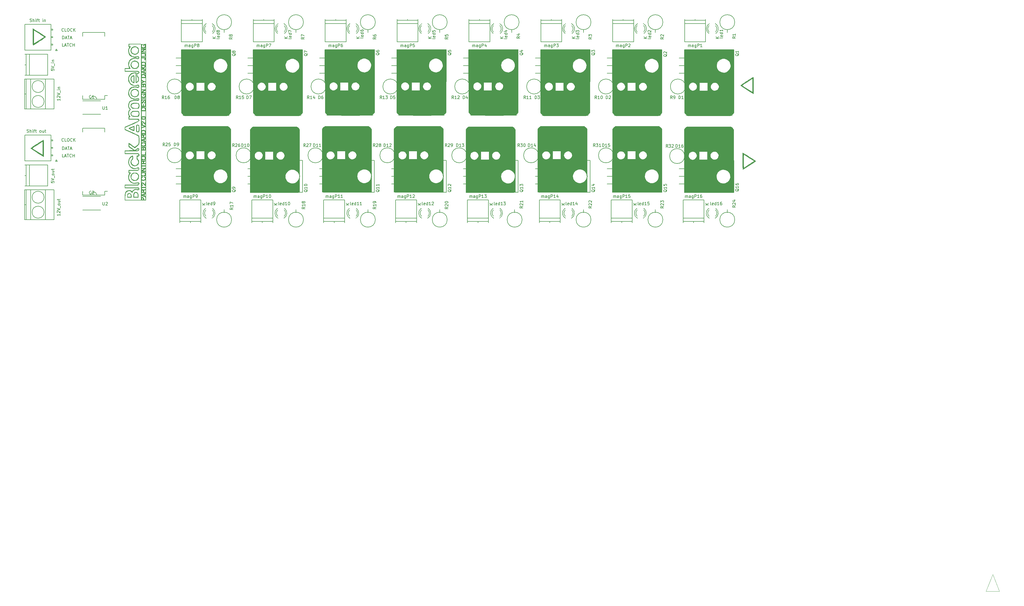
<source format=gbr>
G04 #@! TF.FileFunction,Legend,Top*
%FSLAX46Y46*%
G04 Gerber Fmt 4.6, Leading zero omitted, Abs format (unit mm)*
G04 Created by KiCad (PCBNEW 4.0.2-stable) date 2016년 11월 18일 금요일 PM 04:17:21*
%MOMM*%
G01*
G04 APERTURE LIST*
%ADD10C,0.100000*%
%ADD11C,0.200000*%
%ADD12C,0.010000*%
%ADD13C,0.150000*%
G04 APERTURE END LIST*
D10*
D11*
X40726191Y-109202381D02*
X40250000Y-109202381D01*
X40250000Y-108202381D01*
X41011905Y-108916667D02*
X41488096Y-108916667D01*
X40916667Y-109202381D02*
X41250000Y-108202381D01*
X41583334Y-109202381D01*
X41773810Y-108202381D02*
X42345239Y-108202381D01*
X42059524Y-109202381D02*
X42059524Y-108202381D01*
X43250001Y-109107143D02*
X43202382Y-109154762D01*
X43059525Y-109202381D01*
X42964287Y-109202381D01*
X42821429Y-109154762D01*
X42726191Y-109059524D01*
X42678572Y-108964286D01*
X42630953Y-108773810D01*
X42630953Y-108630952D01*
X42678572Y-108440476D01*
X42726191Y-108345238D01*
X42821429Y-108250000D01*
X42964287Y-108202381D01*
X43059525Y-108202381D01*
X43202382Y-108250000D01*
X43250001Y-108297619D01*
X43678572Y-109202381D02*
X43678572Y-108202381D01*
X43678572Y-108678571D02*
X44250001Y-108678571D01*
X44250001Y-109202381D02*
X44250001Y-108202381D01*
X40250000Y-106702381D02*
X40250000Y-105702381D01*
X40488095Y-105702381D01*
X40630953Y-105750000D01*
X40726191Y-105845238D01*
X40773810Y-105940476D01*
X40821429Y-106130952D01*
X40821429Y-106273810D01*
X40773810Y-106464286D01*
X40726191Y-106559524D01*
X40630953Y-106654762D01*
X40488095Y-106702381D01*
X40250000Y-106702381D01*
X41202381Y-106416667D02*
X41678572Y-106416667D01*
X41107143Y-106702381D02*
X41440476Y-105702381D01*
X41773810Y-106702381D01*
X41964286Y-105702381D02*
X42535715Y-105702381D01*
X42250000Y-106702381D02*
X42250000Y-105702381D01*
X42821429Y-106416667D02*
X43297620Y-106416667D01*
X42726191Y-106702381D02*
X43059524Y-105702381D01*
X43392858Y-106702381D01*
X40630953Y-103857143D02*
X40583334Y-103904762D01*
X40440477Y-103952381D01*
X40345239Y-103952381D01*
X40202381Y-103904762D01*
X40107143Y-103809524D01*
X40059524Y-103714286D01*
X40011905Y-103523810D01*
X40011905Y-103380952D01*
X40059524Y-103190476D01*
X40107143Y-103095238D01*
X40202381Y-103000000D01*
X40345239Y-102952381D01*
X40440477Y-102952381D01*
X40583334Y-103000000D01*
X40630953Y-103047619D01*
X41535715Y-103952381D02*
X41059524Y-103952381D01*
X41059524Y-102952381D01*
X42059524Y-102952381D02*
X42250001Y-102952381D01*
X42345239Y-103000000D01*
X42440477Y-103095238D01*
X42488096Y-103285714D01*
X42488096Y-103619048D01*
X42440477Y-103809524D01*
X42345239Y-103904762D01*
X42250001Y-103952381D01*
X42059524Y-103952381D01*
X41964286Y-103904762D01*
X41869048Y-103809524D01*
X41821429Y-103619048D01*
X41821429Y-103285714D01*
X41869048Y-103095238D01*
X41964286Y-103000000D01*
X42059524Y-102952381D01*
X43488096Y-103857143D02*
X43440477Y-103904762D01*
X43297620Y-103952381D01*
X43202382Y-103952381D01*
X43059524Y-103904762D01*
X42964286Y-103809524D01*
X42916667Y-103714286D01*
X42869048Y-103523810D01*
X42869048Y-103380952D01*
X42916667Y-103190476D01*
X42964286Y-103095238D01*
X43059524Y-103000000D01*
X43202382Y-102952381D01*
X43297620Y-102952381D01*
X43440477Y-103000000D01*
X43488096Y-103047619D01*
X43916667Y-103952381D02*
X43916667Y-102952381D01*
X44488096Y-103952381D02*
X44059524Y-103380952D01*
X44488096Y-102952381D02*
X43916667Y-103523810D01*
X40630953Y-67107143D02*
X40583334Y-67154762D01*
X40440477Y-67202381D01*
X40345239Y-67202381D01*
X40202381Y-67154762D01*
X40107143Y-67059524D01*
X40059524Y-66964286D01*
X40011905Y-66773810D01*
X40011905Y-66630952D01*
X40059524Y-66440476D01*
X40107143Y-66345238D01*
X40202381Y-66250000D01*
X40345239Y-66202381D01*
X40440477Y-66202381D01*
X40583334Y-66250000D01*
X40630953Y-66297619D01*
X41535715Y-67202381D02*
X41059524Y-67202381D01*
X41059524Y-66202381D01*
X42059524Y-66202381D02*
X42250001Y-66202381D01*
X42345239Y-66250000D01*
X42440477Y-66345238D01*
X42488096Y-66535714D01*
X42488096Y-66869048D01*
X42440477Y-67059524D01*
X42345239Y-67154762D01*
X42250001Y-67202381D01*
X42059524Y-67202381D01*
X41964286Y-67154762D01*
X41869048Y-67059524D01*
X41821429Y-66869048D01*
X41821429Y-66535714D01*
X41869048Y-66345238D01*
X41964286Y-66250000D01*
X42059524Y-66202381D01*
X43488096Y-67107143D02*
X43440477Y-67154762D01*
X43297620Y-67202381D01*
X43202382Y-67202381D01*
X43059524Y-67154762D01*
X42964286Y-67059524D01*
X42916667Y-66964286D01*
X42869048Y-66773810D01*
X42869048Y-66630952D01*
X42916667Y-66440476D01*
X42964286Y-66345238D01*
X43059524Y-66250000D01*
X43202382Y-66202381D01*
X43297620Y-66202381D01*
X43440477Y-66250000D01*
X43488096Y-66297619D01*
X43916667Y-67202381D02*
X43916667Y-66202381D01*
X44488096Y-67202381D02*
X44059524Y-66630952D01*
X44488096Y-66202381D02*
X43916667Y-66773810D01*
X40726191Y-72202381D02*
X40250000Y-72202381D01*
X40250000Y-71202381D01*
X41011905Y-71916667D02*
X41488096Y-71916667D01*
X40916667Y-72202381D02*
X41250000Y-71202381D01*
X41583334Y-72202381D01*
X41773810Y-71202381D02*
X42345239Y-71202381D01*
X42059524Y-72202381D02*
X42059524Y-71202381D01*
X43250001Y-72107143D02*
X43202382Y-72154762D01*
X43059525Y-72202381D01*
X42964287Y-72202381D01*
X42821429Y-72154762D01*
X42726191Y-72059524D01*
X42678572Y-71964286D01*
X42630953Y-71773810D01*
X42630953Y-71630952D01*
X42678572Y-71440476D01*
X42726191Y-71345238D01*
X42821429Y-71250000D01*
X42964287Y-71202381D01*
X43059525Y-71202381D01*
X43202382Y-71250000D01*
X43250001Y-71297619D01*
X43678572Y-72202381D02*
X43678572Y-71202381D01*
X43678572Y-71678571D02*
X44250001Y-71678571D01*
X44250001Y-72202381D02*
X44250001Y-71202381D01*
X40250000Y-69702381D02*
X40250000Y-68702381D01*
X40488095Y-68702381D01*
X40630953Y-68750000D01*
X40726191Y-68845238D01*
X40773810Y-68940476D01*
X40821429Y-69130952D01*
X40821429Y-69273810D01*
X40773810Y-69464286D01*
X40726191Y-69559524D01*
X40630953Y-69654762D01*
X40488095Y-69702381D01*
X40250000Y-69702381D01*
X41202381Y-69416667D02*
X41678572Y-69416667D01*
X41107143Y-69702381D02*
X41440476Y-68702381D01*
X41773810Y-69702381D01*
X41964286Y-68702381D02*
X42535715Y-68702381D01*
X42250000Y-69702381D02*
X42250000Y-68702381D01*
X42821429Y-69416667D02*
X43297620Y-69416667D01*
X42726191Y-69702381D02*
X43059524Y-68702381D01*
X43392858Y-69702381D01*
D10*
X348605746Y-254341599D02*
X350822321Y-248651012D01*
X353091605Y-254341599D02*
X348605746Y-254341599D01*
X350875031Y-248651012D02*
X353091605Y-254341599D01*
X350822321Y-248651012D02*
X350875031Y-248651012D01*
D12*
G36*
X30374372Y-71756480D02*
X30350132Y-71641574D01*
X30331257Y-71432594D01*
X30317222Y-71115739D01*
X30307505Y-70677210D01*
X30301583Y-70103208D01*
X30298932Y-69379933D01*
X30298667Y-69000000D01*
X30299453Y-68331409D01*
X30301683Y-67720180D01*
X30305168Y-67186044D01*
X30309717Y-66748734D01*
X30315139Y-66427982D01*
X30321243Y-66243520D01*
X30325650Y-66206000D01*
X30401237Y-66249421D01*
X30602172Y-66372308D01*
X30910698Y-66563598D01*
X31309061Y-66812230D01*
X31779505Y-67107140D01*
X32304274Y-67437268D01*
X32505817Y-67564337D01*
X33045771Y-67908061D01*
X33536155Y-68226175D01*
X33959367Y-68506787D01*
X34297808Y-68738003D01*
X34533874Y-68907931D01*
X34588801Y-68953705D01*
X34088309Y-68953705D01*
X34083380Y-68947796D01*
X33984708Y-68877272D01*
X33763941Y-68731468D01*
X33442869Y-68524382D01*
X33043283Y-68270014D01*
X32586973Y-67982361D01*
X32330667Y-67821873D01*
X30679667Y-66790488D01*
X30656078Y-67890182D01*
X30648527Y-68438344D01*
X30646375Y-69069510D01*
X30649624Y-69697435D01*
X30656078Y-70137847D01*
X30679667Y-71285817D01*
X32432380Y-70164075D01*
X33006257Y-69793515D01*
X33446000Y-69501523D01*
X33762842Y-69279821D01*
X33968018Y-69120135D01*
X34072762Y-69014189D01*
X34088309Y-68953705D01*
X34588801Y-68953705D01*
X34649966Y-69004677D01*
X34659000Y-69019226D01*
X34590806Y-69086186D01*
X34400568Y-69228924D01*
X34109804Y-69433422D01*
X33740035Y-69685659D01*
X33312776Y-69971617D01*
X32849548Y-70277275D01*
X32371869Y-70588613D01*
X31901256Y-70891613D01*
X31459228Y-71172254D01*
X31067304Y-71416518D01*
X30747002Y-71610383D01*
X30519840Y-71739831D01*
X30407337Y-71790843D01*
X30404500Y-71791110D01*
X30374372Y-71756480D01*
X30374372Y-71756480D01*
G37*
X30374372Y-71756480D02*
X30350132Y-71641574D01*
X30331257Y-71432594D01*
X30317222Y-71115739D01*
X30307505Y-70677210D01*
X30301583Y-70103208D01*
X30298932Y-69379933D01*
X30298667Y-69000000D01*
X30299453Y-68331409D01*
X30301683Y-67720180D01*
X30305168Y-67186044D01*
X30309717Y-66748734D01*
X30315139Y-66427982D01*
X30321243Y-66243520D01*
X30325650Y-66206000D01*
X30401237Y-66249421D01*
X30602172Y-66372308D01*
X30910698Y-66563598D01*
X31309061Y-66812230D01*
X31779505Y-67107140D01*
X32304274Y-67437268D01*
X32505817Y-67564337D01*
X33045771Y-67908061D01*
X33536155Y-68226175D01*
X33959367Y-68506787D01*
X34297808Y-68738003D01*
X34533874Y-68907931D01*
X34588801Y-68953705D01*
X34088309Y-68953705D01*
X34083380Y-68947796D01*
X33984708Y-68877272D01*
X33763941Y-68731468D01*
X33442869Y-68524382D01*
X33043283Y-68270014D01*
X32586973Y-67982361D01*
X32330667Y-67821873D01*
X30679667Y-66790488D01*
X30656078Y-67890182D01*
X30648527Y-68438344D01*
X30646375Y-69069510D01*
X30649624Y-69697435D01*
X30656078Y-70137847D01*
X30679667Y-71285817D01*
X32432380Y-70164075D01*
X33006257Y-69793515D01*
X33446000Y-69501523D01*
X33762842Y-69279821D01*
X33968018Y-69120135D01*
X34072762Y-69014189D01*
X34088309Y-68953705D01*
X34588801Y-68953705D01*
X34649966Y-69004677D01*
X34659000Y-69019226D01*
X34590806Y-69086186D01*
X34400568Y-69228924D01*
X34109804Y-69433422D01*
X33740035Y-69685659D01*
X33312776Y-69971617D01*
X32849548Y-70277275D01*
X32371869Y-70588613D01*
X31901256Y-70891613D01*
X31459228Y-71172254D01*
X31067304Y-71416518D01*
X30747002Y-71610383D01*
X30519840Y-71739831D01*
X30407337Y-71790843D01*
X30404500Y-71791110D01*
X30374372Y-71756480D01*
G36*
X33875628Y-103493520D02*
X33899868Y-103608426D01*
X33918743Y-103817406D01*
X33932778Y-104134261D01*
X33942495Y-104572790D01*
X33948417Y-105146792D01*
X33951068Y-105870067D01*
X33951333Y-106250000D01*
X33950547Y-106918591D01*
X33948317Y-107529820D01*
X33944832Y-108063956D01*
X33940283Y-108501266D01*
X33934861Y-108822018D01*
X33928757Y-109006480D01*
X33924350Y-109044000D01*
X33848763Y-109000579D01*
X33647828Y-108877692D01*
X33339302Y-108686402D01*
X32940939Y-108437770D01*
X32470495Y-108142860D01*
X31945726Y-107812732D01*
X31744183Y-107685663D01*
X31204229Y-107341939D01*
X30713845Y-107023825D01*
X30290633Y-106743213D01*
X29952192Y-106511997D01*
X29716126Y-106342069D01*
X29661199Y-106296295D01*
X30161691Y-106296295D01*
X30166620Y-106302204D01*
X30265292Y-106372728D01*
X30486059Y-106518532D01*
X30807131Y-106725618D01*
X31206717Y-106979986D01*
X31663027Y-107267639D01*
X31919333Y-107428127D01*
X33570333Y-108459512D01*
X33593922Y-107359818D01*
X33601473Y-106811656D01*
X33603625Y-106180490D01*
X33600376Y-105552565D01*
X33593922Y-105112153D01*
X33570333Y-103964183D01*
X31817620Y-105085925D01*
X31243743Y-105456485D01*
X30804000Y-105748477D01*
X30487158Y-105970179D01*
X30281982Y-106129865D01*
X30177238Y-106235811D01*
X30161691Y-106296295D01*
X29661199Y-106296295D01*
X29600034Y-106245323D01*
X29591000Y-106230774D01*
X29659194Y-106163814D01*
X29849432Y-106021076D01*
X30140196Y-105816578D01*
X30509965Y-105564341D01*
X30937224Y-105278383D01*
X31400452Y-104972725D01*
X31878131Y-104661387D01*
X32348744Y-104358387D01*
X32790772Y-104077746D01*
X33182696Y-103833482D01*
X33502998Y-103639617D01*
X33730160Y-103510169D01*
X33842663Y-103459157D01*
X33845500Y-103458890D01*
X33875628Y-103493520D01*
X33875628Y-103493520D01*
G37*
X33875628Y-103493520D02*
X33899868Y-103608426D01*
X33918743Y-103817406D01*
X33932778Y-104134261D01*
X33942495Y-104572790D01*
X33948417Y-105146792D01*
X33951068Y-105870067D01*
X33951333Y-106250000D01*
X33950547Y-106918591D01*
X33948317Y-107529820D01*
X33944832Y-108063956D01*
X33940283Y-108501266D01*
X33934861Y-108822018D01*
X33928757Y-109006480D01*
X33924350Y-109044000D01*
X33848763Y-109000579D01*
X33647828Y-108877692D01*
X33339302Y-108686402D01*
X32940939Y-108437770D01*
X32470495Y-108142860D01*
X31945726Y-107812732D01*
X31744183Y-107685663D01*
X31204229Y-107341939D01*
X30713845Y-107023825D01*
X30290633Y-106743213D01*
X29952192Y-106511997D01*
X29716126Y-106342069D01*
X29661199Y-106296295D01*
X30161691Y-106296295D01*
X30166620Y-106302204D01*
X30265292Y-106372728D01*
X30486059Y-106518532D01*
X30807131Y-106725618D01*
X31206717Y-106979986D01*
X31663027Y-107267639D01*
X31919333Y-107428127D01*
X33570333Y-108459512D01*
X33593922Y-107359818D01*
X33601473Y-106811656D01*
X33603625Y-106180490D01*
X33600376Y-105552565D01*
X33593922Y-105112153D01*
X33570333Y-103964183D01*
X31817620Y-105085925D01*
X31243743Y-105456485D01*
X30804000Y-105748477D01*
X30487158Y-105970179D01*
X30281982Y-106129865D01*
X30177238Y-106235811D01*
X30161691Y-106296295D01*
X29661199Y-106296295D01*
X29600034Y-106245323D01*
X29591000Y-106230774D01*
X29659194Y-106163814D01*
X29849432Y-106021076D01*
X30140196Y-105816578D01*
X30509965Y-105564341D01*
X30937224Y-105278383D01*
X31400452Y-104972725D01*
X31878131Y-104661387D01*
X32348744Y-104358387D01*
X32790772Y-104077746D01*
X33182696Y-103833482D01*
X33502998Y-103639617D01*
X33730160Y-103510169D01*
X33842663Y-103459157D01*
X33845500Y-103458890D01*
X33875628Y-103493520D01*
G36*
X264397334Y-83821813D02*
X264397333Y-94350292D01*
X264204819Y-94635965D01*
X263999031Y-94880665D01*
X263755485Y-95094236D01*
X263733166Y-95109748D01*
X263454028Y-95297859D01*
X263946848Y-95328587D01*
X263934174Y-95332891D01*
X263762729Y-95337015D01*
X263443070Y-95340919D01*
X262985760Y-95344560D01*
X262401359Y-95347898D01*
X261700426Y-95350890D01*
X260893523Y-95353495D01*
X259991211Y-95355671D01*
X259004048Y-95357377D01*
X257942597Y-95358572D01*
X256817416Y-95359213D01*
X256142334Y-95359315D01*
X254985143Y-95359013D01*
X253885579Y-95358133D01*
X252854201Y-95356717D01*
X251901571Y-95354807D01*
X251038249Y-95352445D01*
X250274795Y-95349671D01*
X249621770Y-95346528D01*
X249089734Y-95343057D01*
X248689248Y-95339300D01*
X248430872Y-95335298D01*
X248325166Y-95331093D01*
X248337819Y-95328587D01*
X248830639Y-95297859D01*
X248551501Y-95109748D01*
X248310062Y-94905201D01*
X248095684Y-94658779D01*
X248079848Y-94635965D01*
X247887334Y-94350292D01*
X247887334Y-85451757D01*
X249334289Y-85451757D01*
X249349064Y-85881678D01*
X249489706Y-86271895D01*
X249734698Y-86600803D01*
X250062523Y-86846794D01*
X250451664Y-86988263D01*
X250880605Y-87003601D01*
X251327007Y-86871594D01*
X251687376Y-86612442D01*
X251948440Y-86246209D01*
X252088392Y-85816371D01*
X252085424Y-85366406D01*
X252084504Y-85361449D01*
X251957278Y-85042964D01*
X251720524Y-84721350D01*
X251423640Y-84451923D01*
X251141297Y-84300000D01*
X252882667Y-84300000D01*
X252882667Y-87009334D01*
X255592000Y-87009334D01*
X255592000Y-85446147D01*
X256645436Y-85446147D01*
X256661089Y-85878760D01*
X256820050Y-86295201D01*
X257099051Y-86648872D01*
X257332640Y-86822378D01*
X257736207Y-86968195D01*
X258179455Y-86984846D01*
X258600901Y-86874801D01*
X258797842Y-86763516D01*
X259066031Y-86496659D01*
X259276387Y-86147391D01*
X259391233Y-85784818D01*
X259402000Y-85655320D01*
X259323677Y-85234265D01*
X259111155Y-84842896D01*
X258798105Y-84521280D01*
X258418196Y-84309482D01*
X258229207Y-84259786D01*
X257802881Y-84267985D01*
X257395776Y-84418203D01*
X257043320Y-84683903D01*
X256780938Y-85038546D01*
X256645436Y-85446147D01*
X255592000Y-85446147D01*
X255592000Y-84300000D01*
X252882667Y-84300000D01*
X251141297Y-84300000D01*
X251132250Y-84295132D01*
X250711649Y-84239067D01*
X250280813Y-84321377D01*
X249886872Y-84522010D01*
X249576953Y-84820913D01*
X249466899Y-85003740D01*
X249334289Y-85451757D01*
X247887334Y-85451757D01*
X247887334Y-78525758D01*
X258642773Y-78525758D01*
X258685093Y-79078483D01*
X258860822Y-79614970D01*
X259175049Y-80110095D01*
X259445599Y-80388759D01*
X259968258Y-80748461D01*
X260530759Y-80943668D01*
X261130478Y-80973810D01*
X261660267Y-80871392D01*
X262113183Y-80662972D01*
X262545561Y-80332562D01*
X262906795Y-79924816D01*
X263096380Y-79604226D01*
X263272222Y-79039003D01*
X263295451Y-78461909D01*
X263178160Y-77900372D01*
X262932446Y-77381824D01*
X262570405Y-76933693D01*
X262104130Y-76583409D01*
X261682528Y-76397901D01*
X261216585Y-76282954D01*
X260800180Y-76273015D01*
X260350007Y-76368083D01*
X260254139Y-76397901D01*
X259705770Y-76654956D01*
X259265359Y-77021393D01*
X258937996Y-77472088D01*
X258728770Y-77981918D01*
X258642773Y-78525758D01*
X247887334Y-78525758D01*
X247887334Y-73293334D01*
X264397334Y-73293334D01*
X264397334Y-83821813D01*
X264397334Y-83821813D01*
G37*
X264397334Y-83821813D02*
X264397333Y-94350292D01*
X264204819Y-94635965D01*
X263999031Y-94880665D01*
X263755485Y-95094236D01*
X263733166Y-95109748D01*
X263454028Y-95297859D01*
X263946848Y-95328587D01*
X263934174Y-95332891D01*
X263762729Y-95337015D01*
X263443070Y-95340919D01*
X262985760Y-95344560D01*
X262401359Y-95347898D01*
X261700426Y-95350890D01*
X260893523Y-95353495D01*
X259991211Y-95355671D01*
X259004048Y-95357377D01*
X257942597Y-95358572D01*
X256817416Y-95359213D01*
X256142334Y-95359315D01*
X254985143Y-95359013D01*
X253885579Y-95358133D01*
X252854201Y-95356717D01*
X251901571Y-95354807D01*
X251038249Y-95352445D01*
X250274795Y-95349671D01*
X249621770Y-95346528D01*
X249089734Y-95343057D01*
X248689248Y-95339300D01*
X248430872Y-95335298D01*
X248325166Y-95331093D01*
X248337819Y-95328587D01*
X248830639Y-95297859D01*
X248551501Y-95109748D01*
X248310062Y-94905201D01*
X248095684Y-94658779D01*
X248079848Y-94635965D01*
X247887334Y-94350292D01*
X247887334Y-85451757D01*
X249334289Y-85451757D01*
X249349064Y-85881678D01*
X249489706Y-86271895D01*
X249734698Y-86600803D01*
X250062523Y-86846794D01*
X250451664Y-86988263D01*
X250880605Y-87003601D01*
X251327007Y-86871594D01*
X251687376Y-86612442D01*
X251948440Y-86246209D01*
X252088392Y-85816371D01*
X252085424Y-85366406D01*
X252084504Y-85361449D01*
X251957278Y-85042964D01*
X251720524Y-84721350D01*
X251423640Y-84451923D01*
X251141297Y-84300000D01*
X252882667Y-84300000D01*
X252882667Y-87009334D01*
X255592000Y-87009334D01*
X255592000Y-85446147D01*
X256645436Y-85446147D01*
X256661089Y-85878760D01*
X256820050Y-86295201D01*
X257099051Y-86648872D01*
X257332640Y-86822378D01*
X257736207Y-86968195D01*
X258179455Y-86984846D01*
X258600901Y-86874801D01*
X258797842Y-86763516D01*
X259066031Y-86496659D01*
X259276387Y-86147391D01*
X259391233Y-85784818D01*
X259402000Y-85655320D01*
X259323677Y-85234265D01*
X259111155Y-84842896D01*
X258798105Y-84521280D01*
X258418196Y-84309482D01*
X258229207Y-84259786D01*
X257802881Y-84267985D01*
X257395776Y-84418203D01*
X257043320Y-84683903D01*
X256780938Y-85038546D01*
X256645436Y-85446147D01*
X255592000Y-85446147D01*
X255592000Y-84300000D01*
X252882667Y-84300000D01*
X251141297Y-84300000D01*
X251132250Y-84295132D01*
X250711649Y-84239067D01*
X250280813Y-84321377D01*
X249886872Y-84522010D01*
X249576953Y-84820913D01*
X249466899Y-85003740D01*
X249334289Y-85451757D01*
X247887334Y-85451757D01*
X247887334Y-78525758D01*
X258642773Y-78525758D01*
X258685093Y-79078483D01*
X258860822Y-79614970D01*
X259175049Y-80110095D01*
X259445599Y-80388759D01*
X259968258Y-80748461D01*
X260530759Y-80943668D01*
X261130478Y-80973810D01*
X261660267Y-80871392D01*
X262113183Y-80662972D01*
X262545561Y-80332562D01*
X262906795Y-79924816D01*
X263096380Y-79604226D01*
X263272222Y-79039003D01*
X263295451Y-78461909D01*
X263178160Y-77900372D01*
X262932446Y-77381824D01*
X262570405Y-76933693D01*
X262104130Y-76583409D01*
X261682528Y-76397901D01*
X261216585Y-76282954D01*
X260800180Y-76273015D01*
X260350007Y-76368083D01*
X260254139Y-76397901D01*
X259705770Y-76654956D01*
X259265359Y-77021393D01*
X258937996Y-77472088D01*
X258728770Y-77981918D01*
X258642773Y-78525758D01*
X247887334Y-78525758D01*
X247887334Y-73293334D01*
X264397334Y-73293334D01*
X264397334Y-83821813D01*
G36*
X263626631Y-99185848D02*
X263873213Y-99394080D01*
X264089891Y-99642509D01*
X264104819Y-99664036D01*
X264297334Y-99949708D01*
X264297334Y-121006667D01*
X247787334Y-121006667D01*
X247787334Y-115672667D01*
X258542687Y-115672667D01*
X258615993Y-116291761D01*
X258841045Y-116837730D01*
X259221836Y-117319380D01*
X259338411Y-117427765D01*
X259865642Y-117791179D01*
X260431946Y-117993375D01*
X261024438Y-118031620D01*
X261610555Y-117909975D01*
X261896958Y-117775646D01*
X262214028Y-117573199D01*
X262399844Y-117426368D01*
X262808875Y-116964737D01*
X263073079Y-116445959D01*
X263195742Y-115894961D01*
X263180151Y-115336671D01*
X263029592Y-114796014D01*
X262747353Y-114297918D01*
X262336720Y-113867310D01*
X261891955Y-113574414D01*
X261348109Y-113381865D01*
X260773292Y-113338743D01*
X260201934Y-113438276D01*
X259668460Y-113673695D01*
X259207299Y-114038231D01*
X259135074Y-114116528D01*
X258794949Y-114591954D01*
X258603727Y-115092436D01*
X258542701Y-115667118D01*
X258542687Y-115672667D01*
X247787334Y-115672667D01*
X247787334Y-108592761D01*
X249258043Y-108592761D01*
X249285992Y-108992078D01*
X249393156Y-109345980D01*
X249466315Y-109472307D01*
X249793299Y-109800662D01*
X250196927Y-110005537D01*
X250636403Y-110073583D01*
X251062655Y-109994614D01*
X251426519Y-109780405D01*
X251730714Y-109458522D01*
X251940371Y-109077004D01*
X252020620Y-108683890D01*
X252020667Y-108674784D01*
X251983637Y-108458093D01*
X251890465Y-108184168D01*
X251843201Y-108078201D01*
X251575495Y-107695360D01*
X251224491Y-107439672D01*
X250821051Y-107313225D01*
X250396034Y-107318104D01*
X249980301Y-107456398D01*
X249604713Y-107730192D01*
X249443565Y-107915940D01*
X249310253Y-108212544D01*
X249258043Y-108592761D01*
X247787334Y-108592761D01*
X247787334Y-107290667D01*
X252782667Y-107290667D01*
X252782667Y-110000000D01*
X255492000Y-110000000D01*
X255492000Y-108816853D01*
X256527091Y-108816853D01*
X256655884Y-109238924D01*
X256870435Y-109548469D01*
X257248870Y-109883345D01*
X257651912Y-110051089D01*
X258084268Y-110052725D01*
X258514466Y-109907201D01*
X258869570Y-109651189D01*
X259136296Y-109292752D01*
X259282585Y-108881929D01*
X259300607Y-108680228D01*
X259222155Y-108265404D01*
X259012500Y-107884946D01*
X258704891Y-107573102D01*
X258332576Y-107364117D01*
X257952898Y-107292060D01*
X257592967Y-107352269D01*
X257224633Y-107512891D01*
X256914363Y-107739124D01*
X256771793Y-107910507D01*
X256565657Y-108372882D01*
X256527091Y-108816853D01*
X255492000Y-108816853D01*
X255492000Y-107290667D01*
X252782667Y-107290667D01*
X247787334Y-107290667D01*
X247787334Y-99949708D01*
X247979848Y-99664036D01*
X248188080Y-99417454D01*
X248436509Y-99200776D01*
X248458036Y-99185848D01*
X248743708Y-98993334D01*
X263340959Y-98993334D01*
X263626631Y-99185848D01*
X263626631Y-99185848D01*
G37*
X263626631Y-99185848D02*
X263873213Y-99394080D01*
X264089891Y-99642509D01*
X264104819Y-99664036D01*
X264297334Y-99949708D01*
X264297334Y-121006667D01*
X247787334Y-121006667D01*
X247787334Y-115672667D01*
X258542687Y-115672667D01*
X258615993Y-116291761D01*
X258841045Y-116837730D01*
X259221836Y-117319380D01*
X259338411Y-117427765D01*
X259865642Y-117791179D01*
X260431946Y-117993375D01*
X261024438Y-118031620D01*
X261610555Y-117909975D01*
X261896958Y-117775646D01*
X262214028Y-117573199D01*
X262399844Y-117426368D01*
X262808875Y-116964737D01*
X263073079Y-116445959D01*
X263195742Y-115894961D01*
X263180151Y-115336671D01*
X263029592Y-114796014D01*
X262747353Y-114297918D01*
X262336720Y-113867310D01*
X261891955Y-113574414D01*
X261348109Y-113381865D01*
X260773292Y-113338743D01*
X260201934Y-113438276D01*
X259668460Y-113673695D01*
X259207299Y-114038231D01*
X259135074Y-114116528D01*
X258794949Y-114591954D01*
X258603727Y-115092436D01*
X258542701Y-115667118D01*
X258542687Y-115672667D01*
X247787334Y-115672667D01*
X247787334Y-108592761D01*
X249258043Y-108592761D01*
X249285992Y-108992078D01*
X249393156Y-109345980D01*
X249466315Y-109472307D01*
X249793299Y-109800662D01*
X250196927Y-110005537D01*
X250636403Y-110073583D01*
X251062655Y-109994614D01*
X251426519Y-109780405D01*
X251730714Y-109458522D01*
X251940371Y-109077004D01*
X252020620Y-108683890D01*
X252020667Y-108674784D01*
X251983637Y-108458093D01*
X251890465Y-108184168D01*
X251843201Y-108078201D01*
X251575495Y-107695360D01*
X251224491Y-107439672D01*
X250821051Y-107313225D01*
X250396034Y-107318104D01*
X249980301Y-107456398D01*
X249604713Y-107730192D01*
X249443565Y-107915940D01*
X249310253Y-108212544D01*
X249258043Y-108592761D01*
X247787334Y-108592761D01*
X247787334Y-107290667D01*
X252782667Y-107290667D01*
X252782667Y-110000000D01*
X255492000Y-110000000D01*
X255492000Y-108816853D01*
X256527091Y-108816853D01*
X256655884Y-109238924D01*
X256870435Y-109548469D01*
X257248870Y-109883345D01*
X257651912Y-110051089D01*
X258084268Y-110052725D01*
X258514466Y-109907201D01*
X258869570Y-109651189D01*
X259136296Y-109292752D01*
X259282585Y-108881929D01*
X259300607Y-108680228D01*
X259222155Y-108265404D01*
X259012500Y-107884946D01*
X258704891Y-107573102D01*
X258332576Y-107364117D01*
X257952898Y-107292060D01*
X257592967Y-107352269D01*
X257224633Y-107512891D01*
X256914363Y-107739124D01*
X256771793Y-107910507D01*
X256565657Y-108372882D01*
X256527091Y-108816853D01*
X255492000Y-108816853D01*
X255492000Y-107290667D01*
X252782667Y-107290667D01*
X247787334Y-107290667D01*
X247787334Y-99949708D01*
X247979848Y-99664036D01*
X248188080Y-99417454D01*
X248436509Y-99200776D01*
X248458036Y-99185848D01*
X248743708Y-98993334D01*
X263340959Y-98993334D01*
X263626631Y-99185848D01*
G36*
X239726631Y-99085848D02*
X239973213Y-99294080D01*
X240189891Y-99542509D01*
X240204819Y-99564036D01*
X240397334Y-99849708D01*
X240397334Y-120906667D01*
X223887334Y-120906667D01*
X223887334Y-115572667D01*
X234642687Y-115572667D01*
X234715993Y-116191761D01*
X234941045Y-116737730D01*
X235321836Y-117219380D01*
X235438411Y-117327765D01*
X235965642Y-117691179D01*
X236531946Y-117893375D01*
X237124438Y-117931620D01*
X237710555Y-117809975D01*
X237996958Y-117675646D01*
X238314028Y-117473199D01*
X238499844Y-117326368D01*
X238908875Y-116864737D01*
X239173079Y-116345959D01*
X239295742Y-115794961D01*
X239280151Y-115236671D01*
X239129592Y-114696014D01*
X238847353Y-114197918D01*
X238436720Y-113767310D01*
X237991955Y-113474414D01*
X237448109Y-113281865D01*
X236873292Y-113238743D01*
X236301934Y-113338276D01*
X235768460Y-113573695D01*
X235307299Y-113938231D01*
X235235074Y-114016528D01*
X234894949Y-114491954D01*
X234703727Y-114992436D01*
X234642701Y-115567118D01*
X234642687Y-115572667D01*
X223887334Y-115572667D01*
X223887334Y-108492761D01*
X225358043Y-108492761D01*
X225385992Y-108892078D01*
X225493156Y-109245980D01*
X225566315Y-109372307D01*
X225893299Y-109700662D01*
X226296927Y-109905537D01*
X226736403Y-109973583D01*
X227162655Y-109894614D01*
X227526519Y-109680405D01*
X227830714Y-109358522D01*
X228040371Y-108977004D01*
X228120620Y-108583890D01*
X228120667Y-108574784D01*
X228083637Y-108358093D01*
X227990465Y-108084168D01*
X227943201Y-107978201D01*
X227675495Y-107595360D01*
X227324491Y-107339672D01*
X226921051Y-107213225D01*
X226496034Y-107218104D01*
X226080301Y-107356398D01*
X225704713Y-107630192D01*
X225543565Y-107815940D01*
X225410253Y-108112544D01*
X225358043Y-108492761D01*
X223887334Y-108492761D01*
X223887334Y-107190667D01*
X228882667Y-107190667D01*
X228882667Y-109900000D01*
X231592000Y-109900000D01*
X231592000Y-108716853D01*
X232627091Y-108716853D01*
X232755884Y-109138924D01*
X232970435Y-109448469D01*
X233348870Y-109783345D01*
X233751912Y-109951089D01*
X234184268Y-109952725D01*
X234614466Y-109807201D01*
X234969570Y-109551189D01*
X235236296Y-109192752D01*
X235382585Y-108781929D01*
X235400607Y-108580228D01*
X235322155Y-108165404D01*
X235112500Y-107784946D01*
X234804891Y-107473102D01*
X234432576Y-107264117D01*
X234052898Y-107192060D01*
X233692967Y-107252269D01*
X233324633Y-107412891D01*
X233014363Y-107639124D01*
X232871793Y-107810507D01*
X232665657Y-108272882D01*
X232627091Y-108716853D01*
X231592000Y-108716853D01*
X231592000Y-107190667D01*
X228882667Y-107190667D01*
X223887334Y-107190667D01*
X223887334Y-99849708D01*
X224079848Y-99564036D01*
X224288080Y-99317454D01*
X224536509Y-99100776D01*
X224558036Y-99085848D01*
X224843708Y-98893334D01*
X239440959Y-98893334D01*
X239726631Y-99085848D01*
X239726631Y-99085848D01*
G37*
X239726631Y-99085848D02*
X239973213Y-99294080D01*
X240189891Y-99542509D01*
X240204819Y-99564036D01*
X240397334Y-99849708D01*
X240397334Y-120906667D01*
X223887334Y-120906667D01*
X223887334Y-115572667D01*
X234642687Y-115572667D01*
X234715993Y-116191761D01*
X234941045Y-116737730D01*
X235321836Y-117219380D01*
X235438411Y-117327765D01*
X235965642Y-117691179D01*
X236531946Y-117893375D01*
X237124438Y-117931620D01*
X237710555Y-117809975D01*
X237996958Y-117675646D01*
X238314028Y-117473199D01*
X238499844Y-117326368D01*
X238908875Y-116864737D01*
X239173079Y-116345959D01*
X239295742Y-115794961D01*
X239280151Y-115236671D01*
X239129592Y-114696014D01*
X238847353Y-114197918D01*
X238436720Y-113767310D01*
X237991955Y-113474414D01*
X237448109Y-113281865D01*
X236873292Y-113238743D01*
X236301934Y-113338276D01*
X235768460Y-113573695D01*
X235307299Y-113938231D01*
X235235074Y-114016528D01*
X234894949Y-114491954D01*
X234703727Y-114992436D01*
X234642701Y-115567118D01*
X234642687Y-115572667D01*
X223887334Y-115572667D01*
X223887334Y-108492761D01*
X225358043Y-108492761D01*
X225385992Y-108892078D01*
X225493156Y-109245980D01*
X225566315Y-109372307D01*
X225893299Y-109700662D01*
X226296927Y-109905537D01*
X226736403Y-109973583D01*
X227162655Y-109894614D01*
X227526519Y-109680405D01*
X227830714Y-109358522D01*
X228040371Y-108977004D01*
X228120620Y-108583890D01*
X228120667Y-108574784D01*
X228083637Y-108358093D01*
X227990465Y-108084168D01*
X227943201Y-107978201D01*
X227675495Y-107595360D01*
X227324491Y-107339672D01*
X226921051Y-107213225D01*
X226496034Y-107218104D01*
X226080301Y-107356398D01*
X225704713Y-107630192D01*
X225543565Y-107815940D01*
X225410253Y-108112544D01*
X225358043Y-108492761D01*
X223887334Y-108492761D01*
X223887334Y-107190667D01*
X228882667Y-107190667D01*
X228882667Y-109900000D01*
X231592000Y-109900000D01*
X231592000Y-108716853D01*
X232627091Y-108716853D01*
X232755884Y-109138924D01*
X232970435Y-109448469D01*
X233348870Y-109783345D01*
X233751912Y-109951089D01*
X234184268Y-109952725D01*
X234614466Y-109807201D01*
X234969570Y-109551189D01*
X235236296Y-109192752D01*
X235382585Y-108781929D01*
X235400607Y-108580228D01*
X235322155Y-108165404D01*
X235112500Y-107784946D01*
X234804891Y-107473102D01*
X234432576Y-107264117D01*
X234052898Y-107192060D01*
X233692967Y-107252269D01*
X233324633Y-107412891D01*
X233014363Y-107639124D01*
X232871793Y-107810507D01*
X232665657Y-108272882D01*
X232627091Y-108716853D01*
X231592000Y-108716853D01*
X231592000Y-107190667D01*
X228882667Y-107190667D01*
X223887334Y-107190667D01*
X223887334Y-99849708D01*
X224079848Y-99564036D01*
X224288080Y-99317454D01*
X224536509Y-99100776D01*
X224558036Y-99085848D01*
X224843708Y-98893334D01*
X239440959Y-98893334D01*
X239726631Y-99085848D01*
G36*
X214726631Y-99085848D02*
X214973213Y-99294080D01*
X215189891Y-99542509D01*
X215204819Y-99564036D01*
X215397334Y-99849708D01*
X215397334Y-120880934D01*
X214495163Y-120936134D01*
X214282951Y-120943672D01*
X213917623Y-120950353D01*
X213415395Y-120956186D01*
X212792483Y-120961179D01*
X212065101Y-120965339D01*
X211249465Y-120968676D01*
X210361791Y-120971198D01*
X209418295Y-120972913D01*
X208435191Y-120973828D01*
X207428695Y-120973954D01*
X206415022Y-120973297D01*
X205410388Y-120971866D01*
X204431009Y-120969669D01*
X203493100Y-120966716D01*
X202612876Y-120963013D01*
X201806554Y-120958569D01*
X201090347Y-120953393D01*
X200480472Y-120947493D01*
X199993145Y-120940877D01*
X199644580Y-120933553D01*
X199501167Y-120928468D01*
X198887334Y-120899248D01*
X198887334Y-115564765D01*
X210597655Y-115564765D01*
X210646791Y-116030256D01*
X210853457Y-116608666D01*
X211180257Y-117097491D01*
X211603094Y-117484653D01*
X212097868Y-117758071D01*
X212640481Y-117905666D01*
X213206834Y-117915359D01*
X213772830Y-117775070D01*
X213960490Y-117691267D01*
X214447121Y-117384894D01*
X214816885Y-116997038D01*
X215043262Y-116631000D01*
X215207338Y-116178788D01*
X215277352Y-115663902D01*
X215252137Y-115147854D01*
X215130530Y-114692156D01*
X215081918Y-114589139D01*
X214703065Y-114035841D01*
X214227676Y-113619340D01*
X213662963Y-113344791D01*
X213187692Y-113235481D01*
X212625914Y-113238712D01*
X212094427Y-113388778D01*
X211613411Y-113663483D01*
X211203046Y-114040630D01*
X210883511Y-114498024D01*
X210674988Y-115013468D01*
X210597655Y-115564765D01*
X198887334Y-115564765D01*
X198887334Y-108492761D01*
X200358043Y-108492761D01*
X200385992Y-108892078D01*
X200493156Y-109245980D01*
X200566315Y-109372307D01*
X200893299Y-109700662D01*
X201296927Y-109905537D01*
X201736403Y-109973583D01*
X202162655Y-109894614D01*
X202526519Y-109680405D01*
X202830714Y-109358522D01*
X203040371Y-108977004D01*
X203120620Y-108583890D01*
X203120667Y-108574784D01*
X203083637Y-108358093D01*
X202990465Y-108084168D01*
X202943201Y-107978201D01*
X202675495Y-107595360D01*
X202324491Y-107339672D01*
X201921051Y-107213225D01*
X201496034Y-107218104D01*
X201080301Y-107356398D01*
X200704713Y-107630192D01*
X200543565Y-107815940D01*
X200410253Y-108112544D01*
X200358043Y-108492761D01*
X198887334Y-108492761D01*
X198887334Y-107190667D01*
X203882667Y-107190667D01*
X203882667Y-109900000D01*
X206592000Y-109900000D01*
X206592000Y-108716853D01*
X207627091Y-108716853D01*
X207755884Y-109138924D01*
X207970435Y-109448469D01*
X208348870Y-109783345D01*
X208751912Y-109951089D01*
X209184268Y-109952725D01*
X209614466Y-109807201D01*
X209969570Y-109551189D01*
X210236296Y-109192752D01*
X210382585Y-108781929D01*
X210400607Y-108580228D01*
X210322155Y-108165404D01*
X210112500Y-107784946D01*
X209804891Y-107473102D01*
X209432576Y-107264117D01*
X209052898Y-107192060D01*
X208692967Y-107252269D01*
X208324633Y-107412891D01*
X208014363Y-107639124D01*
X207871793Y-107810507D01*
X207665657Y-108272882D01*
X207627091Y-108716853D01*
X206592000Y-108716853D01*
X206592000Y-107190667D01*
X203882667Y-107190667D01*
X198887334Y-107190667D01*
X198887334Y-99849708D01*
X199079848Y-99564036D01*
X199288080Y-99317454D01*
X199536509Y-99100776D01*
X199558036Y-99085848D01*
X199843708Y-98893334D01*
X214440959Y-98893334D01*
X214726631Y-99085848D01*
X214726631Y-99085848D01*
G37*
X214726631Y-99085848D02*
X214973213Y-99294080D01*
X215189891Y-99542509D01*
X215204819Y-99564036D01*
X215397334Y-99849708D01*
X215397334Y-120880934D01*
X214495163Y-120936134D01*
X214282951Y-120943672D01*
X213917623Y-120950353D01*
X213415395Y-120956186D01*
X212792483Y-120961179D01*
X212065101Y-120965339D01*
X211249465Y-120968676D01*
X210361791Y-120971198D01*
X209418295Y-120972913D01*
X208435191Y-120973828D01*
X207428695Y-120973954D01*
X206415022Y-120973297D01*
X205410388Y-120971866D01*
X204431009Y-120969669D01*
X203493100Y-120966716D01*
X202612876Y-120963013D01*
X201806554Y-120958569D01*
X201090347Y-120953393D01*
X200480472Y-120947493D01*
X199993145Y-120940877D01*
X199644580Y-120933553D01*
X199501167Y-120928468D01*
X198887334Y-120899248D01*
X198887334Y-115564765D01*
X210597655Y-115564765D01*
X210646791Y-116030256D01*
X210853457Y-116608666D01*
X211180257Y-117097491D01*
X211603094Y-117484653D01*
X212097868Y-117758071D01*
X212640481Y-117905666D01*
X213206834Y-117915359D01*
X213772830Y-117775070D01*
X213960490Y-117691267D01*
X214447121Y-117384894D01*
X214816885Y-116997038D01*
X215043262Y-116631000D01*
X215207338Y-116178788D01*
X215277352Y-115663902D01*
X215252137Y-115147854D01*
X215130530Y-114692156D01*
X215081918Y-114589139D01*
X214703065Y-114035841D01*
X214227676Y-113619340D01*
X213662963Y-113344791D01*
X213187692Y-113235481D01*
X212625914Y-113238712D01*
X212094427Y-113388778D01*
X211613411Y-113663483D01*
X211203046Y-114040630D01*
X210883511Y-114498024D01*
X210674988Y-115013468D01*
X210597655Y-115564765D01*
X198887334Y-115564765D01*
X198887334Y-108492761D01*
X200358043Y-108492761D01*
X200385992Y-108892078D01*
X200493156Y-109245980D01*
X200566315Y-109372307D01*
X200893299Y-109700662D01*
X201296927Y-109905537D01*
X201736403Y-109973583D01*
X202162655Y-109894614D01*
X202526519Y-109680405D01*
X202830714Y-109358522D01*
X203040371Y-108977004D01*
X203120620Y-108583890D01*
X203120667Y-108574784D01*
X203083637Y-108358093D01*
X202990465Y-108084168D01*
X202943201Y-107978201D01*
X202675495Y-107595360D01*
X202324491Y-107339672D01*
X201921051Y-107213225D01*
X201496034Y-107218104D01*
X201080301Y-107356398D01*
X200704713Y-107630192D01*
X200543565Y-107815940D01*
X200410253Y-108112544D01*
X200358043Y-108492761D01*
X198887334Y-108492761D01*
X198887334Y-107190667D01*
X203882667Y-107190667D01*
X203882667Y-109900000D01*
X206592000Y-109900000D01*
X206592000Y-108716853D01*
X207627091Y-108716853D01*
X207755884Y-109138924D01*
X207970435Y-109448469D01*
X208348870Y-109783345D01*
X208751912Y-109951089D01*
X209184268Y-109952725D01*
X209614466Y-109807201D01*
X209969570Y-109551189D01*
X210236296Y-109192752D01*
X210382585Y-108781929D01*
X210400607Y-108580228D01*
X210322155Y-108165404D01*
X210112500Y-107784946D01*
X209804891Y-107473102D01*
X209432576Y-107264117D01*
X209052898Y-107192060D01*
X208692967Y-107252269D01*
X208324633Y-107412891D01*
X208014363Y-107639124D01*
X207871793Y-107810507D01*
X207665657Y-108272882D01*
X207627091Y-108716853D01*
X206592000Y-108716853D01*
X206592000Y-107190667D01*
X203882667Y-107190667D01*
X198887334Y-107190667D01*
X198887334Y-99849708D01*
X199079848Y-99564036D01*
X199288080Y-99317454D01*
X199536509Y-99100776D01*
X199558036Y-99085848D01*
X199843708Y-98893334D01*
X214440959Y-98893334D01*
X214726631Y-99085848D01*
G36*
X190726631Y-99185848D02*
X190973213Y-99394080D01*
X191189891Y-99642509D01*
X191204819Y-99664036D01*
X191397334Y-99949708D01*
X191397334Y-120980934D01*
X190495163Y-121036134D01*
X190282951Y-121043672D01*
X189917623Y-121050353D01*
X189415395Y-121056186D01*
X188792483Y-121061179D01*
X188065101Y-121065339D01*
X187249465Y-121068676D01*
X186361791Y-121071198D01*
X185418295Y-121072913D01*
X184435191Y-121073828D01*
X183428695Y-121073954D01*
X182415022Y-121073297D01*
X181410388Y-121071866D01*
X180431009Y-121069669D01*
X179493100Y-121066716D01*
X178612876Y-121063013D01*
X177806554Y-121058569D01*
X177090347Y-121053393D01*
X176480472Y-121047493D01*
X175993145Y-121040877D01*
X175644580Y-121033553D01*
X175501167Y-121028468D01*
X174887334Y-120999248D01*
X174887334Y-115664765D01*
X186597655Y-115664765D01*
X186646791Y-116130256D01*
X186853457Y-116708666D01*
X187180257Y-117197491D01*
X187603094Y-117584653D01*
X188097868Y-117858071D01*
X188640481Y-118005666D01*
X189206834Y-118015359D01*
X189772830Y-117875070D01*
X189960490Y-117791267D01*
X190447121Y-117484894D01*
X190816885Y-117097038D01*
X191043262Y-116731000D01*
X191207338Y-116278788D01*
X191277352Y-115763902D01*
X191252137Y-115247854D01*
X191130530Y-114792156D01*
X191081918Y-114689139D01*
X190703065Y-114135841D01*
X190227676Y-113719340D01*
X189662963Y-113444791D01*
X189187692Y-113335481D01*
X188625914Y-113338712D01*
X188094427Y-113488778D01*
X187613411Y-113763483D01*
X187203046Y-114140630D01*
X186883511Y-114598024D01*
X186674988Y-115113468D01*
X186597655Y-115664765D01*
X174887334Y-115664765D01*
X174887334Y-108592761D01*
X176358043Y-108592761D01*
X176385992Y-108992078D01*
X176493156Y-109345980D01*
X176566315Y-109472307D01*
X176893299Y-109800662D01*
X177296927Y-110005537D01*
X177736403Y-110073583D01*
X178162655Y-109994614D01*
X178526519Y-109780405D01*
X178830714Y-109458522D01*
X179040371Y-109077004D01*
X179120620Y-108683890D01*
X179120667Y-108674784D01*
X179083637Y-108458093D01*
X178990465Y-108184168D01*
X178943201Y-108078201D01*
X178675495Y-107695360D01*
X178324491Y-107439672D01*
X177921051Y-107313225D01*
X177496034Y-107318104D01*
X177080301Y-107456398D01*
X176704713Y-107730192D01*
X176543565Y-107915940D01*
X176410253Y-108212544D01*
X176358043Y-108592761D01*
X174887334Y-108592761D01*
X174887334Y-107290667D01*
X179882667Y-107290667D01*
X179882667Y-110000000D01*
X182592000Y-110000000D01*
X182592000Y-108816853D01*
X183627091Y-108816853D01*
X183755884Y-109238924D01*
X183970435Y-109548469D01*
X184348870Y-109883345D01*
X184751912Y-110051089D01*
X185184268Y-110052725D01*
X185614466Y-109907201D01*
X185969570Y-109651189D01*
X186236296Y-109292752D01*
X186382585Y-108881929D01*
X186400607Y-108680228D01*
X186322155Y-108265404D01*
X186112500Y-107884946D01*
X185804891Y-107573102D01*
X185432576Y-107364117D01*
X185052898Y-107292060D01*
X184692967Y-107352269D01*
X184324633Y-107512891D01*
X184014363Y-107739124D01*
X183871793Y-107910507D01*
X183665657Y-108372882D01*
X183627091Y-108816853D01*
X182592000Y-108816853D01*
X182592000Y-107290667D01*
X179882667Y-107290667D01*
X174887334Y-107290667D01*
X174887334Y-99949708D01*
X175079848Y-99664036D01*
X175288080Y-99417454D01*
X175536509Y-99200776D01*
X175558036Y-99185848D01*
X175843708Y-98993334D01*
X190440959Y-98993334D01*
X190726631Y-99185848D01*
X190726631Y-99185848D01*
G37*
X190726631Y-99185848D02*
X190973213Y-99394080D01*
X191189891Y-99642509D01*
X191204819Y-99664036D01*
X191397334Y-99949708D01*
X191397334Y-120980934D01*
X190495163Y-121036134D01*
X190282951Y-121043672D01*
X189917623Y-121050353D01*
X189415395Y-121056186D01*
X188792483Y-121061179D01*
X188065101Y-121065339D01*
X187249465Y-121068676D01*
X186361791Y-121071198D01*
X185418295Y-121072913D01*
X184435191Y-121073828D01*
X183428695Y-121073954D01*
X182415022Y-121073297D01*
X181410388Y-121071866D01*
X180431009Y-121069669D01*
X179493100Y-121066716D01*
X178612876Y-121063013D01*
X177806554Y-121058569D01*
X177090347Y-121053393D01*
X176480472Y-121047493D01*
X175993145Y-121040877D01*
X175644580Y-121033553D01*
X175501167Y-121028468D01*
X174887334Y-120999248D01*
X174887334Y-115664765D01*
X186597655Y-115664765D01*
X186646791Y-116130256D01*
X186853457Y-116708666D01*
X187180257Y-117197491D01*
X187603094Y-117584653D01*
X188097868Y-117858071D01*
X188640481Y-118005666D01*
X189206834Y-118015359D01*
X189772830Y-117875070D01*
X189960490Y-117791267D01*
X190447121Y-117484894D01*
X190816885Y-117097038D01*
X191043262Y-116731000D01*
X191207338Y-116278788D01*
X191277352Y-115763902D01*
X191252137Y-115247854D01*
X191130530Y-114792156D01*
X191081918Y-114689139D01*
X190703065Y-114135841D01*
X190227676Y-113719340D01*
X189662963Y-113444791D01*
X189187692Y-113335481D01*
X188625914Y-113338712D01*
X188094427Y-113488778D01*
X187613411Y-113763483D01*
X187203046Y-114140630D01*
X186883511Y-114598024D01*
X186674988Y-115113468D01*
X186597655Y-115664765D01*
X174887334Y-115664765D01*
X174887334Y-108592761D01*
X176358043Y-108592761D01*
X176385992Y-108992078D01*
X176493156Y-109345980D01*
X176566315Y-109472307D01*
X176893299Y-109800662D01*
X177296927Y-110005537D01*
X177736403Y-110073583D01*
X178162655Y-109994614D01*
X178526519Y-109780405D01*
X178830714Y-109458522D01*
X179040371Y-109077004D01*
X179120620Y-108683890D01*
X179120667Y-108674784D01*
X179083637Y-108458093D01*
X178990465Y-108184168D01*
X178943201Y-108078201D01*
X178675495Y-107695360D01*
X178324491Y-107439672D01*
X177921051Y-107313225D01*
X177496034Y-107318104D01*
X177080301Y-107456398D01*
X176704713Y-107730192D01*
X176543565Y-107915940D01*
X176410253Y-108212544D01*
X176358043Y-108592761D01*
X174887334Y-108592761D01*
X174887334Y-107290667D01*
X179882667Y-107290667D01*
X179882667Y-110000000D01*
X182592000Y-110000000D01*
X182592000Y-108816853D01*
X183627091Y-108816853D01*
X183755884Y-109238924D01*
X183970435Y-109548469D01*
X184348870Y-109883345D01*
X184751912Y-110051089D01*
X185184268Y-110052725D01*
X185614466Y-109907201D01*
X185969570Y-109651189D01*
X186236296Y-109292752D01*
X186382585Y-108881929D01*
X186400607Y-108680228D01*
X186322155Y-108265404D01*
X186112500Y-107884946D01*
X185804891Y-107573102D01*
X185432576Y-107364117D01*
X185052898Y-107292060D01*
X184692967Y-107352269D01*
X184324633Y-107512891D01*
X184014363Y-107739124D01*
X183871793Y-107910507D01*
X183665657Y-108372882D01*
X183627091Y-108816853D01*
X182592000Y-108816853D01*
X182592000Y-107290667D01*
X179882667Y-107290667D01*
X174887334Y-107290667D01*
X174887334Y-99949708D01*
X175079848Y-99664036D01*
X175288080Y-99417454D01*
X175536509Y-99200776D01*
X175558036Y-99185848D01*
X175843708Y-98993334D01*
X190440959Y-98993334D01*
X190726631Y-99185848D01*
G36*
X166726631Y-99085848D02*
X166973213Y-99294080D01*
X167189891Y-99542509D01*
X167204819Y-99564036D01*
X167397334Y-99849708D01*
X167397334Y-120880934D01*
X166495163Y-120936134D01*
X166282951Y-120943672D01*
X165917623Y-120950353D01*
X165415395Y-120956186D01*
X164792483Y-120961179D01*
X164065101Y-120965339D01*
X163249465Y-120968676D01*
X162361791Y-120971198D01*
X161418295Y-120972913D01*
X160435191Y-120973828D01*
X159428695Y-120973954D01*
X158415022Y-120973297D01*
X157410388Y-120971866D01*
X156431009Y-120969669D01*
X155493100Y-120966716D01*
X154612876Y-120963013D01*
X153806554Y-120958569D01*
X153090347Y-120953393D01*
X152480472Y-120947493D01*
X151993145Y-120940877D01*
X151644580Y-120933553D01*
X151501167Y-120928468D01*
X150887334Y-120899248D01*
X150887334Y-115564765D01*
X162597655Y-115564765D01*
X162646791Y-116030256D01*
X162853457Y-116608666D01*
X163180257Y-117097491D01*
X163603094Y-117484653D01*
X164097868Y-117758071D01*
X164640481Y-117905666D01*
X165206834Y-117915359D01*
X165772830Y-117775070D01*
X165960490Y-117691267D01*
X166447121Y-117384894D01*
X166816885Y-116997038D01*
X167043262Y-116631000D01*
X167207338Y-116178788D01*
X167277352Y-115663902D01*
X167252137Y-115147854D01*
X167130530Y-114692156D01*
X167081918Y-114589139D01*
X166703065Y-114035841D01*
X166227676Y-113619340D01*
X165662963Y-113344791D01*
X165187692Y-113235481D01*
X164625914Y-113238712D01*
X164094427Y-113388778D01*
X163613411Y-113663483D01*
X163203046Y-114040630D01*
X162883511Y-114498024D01*
X162674988Y-115013468D01*
X162597655Y-115564765D01*
X150887334Y-115564765D01*
X150887334Y-108492761D01*
X152358043Y-108492761D01*
X152385992Y-108892078D01*
X152493156Y-109245980D01*
X152566315Y-109372307D01*
X152893299Y-109700662D01*
X153296927Y-109905537D01*
X153736403Y-109973583D01*
X154162655Y-109894614D01*
X154526519Y-109680405D01*
X154830714Y-109358522D01*
X155040371Y-108977004D01*
X155120620Y-108583890D01*
X155120667Y-108574784D01*
X155083637Y-108358093D01*
X154990465Y-108084168D01*
X154943201Y-107978201D01*
X154675495Y-107595360D01*
X154324491Y-107339672D01*
X153921051Y-107213225D01*
X153496034Y-107218104D01*
X153080301Y-107356398D01*
X152704713Y-107630192D01*
X152543565Y-107815940D01*
X152410253Y-108112544D01*
X152358043Y-108492761D01*
X150887334Y-108492761D01*
X150887334Y-107190667D01*
X155882667Y-107190667D01*
X155882667Y-109900000D01*
X158592000Y-109900000D01*
X158592000Y-108716853D01*
X159627091Y-108716853D01*
X159755884Y-109138924D01*
X159970435Y-109448469D01*
X160348870Y-109783345D01*
X160751912Y-109951089D01*
X161184268Y-109952725D01*
X161614466Y-109807201D01*
X161969570Y-109551189D01*
X162236296Y-109192752D01*
X162382585Y-108781929D01*
X162400607Y-108580228D01*
X162322155Y-108165404D01*
X162112500Y-107784946D01*
X161804891Y-107473102D01*
X161432576Y-107264117D01*
X161052898Y-107192060D01*
X160692967Y-107252269D01*
X160324633Y-107412891D01*
X160014363Y-107639124D01*
X159871793Y-107810507D01*
X159665657Y-108272882D01*
X159627091Y-108716853D01*
X158592000Y-108716853D01*
X158592000Y-107190667D01*
X155882667Y-107190667D01*
X150887334Y-107190667D01*
X150887334Y-99849708D01*
X151079848Y-99564036D01*
X151288080Y-99317454D01*
X151536509Y-99100776D01*
X151558036Y-99085848D01*
X151843708Y-98893334D01*
X166440959Y-98893334D01*
X166726631Y-99085848D01*
X166726631Y-99085848D01*
G37*
X166726631Y-99085848D02*
X166973213Y-99294080D01*
X167189891Y-99542509D01*
X167204819Y-99564036D01*
X167397334Y-99849708D01*
X167397334Y-120880934D01*
X166495163Y-120936134D01*
X166282951Y-120943672D01*
X165917623Y-120950353D01*
X165415395Y-120956186D01*
X164792483Y-120961179D01*
X164065101Y-120965339D01*
X163249465Y-120968676D01*
X162361791Y-120971198D01*
X161418295Y-120972913D01*
X160435191Y-120973828D01*
X159428695Y-120973954D01*
X158415022Y-120973297D01*
X157410388Y-120971866D01*
X156431009Y-120969669D01*
X155493100Y-120966716D01*
X154612876Y-120963013D01*
X153806554Y-120958569D01*
X153090347Y-120953393D01*
X152480472Y-120947493D01*
X151993145Y-120940877D01*
X151644580Y-120933553D01*
X151501167Y-120928468D01*
X150887334Y-120899248D01*
X150887334Y-115564765D01*
X162597655Y-115564765D01*
X162646791Y-116030256D01*
X162853457Y-116608666D01*
X163180257Y-117097491D01*
X163603094Y-117484653D01*
X164097868Y-117758071D01*
X164640481Y-117905666D01*
X165206834Y-117915359D01*
X165772830Y-117775070D01*
X165960490Y-117691267D01*
X166447121Y-117384894D01*
X166816885Y-116997038D01*
X167043262Y-116631000D01*
X167207338Y-116178788D01*
X167277352Y-115663902D01*
X167252137Y-115147854D01*
X167130530Y-114692156D01*
X167081918Y-114589139D01*
X166703065Y-114035841D01*
X166227676Y-113619340D01*
X165662963Y-113344791D01*
X165187692Y-113235481D01*
X164625914Y-113238712D01*
X164094427Y-113388778D01*
X163613411Y-113663483D01*
X163203046Y-114040630D01*
X162883511Y-114498024D01*
X162674988Y-115013468D01*
X162597655Y-115564765D01*
X150887334Y-115564765D01*
X150887334Y-108492761D01*
X152358043Y-108492761D01*
X152385992Y-108892078D01*
X152493156Y-109245980D01*
X152566315Y-109372307D01*
X152893299Y-109700662D01*
X153296927Y-109905537D01*
X153736403Y-109973583D01*
X154162655Y-109894614D01*
X154526519Y-109680405D01*
X154830714Y-109358522D01*
X155040371Y-108977004D01*
X155120620Y-108583890D01*
X155120667Y-108574784D01*
X155083637Y-108358093D01*
X154990465Y-108084168D01*
X154943201Y-107978201D01*
X154675495Y-107595360D01*
X154324491Y-107339672D01*
X153921051Y-107213225D01*
X153496034Y-107218104D01*
X153080301Y-107356398D01*
X152704713Y-107630192D01*
X152543565Y-107815940D01*
X152410253Y-108112544D01*
X152358043Y-108492761D01*
X150887334Y-108492761D01*
X150887334Y-107190667D01*
X155882667Y-107190667D01*
X155882667Y-109900000D01*
X158592000Y-109900000D01*
X158592000Y-108716853D01*
X159627091Y-108716853D01*
X159755884Y-109138924D01*
X159970435Y-109448469D01*
X160348870Y-109783345D01*
X160751912Y-109951089D01*
X161184268Y-109952725D01*
X161614466Y-109807201D01*
X161969570Y-109551189D01*
X162236296Y-109192752D01*
X162382585Y-108781929D01*
X162400607Y-108580228D01*
X162322155Y-108165404D01*
X162112500Y-107784946D01*
X161804891Y-107473102D01*
X161432576Y-107264117D01*
X161052898Y-107192060D01*
X160692967Y-107252269D01*
X160324633Y-107412891D01*
X160014363Y-107639124D01*
X159871793Y-107810507D01*
X159665657Y-108272882D01*
X159627091Y-108716853D01*
X158592000Y-108716853D01*
X158592000Y-107190667D01*
X155882667Y-107190667D01*
X150887334Y-107190667D01*
X150887334Y-99849708D01*
X151079848Y-99564036D01*
X151288080Y-99317454D01*
X151536509Y-99100776D01*
X151558036Y-99085848D01*
X151843708Y-98893334D01*
X166440959Y-98893334D01*
X166726631Y-99085848D01*
G36*
X142726631Y-99085848D02*
X142973213Y-99294080D01*
X143189891Y-99542509D01*
X143204819Y-99564036D01*
X143397334Y-99849708D01*
X143397334Y-120880934D01*
X142495163Y-120936134D01*
X142282951Y-120943672D01*
X141917623Y-120950353D01*
X141415395Y-120956186D01*
X140792483Y-120961179D01*
X140065101Y-120965339D01*
X139249465Y-120968676D01*
X138361791Y-120971198D01*
X137418295Y-120972913D01*
X136435191Y-120973828D01*
X135428695Y-120973954D01*
X134415022Y-120973297D01*
X133410388Y-120971866D01*
X132431009Y-120969669D01*
X131493100Y-120966716D01*
X130612876Y-120963013D01*
X129806554Y-120958569D01*
X129090347Y-120953393D01*
X128480472Y-120947493D01*
X127993145Y-120940877D01*
X127644580Y-120933553D01*
X127501167Y-120928468D01*
X126887334Y-120899248D01*
X126887334Y-115564765D01*
X138597655Y-115564765D01*
X138646791Y-116030256D01*
X138853457Y-116608666D01*
X139180257Y-117097491D01*
X139603094Y-117484653D01*
X140097868Y-117758071D01*
X140640481Y-117905666D01*
X141206834Y-117915359D01*
X141772830Y-117775070D01*
X141960490Y-117691267D01*
X142447121Y-117384894D01*
X142816885Y-116997038D01*
X143043262Y-116631000D01*
X143207338Y-116178788D01*
X143277352Y-115663902D01*
X143252137Y-115147854D01*
X143130530Y-114692156D01*
X143081918Y-114589139D01*
X142703065Y-114035841D01*
X142227676Y-113619340D01*
X141662963Y-113344791D01*
X141187692Y-113235481D01*
X140625914Y-113238712D01*
X140094427Y-113388778D01*
X139613411Y-113663483D01*
X139203046Y-114040630D01*
X138883511Y-114498024D01*
X138674988Y-115013468D01*
X138597655Y-115564765D01*
X126887334Y-115564765D01*
X126887334Y-108492761D01*
X128358043Y-108492761D01*
X128385992Y-108892078D01*
X128493156Y-109245980D01*
X128566315Y-109372307D01*
X128893299Y-109700662D01*
X129296927Y-109905537D01*
X129736403Y-109973583D01*
X130162655Y-109894614D01*
X130526519Y-109680405D01*
X130830714Y-109358522D01*
X131040371Y-108977004D01*
X131120620Y-108583890D01*
X131120667Y-108574784D01*
X131083637Y-108358093D01*
X130990465Y-108084168D01*
X130943201Y-107978201D01*
X130675495Y-107595360D01*
X130324491Y-107339672D01*
X129921051Y-107213225D01*
X129496034Y-107218104D01*
X129080301Y-107356398D01*
X128704713Y-107630192D01*
X128543565Y-107815940D01*
X128410253Y-108112544D01*
X128358043Y-108492761D01*
X126887334Y-108492761D01*
X126887334Y-107190667D01*
X131882667Y-107190667D01*
X131882667Y-109900000D01*
X134592000Y-109900000D01*
X134592000Y-108716853D01*
X135627091Y-108716853D01*
X135755884Y-109138924D01*
X135970435Y-109448469D01*
X136348870Y-109783345D01*
X136751912Y-109951089D01*
X137184268Y-109952725D01*
X137614466Y-109807201D01*
X137969570Y-109551189D01*
X138236296Y-109192752D01*
X138382585Y-108781929D01*
X138400607Y-108580228D01*
X138322155Y-108165404D01*
X138112500Y-107784946D01*
X137804891Y-107473102D01*
X137432576Y-107264117D01*
X137052898Y-107192060D01*
X136692967Y-107252269D01*
X136324633Y-107412891D01*
X136014363Y-107639124D01*
X135871793Y-107810507D01*
X135665657Y-108272882D01*
X135627091Y-108716853D01*
X134592000Y-108716853D01*
X134592000Y-107190667D01*
X131882667Y-107190667D01*
X126887334Y-107190667D01*
X126887334Y-99849708D01*
X127079848Y-99564036D01*
X127288080Y-99317454D01*
X127536509Y-99100776D01*
X127558036Y-99085848D01*
X127843708Y-98893334D01*
X142440959Y-98893334D01*
X142726631Y-99085848D01*
X142726631Y-99085848D01*
G37*
X142726631Y-99085848D02*
X142973213Y-99294080D01*
X143189891Y-99542509D01*
X143204819Y-99564036D01*
X143397334Y-99849708D01*
X143397334Y-120880934D01*
X142495163Y-120936134D01*
X142282951Y-120943672D01*
X141917623Y-120950353D01*
X141415395Y-120956186D01*
X140792483Y-120961179D01*
X140065101Y-120965339D01*
X139249465Y-120968676D01*
X138361791Y-120971198D01*
X137418295Y-120972913D01*
X136435191Y-120973828D01*
X135428695Y-120973954D01*
X134415022Y-120973297D01*
X133410388Y-120971866D01*
X132431009Y-120969669D01*
X131493100Y-120966716D01*
X130612876Y-120963013D01*
X129806554Y-120958569D01*
X129090347Y-120953393D01*
X128480472Y-120947493D01*
X127993145Y-120940877D01*
X127644580Y-120933553D01*
X127501167Y-120928468D01*
X126887334Y-120899248D01*
X126887334Y-115564765D01*
X138597655Y-115564765D01*
X138646791Y-116030256D01*
X138853457Y-116608666D01*
X139180257Y-117097491D01*
X139603094Y-117484653D01*
X140097868Y-117758071D01*
X140640481Y-117905666D01*
X141206834Y-117915359D01*
X141772830Y-117775070D01*
X141960490Y-117691267D01*
X142447121Y-117384894D01*
X142816885Y-116997038D01*
X143043262Y-116631000D01*
X143207338Y-116178788D01*
X143277352Y-115663902D01*
X143252137Y-115147854D01*
X143130530Y-114692156D01*
X143081918Y-114589139D01*
X142703065Y-114035841D01*
X142227676Y-113619340D01*
X141662963Y-113344791D01*
X141187692Y-113235481D01*
X140625914Y-113238712D01*
X140094427Y-113388778D01*
X139613411Y-113663483D01*
X139203046Y-114040630D01*
X138883511Y-114498024D01*
X138674988Y-115013468D01*
X138597655Y-115564765D01*
X126887334Y-115564765D01*
X126887334Y-108492761D01*
X128358043Y-108492761D01*
X128385992Y-108892078D01*
X128493156Y-109245980D01*
X128566315Y-109372307D01*
X128893299Y-109700662D01*
X129296927Y-109905537D01*
X129736403Y-109973583D01*
X130162655Y-109894614D01*
X130526519Y-109680405D01*
X130830714Y-109358522D01*
X131040371Y-108977004D01*
X131120620Y-108583890D01*
X131120667Y-108574784D01*
X131083637Y-108358093D01*
X130990465Y-108084168D01*
X130943201Y-107978201D01*
X130675495Y-107595360D01*
X130324491Y-107339672D01*
X129921051Y-107213225D01*
X129496034Y-107218104D01*
X129080301Y-107356398D01*
X128704713Y-107630192D01*
X128543565Y-107815940D01*
X128410253Y-108112544D01*
X128358043Y-108492761D01*
X126887334Y-108492761D01*
X126887334Y-107190667D01*
X131882667Y-107190667D01*
X131882667Y-109900000D01*
X134592000Y-109900000D01*
X134592000Y-108716853D01*
X135627091Y-108716853D01*
X135755884Y-109138924D01*
X135970435Y-109448469D01*
X136348870Y-109783345D01*
X136751912Y-109951089D01*
X137184268Y-109952725D01*
X137614466Y-109807201D01*
X137969570Y-109551189D01*
X138236296Y-109192752D01*
X138382585Y-108781929D01*
X138400607Y-108580228D01*
X138322155Y-108165404D01*
X138112500Y-107784946D01*
X137804891Y-107473102D01*
X137432576Y-107264117D01*
X137052898Y-107192060D01*
X136692967Y-107252269D01*
X136324633Y-107412891D01*
X136014363Y-107639124D01*
X135871793Y-107810507D01*
X135665657Y-108272882D01*
X135627091Y-108716853D01*
X134592000Y-108716853D01*
X134592000Y-107190667D01*
X131882667Y-107190667D01*
X126887334Y-107190667D01*
X126887334Y-99849708D01*
X127079848Y-99564036D01*
X127288080Y-99317454D01*
X127536509Y-99100776D01*
X127558036Y-99085848D01*
X127843708Y-98893334D01*
X142440959Y-98893334D01*
X142726631Y-99085848D01*
G36*
X240397334Y-83821813D02*
X240397333Y-94350292D01*
X240204819Y-94635965D01*
X239999031Y-94880665D01*
X239755485Y-95094236D01*
X239733166Y-95109748D01*
X239454028Y-95297859D01*
X239946848Y-95328587D01*
X239934174Y-95332891D01*
X239762729Y-95337015D01*
X239443070Y-95340919D01*
X238985760Y-95344560D01*
X238401359Y-95347898D01*
X237700426Y-95350890D01*
X236893523Y-95353495D01*
X235991211Y-95355671D01*
X235004048Y-95357377D01*
X233942597Y-95358572D01*
X232817416Y-95359213D01*
X232142334Y-95359315D01*
X230985143Y-95359013D01*
X229885579Y-95358133D01*
X228854201Y-95356717D01*
X227901571Y-95354807D01*
X227038249Y-95352445D01*
X226274795Y-95349671D01*
X225621770Y-95346528D01*
X225089734Y-95343057D01*
X224689248Y-95339300D01*
X224430872Y-95335298D01*
X224325166Y-95331093D01*
X224337819Y-95328587D01*
X224830639Y-95297859D01*
X224551501Y-95109748D01*
X224310062Y-94905201D01*
X224095684Y-94658779D01*
X224079848Y-94635965D01*
X223887334Y-94350292D01*
X223887334Y-85451757D01*
X225334289Y-85451757D01*
X225349064Y-85881678D01*
X225489706Y-86271895D01*
X225734698Y-86600803D01*
X226062523Y-86846794D01*
X226451664Y-86988263D01*
X226880605Y-87003601D01*
X227327007Y-86871594D01*
X227687376Y-86612442D01*
X227948440Y-86246209D01*
X228088392Y-85816371D01*
X228085424Y-85366406D01*
X228084504Y-85361449D01*
X227957278Y-85042964D01*
X227720524Y-84721350D01*
X227423640Y-84451923D01*
X227141297Y-84300000D01*
X228882667Y-84300000D01*
X228882667Y-87009334D01*
X231592000Y-87009334D01*
X231592000Y-85446147D01*
X232645436Y-85446147D01*
X232661089Y-85878760D01*
X232820050Y-86295201D01*
X233099051Y-86648872D01*
X233332640Y-86822378D01*
X233736207Y-86968195D01*
X234179455Y-86984846D01*
X234600901Y-86874801D01*
X234797842Y-86763516D01*
X235066031Y-86496659D01*
X235276387Y-86147391D01*
X235391233Y-85784818D01*
X235402000Y-85655320D01*
X235323677Y-85234265D01*
X235111155Y-84842896D01*
X234798105Y-84521280D01*
X234418196Y-84309482D01*
X234229207Y-84259786D01*
X233802881Y-84267985D01*
X233395776Y-84418203D01*
X233043320Y-84683903D01*
X232780938Y-85038546D01*
X232645436Y-85446147D01*
X231592000Y-85446147D01*
X231592000Y-84300000D01*
X228882667Y-84300000D01*
X227141297Y-84300000D01*
X227132250Y-84295132D01*
X226711649Y-84239067D01*
X226280813Y-84321377D01*
X225886872Y-84522010D01*
X225576953Y-84820913D01*
X225466899Y-85003740D01*
X225334289Y-85451757D01*
X223887334Y-85451757D01*
X223887334Y-78525758D01*
X234642773Y-78525758D01*
X234685093Y-79078483D01*
X234860822Y-79614970D01*
X235175049Y-80110095D01*
X235445599Y-80388759D01*
X235968258Y-80748461D01*
X236530759Y-80943668D01*
X237130478Y-80973810D01*
X237660267Y-80871392D01*
X238113183Y-80662972D01*
X238545561Y-80332562D01*
X238906795Y-79924816D01*
X239096380Y-79604226D01*
X239272222Y-79039003D01*
X239295451Y-78461909D01*
X239178160Y-77900372D01*
X238932446Y-77381824D01*
X238570405Y-76933693D01*
X238104130Y-76583409D01*
X237682528Y-76397901D01*
X237216585Y-76282954D01*
X236800180Y-76273015D01*
X236350007Y-76368083D01*
X236254139Y-76397901D01*
X235705770Y-76654956D01*
X235265359Y-77021393D01*
X234937996Y-77472088D01*
X234728770Y-77981918D01*
X234642773Y-78525758D01*
X223887334Y-78525758D01*
X223887334Y-73293334D01*
X240397334Y-73293334D01*
X240397334Y-83821813D01*
X240397334Y-83821813D01*
G37*
X240397334Y-83821813D02*
X240397333Y-94350292D01*
X240204819Y-94635965D01*
X239999031Y-94880665D01*
X239755485Y-95094236D01*
X239733166Y-95109748D01*
X239454028Y-95297859D01*
X239946848Y-95328587D01*
X239934174Y-95332891D01*
X239762729Y-95337015D01*
X239443070Y-95340919D01*
X238985760Y-95344560D01*
X238401359Y-95347898D01*
X237700426Y-95350890D01*
X236893523Y-95353495D01*
X235991211Y-95355671D01*
X235004048Y-95357377D01*
X233942597Y-95358572D01*
X232817416Y-95359213D01*
X232142334Y-95359315D01*
X230985143Y-95359013D01*
X229885579Y-95358133D01*
X228854201Y-95356717D01*
X227901571Y-95354807D01*
X227038249Y-95352445D01*
X226274795Y-95349671D01*
X225621770Y-95346528D01*
X225089734Y-95343057D01*
X224689248Y-95339300D01*
X224430872Y-95335298D01*
X224325166Y-95331093D01*
X224337819Y-95328587D01*
X224830639Y-95297859D01*
X224551501Y-95109748D01*
X224310062Y-94905201D01*
X224095684Y-94658779D01*
X224079848Y-94635965D01*
X223887334Y-94350292D01*
X223887334Y-85451757D01*
X225334289Y-85451757D01*
X225349064Y-85881678D01*
X225489706Y-86271895D01*
X225734698Y-86600803D01*
X226062523Y-86846794D01*
X226451664Y-86988263D01*
X226880605Y-87003601D01*
X227327007Y-86871594D01*
X227687376Y-86612442D01*
X227948440Y-86246209D01*
X228088392Y-85816371D01*
X228085424Y-85366406D01*
X228084504Y-85361449D01*
X227957278Y-85042964D01*
X227720524Y-84721350D01*
X227423640Y-84451923D01*
X227141297Y-84300000D01*
X228882667Y-84300000D01*
X228882667Y-87009334D01*
X231592000Y-87009334D01*
X231592000Y-85446147D01*
X232645436Y-85446147D01*
X232661089Y-85878760D01*
X232820050Y-86295201D01*
X233099051Y-86648872D01*
X233332640Y-86822378D01*
X233736207Y-86968195D01*
X234179455Y-86984846D01*
X234600901Y-86874801D01*
X234797842Y-86763516D01*
X235066031Y-86496659D01*
X235276387Y-86147391D01*
X235391233Y-85784818D01*
X235402000Y-85655320D01*
X235323677Y-85234265D01*
X235111155Y-84842896D01*
X234798105Y-84521280D01*
X234418196Y-84309482D01*
X234229207Y-84259786D01*
X233802881Y-84267985D01*
X233395776Y-84418203D01*
X233043320Y-84683903D01*
X232780938Y-85038546D01*
X232645436Y-85446147D01*
X231592000Y-85446147D01*
X231592000Y-84300000D01*
X228882667Y-84300000D01*
X227141297Y-84300000D01*
X227132250Y-84295132D01*
X226711649Y-84239067D01*
X226280813Y-84321377D01*
X225886872Y-84522010D01*
X225576953Y-84820913D01*
X225466899Y-85003740D01*
X225334289Y-85451757D01*
X223887334Y-85451757D01*
X223887334Y-78525758D01*
X234642773Y-78525758D01*
X234685093Y-79078483D01*
X234860822Y-79614970D01*
X235175049Y-80110095D01*
X235445599Y-80388759D01*
X235968258Y-80748461D01*
X236530759Y-80943668D01*
X237130478Y-80973810D01*
X237660267Y-80871392D01*
X238113183Y-80662972D01*
X238545561Y-80332562D01*
X238906795Y-79924816D01*
X239096380Y-79604226D01*
X239272222Y-79039003D01*
X239295451Y-78461909D01*
X239178160Y-77900372D01*
X238932446Y-77381824D01*
X238570405Y-76933693D01*
X238104130Y-76583409D01*
X237682528Y-76397901D01*
X237216585Y-76282954D01*
X236800180Y-76273015D01*
X236350007Y-76368083D01*
X236254139Y-76397901D01*
X235705770Y-76654956D01*
X235265359Y-77021393D01*
X234937996Y-77472088D01*
X234728770Y-77981918D01*
X234642773Y-78525758D01*
X223887334Y-78525758D01*
X223887334Y-73293334D01*
X240397334Y-73293334D01*
X240397334Y-83821813D01*
G36*
X216297334Y-83821813D02*
X216297333Y-94350292D01*
X216104819Y-94635965D01*
X215899031Y-94880665D01*
X215655485Y-95094236D01*
X215633166Y-95109748D01*
X215354028Y-95297859D01*
X215846848Y-95328587D01*
X215834174Y-95332891D01*
X215662729Y-95337015D01*
X215343070Y-95340919D01*
X214885760Y-95344560D01*
X214301359Y-95347898D01*
X213600426Y-95350890D01*
X212793523Y-95353495D01*
X211891211Y-95355671D01*
X210904048Y-95357377D01*
X209842597Y-95358572D01*
X208717416Y-95359213D01*
X208042334Y-95359315D01*
X206885143Y-95359013D01*
X205785579Y-95358133D01*
X204754201Y-95356717D01*
X203801571Y-95354807D01*
X202938249Y-95352445D01*
X202174795Y-95349671D01*
X201521770Y-95346528D01*
X200989734Y-95343057D01*
X200589248Y-95339300D01*
X200330872Y-95335298D01*
X200225166Y-95331093D01*
X200237819Y-95328587D01*
X200730639Y-95297859D01*
X200451501Y-95109748D01*
X200210062Y-94905201D01*
X199995684Y-94658779D01*
X199979848Y-94635965D01*
X199787334Y-94350292D01*
X199787334Y-85451757D01*
X201234289Y-85451757D01*
X201249064Y-85881678D01*
X201389706Y-86271895D01*
X201634698Y-86600803D01*
X201962523Y-86846794D01*
X202351664Y-86988263D01*
X202780605Y-87003601D01*
X203227007Y-86871594D01*
X203587376Y-86612442D01*
X203848440Y-86246209D01*
X203988392Y-85816371D01*
X203985424Y-85366406D01*
X203984504Y-85361449D01*
X203857278Y-85042964D01*
X203620524Y-84721350D01*
X203323640Y-84451923D01*
X203041297Y-84300000D01*
X204782667Y-84300000D01*
X204782667Y-87009334D01*
X207492000Y-87009334D01*
X207492000Y-85446147D01*
X208545436Y-85446147D01*
X208561089Y-85878760D01*
X208720050Y-86295201D01*
X208999051Y-86648872D01*
X209232640Y-86822378D01*
X209636207Y-86968195D01*
X210079455Y-86984846D01*
X210500901Y-86874801D01*
X210697842Y-86763516D01*
X210966031Y-86496659D01*
X211176387Y-86147391D01*
X211291233Y-85784818D01*
X211302000Y-85655320D01*
X211223677Y-85234265D01*
X211011155Y-84842896D01*
X210698105Y-84521280D01*
X210318196Y-84309482D01*
X210129207Y-84259786D01*
X209702881Y-84267985D01*
X209295776Y-84418203D01*
X208943320Y-84683903D01*
X208680938Y-85038546D01*
X208545436Y-85446147D01*
X207492000Y-85446147D01*
X207492000Y-84300000D01*
X204782667Y-84300000D01*
X203041297Y-84300000D01*
X203032250Y-84295132D01*
X202611649Y-84239067D01*
X202180813Y-84321377D01*
X201786872Y-84522010D01*
X201476953Y-84820913D01*
X201366899Y-85003740D01*
X201234289Y-85451757D01*
X199787334Y-85451757D01*
X199787334Y-78525758D01*
X210542773Y-78525758D01*
X210585093Y-79078483D01*
X210760822Y-79614970D01*
X211075049Y-80110095D01*
X211345599Y-80388759D01*
X211868258Y-80748461D01*
X212430759Y-80943668D01*
X213030478Y-80973810D01*
X213560267Y-80871392D01*
X214013183Y-80662972D01*
X214445561Y-80332562D01*
X214806795Y-79924816D01*
X214996380Y-79604226D01*
X215172222Y-79039003D01*
X215195451Y-78461909D01*
X215078160Y-77900372D01*
X214832446Y-77381824D01*
X214470405Y-76933693D01*
X214004130Y-76583409D01*
X213582528Y-76397901D01*
X213116585Y-76282954D01*
X212700180Y-76273015D01*
X212250007Y-76368083D01*
X212154139Y-76397901D01*
X211605770Y-76654956D01*
X211165359Y-77021393D01*
X210837996Y-77472088D01*
X210628770Y-77981918D01*
X210542773Y-78525758D01*
X199787334Y-78525758D01*
X199787334Y-73293334D01*
X216297334Y-73293334D01*
X216297334Y-83821813D01*
X216297334Y-83821813D01*
G37*
X216297334Y-83821813D02*
X216297333Y-94350292D01*
X216104819Y-94635965D01*
X215899031Y-94880665D01*
X215655485Y-95094236D01*
X215633166Y-95109748D01*
X215354028Y-95297859D01*
X215846848Y-95328587D01*
X215834174Y-95332891D01*
X215662729Y-95337015D01*
X215343070Y-95340919D01*
X214885760Y-95344560D01*
X214301359Y-95347898D01*
X213600426Y-95350890D01*
X212793523Y-95353495D01*
X211891211Y-95355671D01*
X210904048Y-95357377D01*
X209842597Y-95358572D01*
X208717416Y-95359213D01*
X208042334Y-95359315D01*
X206885143Y-95359013D01*
X205785579Y-95358133D01*
X204754201Y-95356717D01*
X203801571Y-95354807D01*
X202938249Y-95352445D01*
X202174795Y-95349671D01*
X201521770Y-95346528D01*
X200989734Y-95343057D01*
X200589248Y-95339300D01*
X200330872Y-95335298D01*
X200225166Y-95331093D01*
X200237819Y-95328587D01*
X200730639Y-95297859D01*
X200451501Y-95109748D01*
X200210062Y-94905201D01*
X199995684Y-94658779D01*
X199979848Y-94635965D01*
X199787334Y-94350292D01*
X199787334Y-85451757D01*
X201234289Y-85451757D01*
X201249064Y-85881678D01*
X201389706Y-86271895D01*
X201634698Y-86600803D01*
X201962523Y-86846794D01*
X202351664Y-86988263D01*
X202780605Y-87003601D01*
X203227007Y-86871594D01*
X203587376Y-86612442D01*
X203848440Y-86246209D01*
X203988392Y-85816371D01*
X203985424Y-85366406D01*
X203984504Y-85361449D01*
X203857278Y-85042964D01*
X203620524Y-84721350D01*
X203323640Y-84451923D01*
X203041297Y-84300000D01*
X204782667Y-84300000D01*
X204782667Y-87009334D01*
X207492000Y-87009334D01*
X207492000Y-85446147D01*
X208545436Y-85446147D01*
X208561089Y-85878760D01*
X208720050Y-86295201D01*
X208999051Y-86648872D01*
X209232640Y-86822378D01*
X209636207Y-86968195D01*
X210079455Y-86984846D01*
X210500901Y-86874801D01*
X210697842Y-86763516D01*
X210966031Y-86496659D01*
X211176387Y-86147391D01*
X211291233Y-85784818D01*
X211302000Y-85655320D01*
X211223677Y-85234265D01*
X211011155Y-84842896D01*
X210698105Y-84521280D01*
X210318196Y-84309482D01*
X210129207Y-84259786D01*
X209702881Y-84267985D01*
X209295776Y-84418203D01*
X208943320Y-84683903D01*
X208680938Y-85038546D01*
X208545436Y-85446147D01*
X207492000Y-85446147D01*
X207492000Y-84300000D01*
X204782667Y-84300000D01*
X203041297Y-84300000D01*
X203032250Y-84295132D01*
X202611649Y-84239067D01*
X202180813Y-84321377D01*
X201786872Y-84522010D01*
X201476953Y-84820913D01*
X201366899Y-85003740D01*
X201234289Y-85451757D01*
X199787334Y-85451757D01*
X199787334Y-78525758D01*
X210542773Y-78525758D01*
X210585093Y-79078483D01*
X210760822Y-79614970D01*
X211075049Y-80110095D01*
X211345599Y-80388759D01*
X211868258Y-80748461D01*
X212430759Y-80943668D01*
X213030478Y-80973810D01*
X213560267Y-80871392D01*
X214013183Y-80662972D01*
X214445561Y-80332562D01*
X214806795Y-79924816D01*
X214996380Y-79604226D01*
X215172222Y-79039003D01*
X215195451Y-78461909D01*
X215078160Y-77900372D01*
X214832446Y-77381824D01*
X214470405Y-76933693D01*
X214004130Y-76583409D01*
X213582528Y-76397901D01*
X213116585Y-76282954D01*
X212700180Y-76273015D01*
X212250007Y-76368083D01*
X212154139Y-76397901D01*
X211605770Y-76654956D01*
X211165359Y-77021393D01*
X210837996Y-77472088D01*
X210628770Y-77981918D01*
X210542773Y-78525758D01*
X199787334Y-78525758D01*
X199787334Y-73293334D01*
X216297334Y-73293334D01*
X216297334Y-83821813D01*
G36*
X192397334Y-83721813D02*
X192397333Y-94250292D01*
X192204819Y-94535965D01*
X191999031Y-94780665D01*
X191755485Y-94994236D01*
X191733166Y-95009748D01*
X191454028Y-95197859D01*
X191946848Y-95228587D01*
X191934174Y-95232891D01*
X191762729Y-95237015D01*
X191443070Y-95240919D01*
X190985760Y-95244560D01*
X190401359Y-95247898D01*
X189700426Y-95250890D01*
X188893523Y-95253495D01*
X187991211Y-95255671D01*
X187004048Y-95257377D01*
X185942597Y-95258572D01*
X184817416Y-95259213D01*
X184142334Y-95259315D01*
X182985143Y-95259013D01*
X181885579Y-95258133D01*
X180854201Y-95256717D01*
X179901571Y-95254807D01*
X179038249Y-95252445D01*
X178274795Y-95249671D01*
X177621770Y-95246528D01*
X177089734Y-95243057D01*
X176689248Y-95239300D01*
X176430872Y-95235298D01*
X176325166Y-95231093D01*
X176337819Y-95228587D01*
X176830639Y-95197859D01*
X176551501Y-95009748D01*
X176310062Y-94805201D01*
X176095684Y-94558779D01*
X176079848Y-94535965D01*
X175887334Y-94250292D01*
X175887334Y-85351757D01*
X177334289Y-85351757D01*
X177349064Y-85781678D01*
X177489706Y-86171895D01*
X177734698Y-86500803D01*
X178062523Y-86746794D01*
X178451664Y-86888263D01*
X178880605Y-86903601D01*
X179327007Y-86771594D01*
X179687376Y-86512442D01*
X179948440Y-86146209D01*
X180088392Y-85716371D01*
X180085424Y-85266406D01*
X180084504Y-85261449D01*
X179957278Y-84942964D01*
X179720524Y-84621350D01*
X179423640Y-84351923D01*
X179141297Y-84200000D01*
X180882667Y-84200000D01*
X180882667Y-86909334D01*
X183592000Y-86909334D01*
X183592000Y-85346147D01*
X184645436Y-85346147D01*
X184661089Y-85778760D01*
X184820050Y-86195201D01*
X185099051Y-86548872D01*
X185332640Y-86722378D01*
X185736207Y-86868195D01*
X186179455Y-86884846D01*
X186600901Y-86774801D01*
X186797842Y-86663516D01*
X187066031Y-86396659D01*
X187276387Y-86047391D01*
X187391233Y-85684818D01*
X187402000Y-85555320D01*
X187323677Y-85134265D01*
X187111155Y-84742896D01*
X186798105Y-84421280D01*
X186418196Y-84209482D01*
X186229207Y-84159786D01*
X185802881Y-84167985D01*
X185395776Y-84318203D01*
X185043320Y-84583903D01*
X184780938Y-84938546D01*
X184645436Y-85346147D01*
X183592000Y-85346147D01*
X183592000Y-84200000D01*
X180882667Y-84200000D01*
X179141297Y-84200000D01*
X179132250Y-84195132D01*
X178711649Y-84139067D01*
X178280813Y-84221377D01*
X177886872Y-84422010D01*
X177576953Y-84720913D01*
X177466899Y-84903740D01*
X177334289Y-85351757D01*
X175887334Y-85351757D01*
X175887334Y-78425758D01*
X186642773Y-78425758D01*
X186685093Y-78978483D01*
X186860822Y-79514970D01*
X187175049Y-80010095D01*
X187445599Y-80288759D01*
X187968258Y-80648461D01*
X188530759Y-80843668D01*
X189130478Y-80873810D01*
X189660267Y-80771392D01*
X190113183Y-80562972D01*
X190545561Y-80232562D01*
X190906795Y-79824816D01*
X191096380Y-79504226D01*
X191272222Y-78939003D01*
X191295451Y-78361909D01*
X191178160Y-77800372D01*
X190932446Y-77281824D01*
X190570405Y-76833693D01*
X190104130Y-76483409D01*
X189682528Y-76297901D01*
X189216585Y-76182954D01*
X188800180Y-76173015D01*
X188350007Y-76268083D01*
X188254139Y-76297901D01*
X187705770Y-76554956D01*
X187265359Y-76921393D01*
X186937996Y-77372088D01*
X186728770Y-77881918D01*
X186642773Y-78425758D01*
X175887334Y-78425758D01*
X175887334Y-73193334D01*
X192397334Y-73193334D01*
X192397334Y-83721813D01*
X192397334Y-83721813D01*
G37*
X192397334Y-83721813D02*
X192397333Y-94250292D01*
X192204819Y-94535965D01*
X191999031Y-94780665D01*
X191755485Y-94994236D01*
X191733166Y-95009748D01*
X191454028Y-95197859D01*
X191946848Y-95228587D01*
X191934174Y-95232891D01*
X191762729Y-95237015D01*
X191443070Y-95240919D01*
X190985760Y-95244560D01*
X190401359Y-95247898D01*
X189700426Y-95250890D01*
X188893523Y-95253495D01*
X187991211Y-95255671D01*
X187004048Y-95257377D01*
X185942597Y-95258572D01*
X184817416Y-95259213D01*
X184142334Y-95259315D01*
X182985143Y-95259013D01*
X181885579Y-95258133D01*
X180854201Y-95256717D01*
X179901571Y-95254807D01*
X179038249Y-95252445D01*
X178274795Y-95249671D01*
X177621770Y-95246528D01*
X177089734Y-95243057D01*
X176689248Y-95239300D01*
X176430872Y-95235298D01*
X176325166Y-95231093D01*
X176337819Y-95228587D01*
X176830639Y-95197859D01*
X176551501Y-95009748D01*
X176310062Y-94805201D01*
X176095684Y-94558779D01*
X176079848Y-94535965D01*
X175887334Y-94250292D01*
X175887334Y-85351757D01*
X177334289Y-85351757D01*
X177349064Y-85781678D01*
X177489706Y-86171895D01*
X177734698Y-86500803D01*
X178062523Y-86746794D01*
X178451664Y-86888263D01*
X178880605Y-86903601D01*
X179327007Y-86771594D01*
X179687376Y-86512442D01*
X179948440Y-86146209D01*
X180088392Y-85716371D01*
X180085424Y-85266406D01*
X180084504Y-85261449D01*
X179957278Y-84942964D01*
X179720524Y-84621350D01*
X179423640Y-84351923D01*
X179141297Y-84200000D01*
X180882667Y-84200000D01*
X180882667Y-86909334D01*
X183592000Y-86909334D01*
X183592000Y-85346147D01*
X184645436Y-85346147D01*
X184661089Y-85778760D01*
X184820050Y-86195201D01*
X185099051Y-86548872D01*
X185332640Y-86722378D01*
X185736207Y-86868195D01*
X186179455Y-86884846D01*
X186600901Y-86774801D01*
X186797842Y-86663516D01*
X187066031Y-86396659D01*
X187276387Y-86047391D01*
X187391233Y-85684818D01*
X187402000Y-85555320D01*
X187323677Y-85134265D01*
X187111155Y-84742896D01*
X186798105Y-84421280D01*
X186418196Y-84209482D01*
X186229207Y-84159786D01*
X185802881Y-84167985D01*
X185395776Y-84318203D01*
X185043320Y-84583903D01*
X184780938Y-84938546D01*
X184645436Y-85346147D01*
X183592000Y-85346147D01*
X183592000Y-84200000D01*
X180882667Y-84200000D01*
X179141297Y-84200000D01*
X179132250Y-84195132D01*
X178711649Y-84139067D01*
X178280813Y-84221377D01*
X177886872Y-84422010D01*
X177576953Y-84720913D01*
X177466899Y-84903740D01*
X177334289Y-85351757D01*
X175887334Y-85351757D01*
X175887334Y-78425758D01*
X186642773Y-78425758D01*
X186685093Y-78978483D01*
X186860822Y-79514970D01*
X187175049Y-80010095D01*
X187445599Y-80288759D01*
X187968258Y-80648461D01*
X188530759Y-80843668D01*
X189130478Y-80873810D01*
X189660267Y-80771392D01*
X190113183Y-80562972D01*
X190545561Y-80232562D01*
X190906795Y-79824816D01*
X191096380Y-79504226D01*
X191272222Y-78939003D01*
X191295451Y-78361909D01*
X191178160Y-77800372D01*
X190932446Y-77281824D01*
X190570405Y-76833693D01*
X190104130Y-76483409D01*
X189682528Y-76297901D01*
X189216585Y-76182954D01*
X188800180Y-76173015D01*
X188350007Y-76268083D01*
X188254139Y-76297901D01*
X187705770Y-76554956D01*
X187265359Y-76921393D01*
X186937996Y-77372088D01*
X186728770Y-77881918D01*
X186642773Y-78425758D01*
X175887334Y-78425758D01*
X175887334Y-73193334D01*
X192397334Y-73193334D01*
X192397334Y-83721813D01*
G36*
X168297334Y-83721813D02*
X168297333Y-94250292D01*
X168104819Y-94535965D01*
X167899031Y-94780665D01*
X167655485Y-94994236D01*
X167633166Y-95009748D01*
X167354028Y-95197859D01*
X167846848Y-95228587D01*
X167834174Y-95232891D01*
X167662729Y-95237015D01*
X167343070Y-95240919D01*
X166885760Y-95244560D01*
X166301359Y-95247898D01*
X165600426Y-95250890D01*
X164793523Y-95253495D01*
X163891211Y-95255671D01*
X162904048Y-95257377D01*
X161842597Y-95258572D01*
X160717416Y-95259213D01*
X160042334Y-95259315D01*
X158885143Y-95259013D01*
X157785579Y-95258133D01*
X156754201Y-95256717D01*
X155801571Y-95254807D01*
X154938249Y-95252445D01*
X154174795Y-95249671D01*
X153521770Y-95246528D01*
X152989734Y-95243057D01*
X152589248Y-95239300D01*
X152330872Y-95235298D01*
X152225166Y-95231093D01*
X152237819Y-95228587D01*
X152730639Y-95197859D01*
X152451501Y-95009748D01*
X152210062Y-94805201D01*
X151995684Y-94558779D01*
X151979848Y-94535965D01*
X151787334Y-94250292D01*
X151787334Y-85351757D01*
X153234289Y-85351757D01*
X153249064Y-85781678D01*
X153389706Y-86171895D01*
X153634698Y-86500803D01*
X153962523Y-86746794D01*
X154351664Y-86888263D01*
X154780605Y-86903601D01*
X155227007Y-86771594D01*
X155587376Y-86512442D01*
X155848440Y-86146209D01*
X155988392Y-85716371D01*
X155985424Y-85266406D01*
X155984504Y-85261449D01*
X155857278Y-84942964D01*
X155620524Y-84621350D01*
X155323640Y-84351923D01*
X155041297Y-84200000D01*
X156782667Y-84200000D01*
X156782667Y-86909334D01*
X159492000Y-86909334D01*
X159492000Y-85346147D01*
X160545436Y-85346147D01*
X160561089Y-85778760D01*
X160720050Y-86195201D01*
X160999051Y-86548872D01*
X161232640Y-86722378D01*
X161636207Y-86868195D01*
X162079455Y-86884846D01*
X162500901Y-86774801D01*
X162697842Y-86663516D01*
X162966031Y-86396659D01*
X163176387Y-86047391D01*
X163291233Y-85684818D01*
X163302000Y-85555320D01*
X163223677Y-85134265D01*
X163011155Y-84742896D01*
X162698105Y-84421280D01*
X162318196Y-84209482D01*
X162129207Y-84159786D01*
X161702881Y-84167985D01*
X161295776Y-84318203D01*
X160943320Y-84583903D01*
X160680938Y-84938546D01*
X160545436Y-85346147D01*
X159492000Y-85346147D01*
X159492000Y-84200000D01*
X156782667Y-84200000D01*
X155041297Y-84200000D01*
X155032250Y-84195132D01*
X154611649Y-84139067D01*
X154180813Y-84221377D01*
X153786872Y-84422010D01*
X153476953Y-84720913D01*
X153366899Y-84903740D01*
X153234289Y-85351757D01*
X151787334Y-85351757D01*
X151787334Y-78425758D01*
X162542773Y-78425758D01*
X162585093Y-78978483D01*
X162760822Y-79514970D01*
X163075049Y-80010095D01*
X163345599Y-80288759D01*
X163868258Y-80648461D01*
X164430759Y-80843668D01*
X165030478Y-80873810D01*
X165560267Y-80771392D01*
X166013183Y-80562972D01*
X166445561Y-80232562D01*
X166806795Y-79824816D01*
X166996380Y-79504226D01*
X167172222Y-78939003D01*
X167195451Y-78361909D01*
X167078160Y-77800372D01*
X166832446Y-77281824D01*
X166470405Y-76833693D01*
X166004130Y-76483409D01*
X165582528Y-76297901D01*
X165116585Y-76182954D01*
X164700180Y-76173015D01*
X164250007Y-76268083D01*
X164154139Y-76297901D01*
X163605770Y-76554956D01*
X163165359Y-76921393D01*
X162837996Y-77372088D01*
X162628770Y-77881918D01*
X162542773Y-78425758D01*
X151787334Y-78425758D01*
X151787334Y-73193334D01*
X168297334Y-73193334D01*
X168297334Y-83721813D01*
X168297334Y-83721813D01*
G37*
X168297334Y-83721813D02*
X168297333Y-94250292D01*
X168104819Y-94535965D01*
X167899031Y-94780665D01*
X167655485Y-94994236D01*
X167633166Y-95009748D01*
X167354028Y-95197859D01*
X167846848Y-95228587D01*
X167834174Y-95232891D01*
X167662729Y-95237015D01*
X167343070Y-95240919D01*
X166885760Y-95244560D01*
X166301359Y-95247898D01*
X165600426Y-95250890D01*
X164793523Y-95253495D01*
X163891211Y-95255671D01*
X162904048Y-95257377D01*
X161842597Y-95258572D01*
X160717416Y-95259213D01*
X160042334Y-95259315D01*
X158885143Y-95259013D01*
X157785579Y-95258133D01*
X156754201Y-95256717D01*
X155801571Y-95254807D01*
X154938249Y-95252445D01*
X154174795Y-95249671D01*
X153521770Y-95246528D01*
X152989734Y-95243057D01*
X152589248Y-95239300D01*
X152330872Y-95235298D01*
X152225166Y-95231093D01*
X152237819Y-95228587D01*
X152730639Y-95197859D01*
X152451501Y-95009748D01*
X152210062Y-94805201D01*
X151995684Y-94558779D01*
X151979848Y-94535965D01*
X151787334Y-94250292D01*
X151787334Y-85351757D01*
X153234289Y-85351757D01*
X153249064Y-85781678D01*
X153389706Y-86171895D01*
X153634698Y-86500803D01*
X153962523Y-86746794D01*
X154351664Y-86888263D01*
X154780605Y-86903601D01*
X155227007Y-86771594D01*
X155587376Y-86512442D01*
X155848440Y-86146209D01*
X155988392Y-85716371D01*
X155985424Y-85266406D01*
X155984504Y-85261449D01*
X155857278Y-84942964D01*
X155620524Y-84621350D01*
X155323640Y-84351923D01*
X155041297Y-84200000D01*
X156782667Y-84200000D01*
X156782667Y-86909334D01*
X159492000Y-86909334D01*
X159492000Y-85346147D01*
X160545436Y-85346147D01*
X160561089Y-85778760D01*
X160720050Y-86195201D01*
X160999051Y-86548872D01*
X161232640Y-86722378D01*
X161636207Y-86868195D01*
X162079455Y-86884846D01*
X162500901Y-86774801D01*
X162697842Y-86663516D01*
X162966031Y-86396659D01*
X163176387Y-86047391D01*
X163291233Y-85684818D01*
X163302000Y-85555320D01*
X163223677Y-85134265D01*
X163011155Y-84742896D01*
X162698105Y-84421280D01*
X162318196Y-84209482D01*
X162129207Y-84159786D01*
X161702881Y-84167985D01*
X161295776Y-84318203D01*
X160943320Y-84583903D01*
X160680938Y-84938546D01*
X160545436Y-85346147D01*
X159492000Y-85346147D01*
X159492000Y-84200000D01*
X156782667Y-84200000D01*
X155041297Y-84200000D01*
X155032250Y-84195132D01*
X154611649Y-84139067D01*
X154180813Y-84221377D01*
X153786872Y-84422010D01*
X153476953Y-84720913D01*
X153366899Y-84903740D01*
X153234289Y-85351757D01*
X151787334Y-85351757D01*
X151787334Y-78425758D01*
X162542773Y-78425758D01*
X162585093Y-78978483D01*
X162760822Y-79514970D01*
X163075049Y-80010095D01*
X163345599Y-80288759D01*
X163868258Y-80648461D01*
X164430759Y-80843668D01*
X165030478Y-80873810D01*
X165560267Y-80771392D01*
X166013183Y-80562972D01*
X166445561Y-80232562D01*
X166806795Y-79824816D01*
X166996380Y-79504226D01*
X167172222Y-78939003D01*
X167195451Y-78361909D01*
X167078160Y-77800372D01*
X166832446Y-77281824D01*
X166470405Y-76833693D01*
X166004130Y-76483409D01*
X165582528Y-76297901D01*
X165116585Y-76182954D01*
X164700180Y-76173015D01*
X164250007Y-76268083D01*
X164154139Y-76297901D01*
X163605770Y-76554956D01*
X163165359Y-76921393D01*
X162837996Y-77372088D01*
X162628770Y-77881918D01*
X162542773Y-78425758D01*
X151787334Y-78425758D01*
X151787334Y-73193334D01*
X168297334Y-73193334D01*
X168297334Y-83721813D01*
G36*
X144397334Y-83721813D02*
X144397333Y-94250292D01*
X144204819Y-94535965D01*
X143999031Y-94780665D01*
X143755485Y-94994236D01*
X143733166Y-95009748D01*
X143454028Y-95197859D01*
X143946848Y-95228587D01*
X143934174Y-95232891D01*
X143762729Y-95237015D01*
X143443070Y-95240919D01*
X142985760Y-95244560D01*
X142401359Y-95247898D01*
X141700426Y-95250890D01*
X140893523Y-95253495D01*
X139991211Y-95255671D01*
X139004048Y-95257377D01*
X137942597Y-95258572D01*
X136817416Y-95259213D01*
X136142334Y-95259315D01*
X134985143Y-95259013D01*
X133885579Y-95258133D01*
X132854201Y-95256717D01*
X131901571Y-95254807D01*
X131038249Y-95252445D01*
X130274795Y-95249671D01*
X129621770Y-95246528D01*
X129089734Y-95243057D01*
X128689248Y-95239300D01*
X128430872Y-95235298D01*
X128325166Y-95231093D01*
X128337819Y-95228587D01*
X128830639Y-95197859D01*
X128551501Y-95009748D01*
X128310062Y-94805201D01*
X128095684Y-94558779D01*
X128079848Y-94535965D01*
X127887334Y-94250292D01*
X127887334Y-85351757D01*
X129334289Y-85351757D01*
X129349064Y-85781678D01*
X129489706Y-86171895D01*
X129734698Y-86500803D01*
X130062523Y-86746794D01*
X130451664Y-86888263D01*
X130880605Y-86903601D01*
X131327007Y-86771594D01*
X131687376Y-86512442D01*
X131948440Y-86146209D01*
X132088392Y-85716371D01*
X132085424Y-85266406D01*
X132084504Y-85261449D01*
X131957278Y-84942964D01*
X131720524Y-84621350D01*
X131423640Y-84351923D01*
X131141297Y-84200000D01*
X132882667Y-84200000D01*
X132882667Y-86909334D01*
X135592000Y-86909334D01*
X135592000Y-85346147D01*
X136645436Y-85346147D01*
X136661089Y-85778760D01*
X136820050Y-86195201D01*
X137099051Y-86548872D01*
X137332640Y-86722378D01*
X137736207Y-86868195D01*
X138179455Y-86884846D01*
X138600901Y-86774801D01*
X138797842Y-86663516D01*
X139066031Y-86396659D01*
X139276387Y-86047391D01*
X139391233Y-85684818D01*
X139402000Y-85555320D01*
X139323677Y-85134265D01*
X139111155Y-84742896D01*
X138798105Y-84421280D01*
X138418196Y-84209482D01*
X138229207Y-84159786D01*
X137802881Y-84167985D01*
X137395776Y-84318203D01*
X137043320Y-84583903D01*
X136780938Y-84938546D01*
X136645436Y-85346147D01*
X135592000Y-85346147D01*
X135592000Y-84200000D01*
X132882667Y-84200000D01*
X131141297Y-84200000D01*
X131132250Y-84195132D01*
X130711649Y-84139067D01*
X130280813Y-84221377D01*
X129886872Y-84422010D01*
X129576953Y-84720913D01*
X129466899Y-84903740D01*
X129334289Y-85351757D01*
X127887334Y-85351757D01*
X127887334Y-78425758D01*
X138642773Y-78425758D01*
X138685093Y-78978483D01*
X138860822Y-79514970D01*
X139175049Y-80010095D01*
X139445599Y-80288759D01*
X139968258Y-80648461D01*
X140530759Y-80843668D01*
X141130478Y-80873810D01*
X141660267Y-80771392D01*
X142113183Y-80562972D01*
X142545561Y-80232562D01*
X142906795Y-79824816D01*
X143096380Y-79504226D01*
X143272222Y-78939003D01*
X143295451Y-78361909D01*
X143178160Y-77800372D01*
X142932446Y-77281824D01*
X142570405Y-76833693D01*
X142104130Y-76483409D01*
X141682528Y-76297901D01*
X141216585Y-76182954D01*
X140800180Y-76173015D01*
X140350007Y-76268083D01*
X140254139Y-76297901D01*
X139705770Y-76554956D01*
X139265359Y-76921393D01*
X138937996Y-77372088D01*
X138728770Y-77881918D01*
X138642773Y-78425758D01*
X127887334Y-78425758D01*
X127887334Y-73193334D01*
X144397334Y-73193334D01*
X144397334Y-83721813D01*
X144397334Y-83721813D01*
G37*
X144397334Y-83721813D02*
X144397333Y-94250292D01*
X144204819Y-94535965D01*
X143999031Y-94780665D01*
X143755485Y-94994236D01*
X143733166Y-95009748D01*
X143454028Y-95197859D01*
X143946848Y-95228587D01*
X143934174Y-95232891D01*
X143762729Y-95237015D01*
X143443070Y-95240919D01*
X142985760Y-95244560D01*
X142401359Y-95247898D01*
X141700426Y-95250890D01*
X140893523Y-95253495D01*
X139991211Y-95255671D01*
X139004048Y-95257377D01*
X137942597Y-95258572D01*
X136817416Y-95259213D01*
X136142334Y-95259315D01*
X134985143Y-95259013D01*
X133885579Y-95258133D01*
X132854201Y-95256717D01*
X131901571Y-95254807D01*
X131038249Y-95252445D01*
X130274795Y-95249671D01*
X129621770Y-95246528D01*
X129089734Y-95243057D01*
X128689248Y-95239300D01*
X128430872Y-95235298D01*
X128325166Y-95231093D01*
X128337819Y-95228587D01*
X128830639Y-95197859D01*
X128551501Y-95009748D01*
X128310062Y-94805201D01*
X128095684Y-94558779D01*
X128079848Y-94535965D01*
X127887334Y-94250292D01*
X127887334Y-85351757D01*
X129334289Y-85351757D01*
X129349064Y-85781678D01*
X129489706Y-86171895D01*
X129734698Y-86500803D01*
X130062523Y-86746794D01*
X130451664Y-86888263D01*
X130880605Y-86903601D01*
X131327007Y-86771594D01*
X131687376Y-86512442D01*
X131948440Y-86146209D01*
X132088392Y-85716371D01*
X132085424Y-85266406D01*
X132084504Y-85261449D01*
X131957278Y-84942964D01*
X131720524Y-84621350D01*
X131423640Y-84351923D01*
X131141297Y-84200000D01*
X132882667Y-84200000D01*
X132882667Y-86909334D01*
X135592000Y-86909334D01*
X135592000Y-85346147D01*
X136645436Y-85346147D01*
X136661089Y-85778760D01*
X136820050Y-86195201D01*
X137099051Y-86548872D01*
X137332640Y-86722378D01*
X137736207Y-86868195D01*
X138179455Y-86884846D01*
X138600901Y-86774801D01*
X138797842Y-86663516D01*
X139066031Y-86396659D01*
X139276387Y-86047391D01*
X139391233Y-85684818D01*
X139402000Y-85555320D01*
X139323677Y-85134265D01*
X139111155Y-84742896D01*
X138798105Y-84421280D01*
X138418196Y-84209482D01*
X138229207Y-84159786D01*
X137802881Y-84167985D01*
X137395776Y-84318203D01*
X137043320Y-84583903D01*
X136780938Y-84938546D01*
X136645436Y-85346147D01*
X135592000Y-85346147D01*
X135592000Y-84200000D01*
X132882667Y-84200000D01*
X131141297Y-84200000D01*
X131132250Y-84195132D01*
X130711649Y-84139067D01*
X130280813Y-84221377D01*
X129886872Y-84422010D01*
X129576953Y-84720913D01*
X129466899Y-84903740D01*
X129334289Y-85351757D01*
X127887334Y-85351757D01*
X127887334Y-78425758D01*
X138642773Y-78425758D01*
X138685093Y-78978483D01*
X138860822Y-79514970D01*
X139175049Y-80010095D01*
X139445599Y-80288759D01*
X139968258Y-80648461D01*
X140530759Y-80843668D01*
X141130478Y-80873810D01*
X141660267Y-80771392D01*
X142113183Y-80562972D01*
X142545561Y-80232562D01*
X142906795Y-79824816D01*
X143096380Y-79504226D01*
X143272222Y-78939003D01*
X143295451Y-78361909D01*
X143178160Y-77800372D01*
X142932446Y-77281824D01*
X142570405Y-76833693D01*
X142104130Y-76483409D01*
X141682528Y-76297901D01*
X141216585Y-76182954D01*
X140800180Y-76173015D01*
X140350007Y-76268083D01*
X140254139Y-76297901D01*
X139705770Y-76554956D01*
X139265359Y-76921393D01*
X138937996Y-77372088D01*
X138728770Y-77881918D01*
X138642773Y-78425758D01*
X127887334Y-78425758D01*
X127887334Y-73193334D01*
X144397334Y-73193334D01*
X144397334Y-83721813D01*
G36*
X120397334Y-83821813D02*
X120397333Y-94350292D01*
X120204819Y-94635965D01*
X119999031Y-94880665D01*
X119755485Y-95094236D01*
X119733166Y-95109748D01*
X119454028Y-95297859D01*
X119946848Y-95328587D01*
X119934174Y-95332891D01*
X119762729Y-95337015D01*
X119443070Y-95340919D01*
X118985760Y-95344560D01*
X118401359Y-95347898D01*
X117700426Y-95350890D01*
X116893523Y-95353495D01*
X115991211Y-95355671D01*
X115004048Y-95357377D01*
X113942597Y-95358572D01*
X112817416Y-95359213D01*
X112142334Y-95359315D01*
X110985143Y-95359013D01*
X109885579Y-95358133D01*
X108854201Y-95356717D01*
X107901571Y-95354807D01*
X107038249Y-95352445D01*
X106274795Y-95349671D01*
X105621770Y-95346528D01*
X105089734Y-95343057D01*
X104689248Y-95339300D01*
X104430872Y-95335298D01*
X104325166Y-95331093D01*
X104337819Y-95328587D01*
X104830639Y-95297859D01*
X104551501Y-95109748D01*
X104310062Y-94905201D01*
X104095684Y-94658779D01*
X104079848Y-94635965D01*
X103887334Y-94350292D01*
X103887334Y-85451757D01*
X105334289Y-85451757D01*
X105349064Y-85881678D01*
X105489706Y-86271895D01*
X105734698Y-86600803D01*
X106062523Y-86846794D01*
X106451664Y-86988263D01*
X106880605Y-87003601D01*
X107327007Y-86871594D01*
X107687376Y-86612442D01*
X107948440Y-86246209D01*
X108088392Y-85816371D01*
X108085424Y-85366406D01*
X108084504Y-85361449D01*
X107957278Y-85042964D01*
X107720524Y-84721350D01*
X107423640Y-84451923D01*
X107141297Y-84300000D01*
X108882667Y-84300000D01*
X108882667Y-87009334D01*
X111592000Y-87009334D01*
X111592000Y-85446147D01*
X112645436Y-85446147D01*
X112661089Y-85878760D01*
X112820050Y-86295201D01*
X113099051Y-86648872D01*
X113332640Y-86822378D01*
X113736207Y-86968195D01*
X114179455Y-86984846D01*
X114600901Y-86874801D01*
X114797842Y-86763516D01*
X115066031Y-86496659D01*
X115276387Y-86147391D01*
X115391233Y-85784818D01*
X115402000Y-85655320D01*
X115323677Y-85234265D01*
X115111155Y-84842896D01*
X114798105Y-84521280D01*
X114418196Y-84309482D01*
X114229207Y-84259786D01*
X113802881Y-84267985D01*
X113395776Y-84418203D01*
X113043320Y-84683903D01*
X112780938Y-85038546D01*
X112645436Y-85446147D01*
X111592000Y-85446147D01*
X111592000Y-84300000D01*
X108882667Y-84300000D01*
X107141297Y-84300000D01*
X107132250Y-84295132D01*
X106711649Y-84239067D01*
X106280813Y-84321377D01*
X105886872Y-84522010D01*
X105576953Y-84820913D01*
X105466899Y-85003740D01*
X105334289Y-85451757D01*
X103887334Y-85451757D01*
X103887334Y-78525758D01*
X114642773Y-78525758D01*
X114685093Y-79078483D01*
X114860822Y-79614970D01*
X115175049Y-80110095D01*
X115445599Y-80388759D01*
X115968258Y-80748461D01*
X116530759Y-80943668D01*
X117130478Y-80973810D01*
X117660267Y-80871392D01*
X118113183Y-80662972D01*
X118545561Y-80332562D01*
X118906795Y-79924816D01*
X119096380Y-79604226D01*
X119272222Y-79039003D01*
X119295451Y-78461909D01*
X119178160Y-77900372D01*
X118932446Y-77381824D01*
X118570405Y-76933693D01*
X118104130Y-76583409D01*
X117682528Y-76397901D01*
X117216585Y-76282954D01*
X116800180Y-76273015D01*
X116350007Y-76368083D01*
X116254139Y-76397901D01*
X115705770Y-76654956D01*
X115265359Y-77021393D01*
X114937996Y-77472088D01*
X114728770Y-77981918D01*
X114642773Y-78525758D01*
X103887334Y-78525758D01*
X103887334Y-73293334D01*
X120397334Y-73293334D01*
X120397334Y-83821813D01*
X120397334Y-83821813D01*
G37*
X120397334Y-83821813D02*
X120397333Y-94350292D01*
X120204819Y-94635965D01*
X119999031Y-94880665D01*
X119755485Y-95094236D01*
X119733166Y-95109748D01*
X119454028Y-95297859D01*
X119946848Y-95328587D01*
X119934174Y-95332891D01*
X119762729Y-95337015D01*
X119443070Y-95340919D01*
X118985760Y-95344560D01*
X118401359Y-95347898D01*
X117700426Y-95350890D01*
X116893523Y-95353495D01*
X115991211Y-95355671D01*
X115004048Y-95357377D01*
X113942597Y-95358572D01*
X112817416Y-95359213D01*
X112142334Y-95359315D01*
X110985143Y-95359013D01*
X109885579Y-95358133D01*
X108854201Y-95356717D01*
X107901571Y-95354807D01*
X107038249Y-95352445D01*
X106274795Y-95349671D01*
X105621770Y-95346528D01*
X105089734Y-95343057D01*
X104689248Y-95339300D01*
X104430872Y-95335298D01*
X104325166Y-95331093D01*
X104337819Y-95328587D01*
X104830639Y-95297859D01*
X104551501Y-95109748D01*
X104310062Y-94905201D01*
X104095684Y-94658779D01*
X104079848Y-94635965D01*
X103887334Y-94350292D01*
X103887334Y-85451757D01*
X105334289Y-85451757D01*
X105349064Y-85881678D01*
X105489706Y-86271895D01*
X105734698Y-86600803D01*
X106062523Y-86846794D01*
X106451664Y-86988263D01*
X106880605Y-87003601D01*
X107327007Y-86871594D01*
X107687376Y-86612442D01*
X107948440Y-86246209D01*
X108088392Y-85816371D01*
X108085424Y-85366406D01*
X108084504Y-85361449D01*
X107957278Y-85042964D01*
X107720524Y-84721350D01*
X107423640Y-84451923D01*
X107141297Y-84300000D01*
X108882667Y-84300000D01*
X108882667Y-87009334D01*
X111592000Y-87009334D01*
X111592000Y-85446147D01*
X112645436Y-85446147D01*
X112661089Y-85878760D01*
X112820050Y-86295201D01*
X113099051Y-86648872D01*
X113332640Y-86822378D01*
X113736207Y-86968195D01*
X114179455Y-86984846D01*
X114600901Y-86874801D01*
X114797842Y-86763516D01*
X115066031Y-86496659D01*
X115276387Y-86147391D01*
X115391233Y-85784818D01*
X115402000Y-85655320D01*
X115323677Y-85234265D01*
X115111155Y-84842896D01*
X114798105Y-84521280D01*
X114418196Y-84309482D01*
X114229207Y-84259786D01*
X113802881Y-84267985D01*
X113395776Y-84418203D01*
X113043320Y-84683903D01*
X112780938Y-85038546D01*
X112645436Y-85446147D01*
X111592000Y-85446147D01*
X111592000Y-84300000D01*
X108882667Y-84300000D01*
X107141297Y-84300000D01*
X107132250Y-84295132D01*
X106711649Y-84239067D01*
X106280813Y-84321377D01*
X105886872Y-84522010D01*
X105576953Y-84820913D01*
X105466899Y-85003740D01*
X105334289Y-85451757D01*
X103887334Y-85451757D01*
X103887334Y-78525758D01*
X114642773Y-78525758D01*
X114685093Y-79078483D01*
X114860822Y-79614970D01*
X115175049Y-80110095D01*
X115445599Y-80388759D01*
X115968258Y-80748461D01*
X116530759Y-80943668D01*
X117130478Y-80973810D01*
X117660267Y-80871392D01*
X118113183Y-80662972D01*
X118545561Y-80332562D01*
X118906795Y-79924816D01*
X119096380Y-79604226D01*
X119272222Y-79039003D01*
X119295451Y-78461909D01*
X119178160Y-77900372D01*
X118932446Y-77381824D01*
X118570405Y-76933693D01*
X118104130Y-76583409D01*
X117682528Y-76397901D01*
X117216585Y-76282954D01*
X116800180Y-76273015D01*
X116350007Y-76368083D01*
X116254139Y-76397901D01*
X115705770Y-76654956D01*
X115265359Y-77021393D01*
X114937996Y-77472088D01*
X114728770Y-77981918D01*
X114642773Y-78525758D01*
X103887334Y-78525758D01*
X103887334Y-73293334D01*
X120397334Y-73293334D01*
X120397334Y-83821813D01*
D13*
X27720000Y-110420000D02*
X36380000Y-110420000D01*
X36380000Y-110420000D02*
X36380000Y-101780000D01*
X36380000Y-101780000D02*
X27720000Y-101780000D01*
X27720000Y-101780000D02*
X27720000Y-110420000D01*
X36380000Y-108750000D02*
X37000000Y-108750000D01*
X37000000Y-108750000D02*
X37000000Y-108450000D01*
X37000000Y-108450000D02*
X36380000Y-108450000D01*
X36380000Y-108450000D02*
X36380000Y-108750000D01*
X36380000Y-106250000D02*
X37000000Y-106250000D01*
X37000000Y-106250000D02*
X37000000Y-105950000D01*
X37000000Y-105950000D02*
X36380000Y-105950000D01*
X36380000Y-105950000D02*
X36380000Y-106250000D01*
X36380000Y-103750000D02*
X37000000Y-103750000D01*
X37000000Y-103750000D02*
X37000000Y-103450000D01*
X37000000Y-103450000D02*
X36380000Y-103450000D01*
X36380000Y-103450000D02*
X36380000Y-103750000D01*
X38200000Y-110000000D02*
X38500000Y-110600000D01*
X38500000Y-110600000D02*
X37900000Y-110600000D01*
X37900000Y-110600000D02*
X38200000Y-110000000D01*
X27720000Y-73420000D02*
X36380000Y-73420000D01*
X36380000Y-73420000D02*
X36380000Y-64780000D01*
X36380000Y-64780000D02*
X27720000Y-64780000D01*
X27720000Y-64780000D02*
X27720000Y-73420000D01*
X36380000Y-71750000D02*
X37000000Y-71750000D01*
X37000000Y-71750000D02*
X37000000Y-71450000D01*
X37000000Y-71450000D02*
X36380000Y-71450000D01*
X36380000Y-71450000D02*
X36380000Y-71750000D01*
X36380000Y-69250000D02*
X37000000Y-69250000D01*
X37000000Y-69250000D02*
X37000000Y-68950000D01*
X37000000Y-68950000D02*
X36380000Y-68950000D01*
X36380000Y-68950000D02*
X36380000Y-69250000D01*
X36380000Y-66750000D02*
X37000000Y-66750000D01*
X37000000Y-66750000D02*
X37000000Y-66450000D01*
X37000000Y-66450000D02*
X36380000Y-66450000D01*
X36380000Y-66450000D02*
X36380000Y-66750000D01*
X38200000Y-73000000D02*
X38500000Y-73600000D01*
X38500000Y-73600000D02*
X37900000Y-73600000D01*
X37900000Y-73600000D02*
X38200000Y-73000000D01*
X28100000Y-115350000D02*
X27700000Y-115350000D01*
X29200000Y-111850000D02*
X29200000Y-118850000D01*
X28100000Y-111850000D02*
X28100000Y-118850000D01*
X35300000Y-111850000D02*
X27700000Y-111850000D01*
X27700000Y-118850000D02*
X35300000Y-118850000D01*
X35300000Y-118850000D02*
X35300000Y-111850000D01*
X28100000Y-125100000D02*
X27600000Y-125100000D01*
X34100000Y-127600000D02*
G75*
G03X34100000Y-127600000I-2000000J0D01*
G01*
X34100000Y-122600000D02*
G75*
G03X34100000Y-122600000I-2000000J0D01*
G01*
X29600000Y-120100000D02*
X29600000Y-130100000D01*
X34500000Y-120100000D02*
X34500000Y-130100000D01*
X28100000Y-120100000D02*
X28100000Y-130100000D01*
X27600000Y-120100000D02*
X27600000Y-130100000D01*
X27600000Y-130100000D02*
X37400000Y-130100000D01*
X37400000Y-130100000D02*
X37400000Y-120100000D01*
X37400000Y-120100000D02*
X27600000Y-120100000D01*
X262200000Y-66500940D02*
X262200000Y-67501700D01*
X264699360Y-64100640D02*
G75*
G03X264699360Y-64100640I-2499360J0D01*
G01*
X50660000Y-120870000D02*
G75*
G03X49644000Y-121886000I0J-1016000D01*
G01*
X51676000Y-121886000D02*
G75*
G03X50660000Y-120870000I-1016000J0D01*
G01*
X54335000Y-121895000D02*
X54335000Y-120625000D01*
X46985000Y-121895000D02*
X46985000Y-120625000D01*
X46985000Y-99525000D02*
X46985000Y-100795000D01*
X54335000Y-99525000D02*
X54335000Y-100795000D01*
X54335000Y-121895000D02*
X46985000Y-121895000D01*
X54335000Y-99525000D02*
X46985000Y-99525000D01*
X54335000Y-120625000D02*
X55270000Y-120625000D01*
X50660000Y-88870000D02*
G75*
G03X49644000Y-89886000I0J-1016000D01*
G01*
X51676000Y-89886000D02*
G75*
G03X50660000Y-88870000I-1016000J0D01*
G01*
X54335000Y-89895000D02*
X54335000Y-88625000D01*
X46985000Y-89895000D02*
X46985000Y-88625000D01*
X46985000Y-67525000D02*
X46985000Y-68795000D01*
X54335000Y-67525000D02*
X54335000Y-68795000D01*
X54335000Y-89895000D02*
X46985000Y-89895000D01*
X54335000Y-67525000D02*
X46985000Y-67525000D01*
X54335000Y-88625000D02*
X55270000Y-88625000D01*
X46970000Y-90350000D02*
X52970000Y-90350000D01*
X52970000Y-94850000D02*
X46970000Y-94850000D01*
X46970000Y-122350000D02*
X52970000Y-122350000D01*
X52970000Y-126850000D02*
X46970000Y-126850000D01*
X255724000Y-85600000D02*
X256486000Y-86616000D01*
X255724000Y-85600000D02*
X256486000Y-84584000D01*
X255724000Y-84584000D02*
X255724000Y-86616000D01*
X256486000Y-84584000D02*
X256486000Y-86616000D01*
X231724000Y-85600000D02*
X232486000Y-86616000D01*
X231724000Y-85600000D02*
X232486000Y-84584000D01*
X231724000Y-84584000D02*
X231724000Y-86616000D01*
X232486000Y-84584000D02*
X232486000Y-86616000D01*
X207724000Y-85600000D02*
X208486000Y-86616000D01*
X207724000Y-85600000D02*
X208486000Y-84584000D01*
X207724000Y-84584000D02*
X207724000Y-86616000D01*
X208486000Y-84584000D02*
X208486000Y-86616000D01*
X183724000Y-85600000D02*
X184486000Y-86616000D01*
X183724000Y-85600000D02*
X184486000Y-84584000D01*
X183724000Y-84584000D02*
X183724000Y-86616000D01*
X184486000Y-84584000D02*
X184486000Y-86616000D01*
X159724000Y-85600000D02*
X160486000Y-86616000D01*
X159724000Y-85600000D02*
X160486000Y-84584000D01*
X159724000Y-84584000D02*
X159724000Y-86616000D01*
X160486000Y-84584000D02*
X160486000Y-86616000D01*
X135724000Y-85600000D02*
X136486000Y-86616000D01*
X135724000Y-85600000D02*
X136486000Y-84584000D01*
X135724000Y-84584000D02*
X135724000Y-86616000D01*
X136486000Y-84584000D02*
X136486000Y-86616000D01*
X111724000Y-85600000D02*
X112486000Y-86616000D01*
X111724000Y-85600000D02*
X112486000Y-84584000D01*
X111724000Y-84584000D02*
X111724000Y-86616000D01*
X112486000Y-84584000D02*
X112486000Y-86616000D01*
X87724000Y-85600000D02*
X88486000Y-86616000D01*
X87724000Y-85600000D02*
X88486000Y-84584000D01*
X87724000Y-84584000D02*
X87724000Y-86616000D01*
X88486000Y-84584000D02*
X88486000Y-86616000D01*
X87724000Y-108600000D02*
X88486000Y-109616000D01*
X87724000Y-108600000D02*
X88486000Y-107584000D01*
X87724000Y-107584000D02*
X87724000Y-109616000D01*
X88486000Y-107584000D02*
X88486000Y-109616000D01*
X110724000Y-108600000D02*
X111486000Y-109616000D01*
X110724000Y-108600000D02*
X111486000Y-107584000D01*
X110724000Y-107584000D02*
X110724000Y-109616000D01*
X111486000Y-107584000D02*
X111486000Y-109616000D01*
X134724000Y-108600000D02*
X135486000Y-109616000D01*
X134724000Y-108600000D02*
X135486000Y-107584000D01*
X134724000Y-107584000D02*
X134724000Y-109616000D01*
X135486000Y-107584000D02*
X135486000Y-109616000D01*
X158724000Y-108600000D02*
X159486000Y-109616000D01*
X158724000Y-108600000D02*
X159486000Y-107584000D01*
X158724000Y-107584000D02*
X158724000Y-109616000D01*
X159486000Y-107584000D02*
X159486000Y-109616000D01*
X182724000Y-108600000D02*
X183486000Y-109616000D01*
X182724000Y-108600000D02*
X183486000Y-107584000D01*
X182724000Y-107584000D02*
X182724000Y-109616000D01*
X183486000Y-107584000D02*
X183486000Y-109616000D01*
X206724000Y-108600000D02*
X207486000Y-109616000D01*
X206724000Y-108600000D02*
X207486000Y-107584000D01*
X206724000Y-107584000D02*
X206724000Y-109616000D01*
X207486000Y-107584000D02*
X207486000Y-109616000D01*
X231724000Y-108600000D02*
X232486000Y-109616000D01*
X231724000Y-108600000D02*
X232486000Y-107584000D01*
X231724000Y-107584000D02*
X231724000Y-109616000D01*
X232486000Y-107584000D02*
X232486000Y-109616000D01*
X255724000Y-108600000D02*
X256486000Y-109616000D01*
X255724000Y-108600000D02*
X256486000Y-107584000D01*
X255724000Y-107584000D02*
X255724000Y-109616000D01*
X256486000Y-107584000D02*
X256486000Y-109616000D01*
X258514000Y-67799000D02*
X258314000Y-67799000D01*
X255920000Y-67799000D02*
X256100000Y-67799000D01*
X256230357Y-64571256D02*
G75*
G03X255914000Y-67799000I1003643J-1727744D01*
G01*
X256100932Y-65246994D02*
G75*
G03X256100000Y-67350000I1133068J-1052006D01*
G01*
X258540726Y-67786220D02*
G75*
G03X258194000Y-64549000I-1306726J1497220D01*
G01*
X258313253Y-67312889D02*
G75*
G03X258294000Y-65265000I-1079253J1013889D01*
G01*
X234514000Y-67799000D02*
X234314000Y-67799000D01*
X231920000Y-67799000D02*
X232100000Y-67799000D01*
X232230357Y-64571256D02*
G75*
G03X231914000Y-67799000I1003643J-1727744D01*
G01*
X232100932Y-65246994D02*
G75*
G03X232100000Y-67350000I1133068J-1052006D01*
G01*
X234540726Y-67786220D02*
G75*
G03X234194000Y-64549000I-1306726J1497220D01*
G01*
X234313253Y-67312889D02*
G75*
G03X234294000Y-65265000I-1079253J1013889D01*
G01*
X210514000Y-67799000D02*
X210314000Y-67799000D01*
X207920000Y-67799000D02*
X208100000Y-67799000D01*
X208230357Y-64571256D02*
G75*
G03X207914000Y-67799000I1003643J-1727744D01*
G01*
X208100932Y-65246994D02*
G75*
G03X208100000Y-67350000I1133068J-1052006D01*
G01*
X210540726Y-67786220D02*
G75*
G03X210194000Y-64549000I-1306726J1497220D01*
G01*
X210313253Y-67312889D02*
G75*
G03X210294000Y-65265000I-1079253J1013889D01*
G01*
X186514000Y-67799000D02*
X186314000Y-67799000D01*
X183920000Y-67799000D02*
X184100000Y-67799000D01*
X184230357Y-64571256D02*
G75*
G03X183914000Y-67799000I1003643J-1727744D01*
G01*
X184100932Y-65246994D02*
G75*
G03X184100000Y-67350000I1133068J-1052006D01*
G01*
X186540726Y-67786220D02*
G75*
G03X186194000Y-64549000I-1306726J1497220D01*
G01*
X186313253Y-67312889D02*
G75*
G03X186294000Y-65265000I-1079253J1013889D01*
G01*
X162514000Y-67799000D02*
X162314000Y-67799000D01*
X159920000Y-67799000D02*
X160100000Y-67799000D01*
X160230357Y-64571256D02*
G75*
G03X159914000Y-67799000I1003643J-1727744D01*
G01*
X160100932Y-65246994D02*
G75*
G03X160100000Y-67350000I1133068J-1052006D01*
G01*
X162540726Y-67786220D02*
G75*
G03X162194000Y-64549000I-1306726J1497220D01*
G01*
X162313253Y-67312889D02*
G75*
G03X162294000Y-65265000I-1079253J1013889D01*
G01*
X138514000Y-67799000D02*
X138314000Y-67799000D01*
X135920000Y-67799000D02*
X136100000Y-67799000D01*
X136230357Y-64571256D02*
G75*
G03X135914000Y-67799000I1003643J-1727744D01*
G01*
X136100932Y-65246994D02*
G75*
G03X136100000Y-67350000I1133068J-1052006D01*
G01*
X138540726Y-67786220D02*
G75*
G03X138194000Y-64549000I-1306726J1497220D01*
G01*
X138313253Y-67312889D02*
G75*
G03X138294000Y-65265000I-1079253J1013889D01*
G01*
X114514000Y-67799000D02*
X114314000Y-67799000D01*
X111920000Y-67799000D02*
X112100000Y-67799000D01*
X112230357Y-64571256D02*
G75*
G03X111914000Y-67799000I1003643J-1727744D01*
G01*
X112100932Y-65246994D02*
G75*
G03X112100000Y-67350000I1133068J-1052006D01*
G01*
X114540726Y-67786220D02*
G75*
G03X114194000Y-64549000I-1306726J1497220D01*
G01*
X114313253Y-67312889D02*
G75*
G03X114294000Y-65265000I-1079253J1013889D01*
G01*
X90514000Y-67799000D02*
X90314000Y-67799000D01*
X87920000Y-67799000D02*
X88100000Y-67799000D01*
X88230357Y-64571256D02*
G75*
G03X87914000Y-67799000I1003643J-1727744D01*
G01*
X88100932Y-65246994D02*
G75*
G03X88100000Y-67350000I1133068J-1052006D01*
G01*
X90540726Y-67786220D02*
G75*
G03X90194000Y-64549000I-1306726J1497220D01*
G01*
X90313253Y-67312889D02*
G75*
G03X90294000Y-65265000I-1079253J1013889D01*
G01*
X87886000Y-126401000D02*
X88086000Y-126401000D01*
X90480000Y-126401000D02*
X90300000Y-126401000D01*
X90169643Y-129628744D02*
G75*
G03X90486000Y-126401000I-1003643J1727744D01*
G01*
X90299068Y-128953006D02*
G75*
G03X90300000Y-126850000I-1133068J1052006D01*
G01*
X87859274Y-126413780D02*
G75*
G03X88206000Y-129651000I1306726J-1497220D01*
G01*
X88086747Y-126887111D02*
G75*
G03X88106000Y-128935000I1079253J-1013889D01*
G01*
X111886000Y-126401000D02*
X112086000Y-126401000D01*
X114480000Y-126401000D02*
X114300000Y-126401000D01*
X114169643Y-129628744D02*
G75*
G03X114486000Y-126401000I-1003643J1727744D01*
G01*
X114299068Y-128953006D02*
G75*
G03X114300000Y-126850000I-1133068J1052006D01*
G01*
X111859274Y-126413780D02*
G75*
G03X112206000Y-129651000I1306726J-1497220D01*
G01*
X112086747Y-126887111D02*
G75*
G03X112106000Y-128935000I1079253J-1013889D01*
G01*
X135886000Y-126401000D02*
X136086000Y-126401000D01*
X138480000Y-126401000D02*
X138300000Y-126401000D01*
X138169643Y-129628744D02*
G75*
G03X138486000Y-126401000I-1003643J1727744D01*
G01*
X138299068Y-128953006D02*
G75*
G03X138300000Y-126850000I-1133068J1052006D01*
G01*
X135859274Y-126413780D02*
G75*
G03X136206000Y-129651000I1306726J-1497220D01*
G01*
X136086747Y-126887111D02*
G75*
G03X136106000Y-128935000I1079253J-1013889D01*
G01*
X159886000Y-126401000D02*
X160086000Y-126401000D01*
X162480000Y-126401000D02*
X162300000Y-126401000D01*
X162169643Y-129628744D02*
G75*
G03X162486000Y-126401000I-1003643J1727744D01*
G01*
X162299068Y-128953006D02*
G75*
G03X162300000Y-126850000I-1133068J1052006D01*
G01*
X159859274Y-126413780D02*
G75*
G03X160206000Y-129651000I1306726J-1497220D01*
G01*
X160086747Y-126887111D02*
G75*
G03X160106000Y-128935000I1079253J-1013889D01*
G01*
X183886000Y-126401000D02*
X184086000Y-126401000D01*
X186480000Y-126401000D02*
X186300000Y-126401000D01*
X186169643Y-129628744D02*
G75*
G03X186486000Y-126401000I-1003643J1727744D01*
G01*
X186299068Y-128953006D02*
G75*
G03X186300000Y-126850000I-1133068J1052006D01*
G01*
X183859274Y-126413780D02*
G75*
G03X184206000Y-129651000I1306726J-1497220D01*
G01*
X184086747Y-126887111D02*
G75*
G03X184106000Y-128935000I1079253J-1013889D01*
G01*
X207886000Y-126401000D02*
X208086000Y-126401000D01*
X210480000Y-126401000D02*
X210300000Y-126401000D01*
X210169643Y-129628744D02*
G75*
G03X210486000Y-126401000I-1003643J1727744D01*
G01*
X210299068Y-128953006D02*
G75*
G03X210300000Y-126850000I-1133068J1052006D01*
G01*
X207859274Y-126413780D02*
G75*
G03X208206000Y-129651000I1306726J-1497220D01*
G01*
X208086747Y-126887111D02*
G75*
G03X208106000Y-128935000I1079253J-1013889D01*
G01*
X231886000Y-126401000D02*
X232086000Y-126401000D01*
X234480000Y-126401000D02*
X234300000Y-126401000D01*
X234169643Y-129628744D02*
G75*
G03X234486000Y-126401000I-1003643J1727744D01*
G01*
X234299068Y-128953006D02*
G75*
G03X234300000Y-126850000I-1133068J1052006D01*
G01*
X231859274Y-126413780D02*
G75*
G03X232206000Y-129651000I1306726J-1497220D01*
G01*
X232086747Y-126887111D02*
G75*
G03X232106000Y-128935000I1079253J-1013889D01*
G01*
X255886000Y-126401000D02*
X256086000Y-126401000D01*
X258480000Y-126401000D02*
X258300000Y-126401000D01*
X258169643Y-129628744D02*
G75*
G03X258486000Y-126401000I-1003643J1727744D01*
G01*
X258299068Y-128953006D02*
G75*
G03X258300000Y-126850000I-1133068J1052006D01*
G01*
X255859274Y-126413780D02*
G75*
G03X256206000Y-129651000I1306726J-1497220D01*
G01*
X256086747Y-126887111D02*
G75*
G03X256106000Y-128935000I1079253J-1013889D01*
G01*
X251450000Y-63500000D02*
X251450000Y-63100000D01*
X254950000Y-64600000D02*
X247950000Y-64600000D01*
X254950000Y-63500000D02*
X247950000Y-63500000D01*
X254950000Y-70700000D02*
X254950000Y-63100000D01*
X247950000Y-63100000D02*
X247950000Y-70700000D01*
X247950000Y-70700000D02*
X254950000Y-70700000D01*
X227450000Y-63500000D02*
X227450000Y-63100000D01*
X230950000Y-64600000D02*
X223950000Y-64600000D01*
X230950000Y-63500000D02*
X223950000Y-63500000D01*
X230950000Y-70700000D02*
X230950000Y-63100000D01*
X223950000Y-63100000D02*
X223950000Y-70700000D01*
X223950000Y-70700000D02*
X230950000Y-70700000D01*
X203450000Y-63500000D02*
X203450000Y-63100000D01*
X206950000Y-64600000D02*
X199950000Y-64600000D01*
X206950000Y-63500000D02*
X199950000Y-63500000D01*
X206950000Y-70700000D02*
X206950000Y-63100000D01*
X199950000Y-63100000D02*
X199950000Y-70700000D01*
X199950000Y-70700000D02*
X206950000Y-70700000D01*
X179450000Y-63500000D02*
X179450000Y-63100000D01*
X182950000Y-64600000D02*
X175950000Y-64600000D01*
X182950000Y-63500000D02*
X175950000Y-63500000D01*
X182950000Y-70700000D02*
X182950000Y-63100000D01*
X175950000Y-63100000D02*
X175950000Y-70700000D01*
X175950000Y-70700000D02*
X182950000Y-70700000D01*
X155450000Y-63500000D02*
X155450000Y-63100000D01*
X158950000Y-64600000D02*
X151950000Y-64600000D01*
X158950000Y-63500000D02*
X151950000Y-63500000D01*
X158950000Y-70700000D02*
X158950000Y-63100000D01*
X151950000Y-63100000D02*
X151950000Y-70700000D01*
X151950000Y-70700000D02*
X158950000Y-70700000D01*
X131450000Y-63500000D02*
X131450000Y-63100000D01*
X134950000Y-64600000D02*
X127950000Y-64600000D01*
X134950000Y-63500000D02*
X127950000Y-63500000D01*
X134950000Y-70700000D02*
X134950000Y-63100000D01*
X127950000Y-63100000D02*
X127950000Y-70700000D01*
X127950000Y-70700000D02*
X134950000Y-70700000D01*
X107450000Y-63500000D02*
X107450000Y-63100000D01*
X110950000Y-64600000D02*
X103950000Y-64600000D01*
X110950000Y-63500000D02*
X103950000Y-63500000D01*
X110950000Y-70700000D02*
X110950000Y-63100000D01*
X103950000Y-63100000D02*
X103950000Y-70700000D01*
X103950000Y-70700000D02*
X110950000Y-70700000D01*
X83450000Y-63500000D02*
X83450000Y-63100000D01*
X86950000Y-64600000D02*
X79950000Y-64600000D01*
X86950000Y-63500000D02*
X79950000Y-63500000D01*
X86950000Y-70700000D02*
X86950000Y-63100000D01*
X79950000Y-63100000D02*
X79950000Y-70700000D01*
X79950000Y-70700000D02*
X86950000Y-70700000D01*
X82950000Y-130700000D02*
X82950000Y-131100000D01*
X79450000Y-129600000D02*
X86450000Y-129600000D01*
X79450000Y-130700000D02*
X86450000Y-130700000D01*
X79450000Y-123500000D02*
X79450000Y-131100000D01*
X86450000Y-131100000D02*
X86450000Y-123500000D01*
X86450000Y-123500000D02*
X79450000Y-123500000D01*
X106950000Y-130700000D02*
X106950000Y-131100000D01*
X103450000Y-129600000D02*
X110450000Y-129600000D01*
X103450000Y-130700000D02*
X110450000Y-130700000D01*
X103450000Y-123500000D02*
X103450000Y-131100000D01*
X110450000Y-131100000D02*
X110450000Y-123500000D01*
X110450000Y-123500000D02*
X103450000Y-123500000D01*
X130950000Y-130700000D02*
X130950000Y-131100000D01*
X127450000Y-129600000D02*
X134450000Y-129600000D01*
X127450000Y-130700000D02*
X134450000Y-130700000D01*
X127450000Y-123500000D02*
X127450000Y-131100000D01*
X134450000Y-131100000D02*
X134450000Y-123500000D01*
X134450000Y-123500000D02*
X127450000Y-123500000D01*
X154950000Y-130700000D02*
X154950000Y-131100000D01*
X151450000Y-129600000D02*
X158450000Y-129600000D01*
X151450000Y-130700000D02*
X158450000Y-130700000D01*
X151450000Y-123500000D02*
X151450000Y-131100000D01*
X158450000Y-131100000D02*
X158450000Y-123500000D01*
X158450000Y-123500000D02*
X151450000Y-123500000D01*
X178950000Y-130700000D02*
X178950000Y-131100000D01*
X175450000Y-129600000D02*
X182450000Y-129600000D01*
X175450000Y-130700000D02*
X182450000Y-130700000D01*
X175450000Y-123500000D02*
X175450000Y-131100000D01*
X182450000Y-131100000D02*
X182450000Y-123500000D01*
X182450000Y-123500000D02*
X175450000Y-123500000D01*
X202950000Y-130700000D02*
X202950000Y-131100000D01*
X199450000Y-129600000D02*
X206450000Y-129600000D01*
X199450000Y-130700000D02*
X206450000Y-130700000D01*
X199450000Y-123500000D02*
X199450000Y-131100000D01*
X206450000Y-131100000D02*
X206450000Y-123500000D01*
X206450000Y-123500000D02*
X199450000Y-123500000D01*
X226950000Y-130700000D02*
X226950000Y-131100000D01*
X223450000Y-129600000D02*
X230450000Y-129600000D01*
X223450000Y-130700000D02*
X230450000Y-130700000D01*
X223450000Y-123500000D02*
X223450000Y-131100000D01*
X230450000Y-131100000D02*
X230450000Y-123500000D01*
X230450000Y-123500000D02*
X223450000Y-123500000D01*
X250950000Y-130700000D02*
X250950000Y-131100000D01*
X247450000Y-129600000D02*
X254450000Y-129600000D01*
X247450000Y-130700000D02*
X254450000Y-130700000D01*
X247450000Y-123500000D02*
X247450000Y-131100000D01*
X254450000Y-131100000D02*
X254450000Y-123500000D01*
X254450000Y-123500000D02*
X247450000Y-123500000D01*
X28100000Y-78350000D02*
X27700000Y-78350000D01*
X29200000Y-74850000D02*
X29200000Y-81850000D01*
X28100000Y-74850000D02*
X28100000Y-81850000D01*
X35300000Y-74850000D02*
X27700000Y-74850000D01*
X27700000Y-81850000D02*
X35300000Y-81850000D01*
X35300000Y-81850000D02*
X35300000Y-74850000D01*
X28100000Y-88100000D02*
X27600000Y-88100000D01*
X34100000Y-90600000D02*
G75*
G03X34100000Y-90600000I-2000000J0D01*
G01*
X34100000Y-85600000D02*
G75*
G03X34100000Y-85600000I-2000000J0D01*
G01*
X29600000Y-83100000D02*
X29600000Y-93100000D01*
X34500000Y-83100000D02*
X34500000Y-93100000D01*
X28100000Y-83100000D02*
X28100000Y-93100000D01*
X27600000Y-83100000D02*
X27600000Y-93100000D01*
X27600000Y-93100000D02*
X37400000Y-93100000D01*
X37400000Y-93100000D02*
X37400000Y-83100000D01*
X37400000Y-83100000D02*
X27600000Y-83100000D01*
X238200000Y-66500940D02*
X238200000Y-67501700D01*
X240699360Y-64100640D02*
G75*
G03X240699360Y-64100640I-2499360J0D01*
G01*
X214200000Y-66500940D02*
X214200000Y-67501700D01*
X216699360Y-64100640D02*
G75*
G03X216699360Y-64100640I-2499360J0D01*
G01*
X190200000Y-66500940D02*
X190200000Y-67501700D01*
X192699360Y-64100640D02*
G75*
G03X192699360Y-64100640I-2499360J0D01*
G01*
X166200000Y-66500940D02*
X166200000Y-67501700D01*
X168699360Y-64100640D02*
G75*
G03X168699360Y-64100640I-2499360J0D01*
G01*
X142200000Y-66500940D02*
X142200000Y-67501700D01*
X144699360Y-64100640D02*
G75*
G03X144699360Y-64100640I-2499360J0D01*
G01*
X118200000Y-66500940D02*
X118200000Y-67501700D01*
X120699360Y-64100640D02*
G75*
G03X120699360Y-64100640I-2499360J0D01*
G01*
X94200000Y-66500940D02*
X94200000Y-67501700D01*
X96699360Y-64100640D02*
G75*
G03X96699360Y-64100640I-2499360J0D01*
G01*
X248100940Y-85600000D02*
X249101700Y-85600000D01*
X248200000Y-85600000D02*
G75*
G03X248200000Y-85600000I-2499360J0D01*
G01*
X224100940Y-85600000D02*
X225101700Y-85600000D01*
X224200000Y-85600000D02*
G75*
G03X224200000Y-85600000I-2499360J0D01*
G01*
X200100940Y-85600000D02*
X201101700Y-85600000D01*
X200200000Y-85600000D02*
G75*
G03X200200000Y-85600000I-2499360J0D01*
G01*
X176100940Y-85600000D02*
X177101700Y-85600000D01*
X176200000Y-85600000D02*
G75*
G03X176200000Y-85600000I-2499360J0D01*
G01*
X152100940Y-85600000D02*
X153101700Y-85600000D01*
X152200000Y-85600000D02*
G75*
G03X152200000Y-85600000I-2499360J0D01*
G01*
X128100940Y-85600000D02*
X129101700Y-85600000D01*
X128200000Y-85600000D02*
G75*
G03X128200000Y-85600000I-2499360J0D01*
G01*
X104100940Y-85600000D02*
X105101700Y-85600000D01*
X104200000Y-85600000D02*
G75*
G03X104200000Y-85600000I-2499360J0D01*
G01*
X80100940Y-85600000D02*
X81101700Y-85600000D01*
X80200000Y-85600000D02*
G75*
G03X80200000Y-85600000I-2499360J0D01*
G01*
X94200000Y-127699060D02*
X94200000Y-126698300D01*
X96699360Y-130099360D02*
G75*
G03X96699360Y-130099360I-2499360J0D01*
G01*
X118200000Y-127699060D02*
X118200000Y-126698300D01*
X120699360Y-130099360D02*
G75*
G03X120699360Y-130099360I-2499360J0D01*
G01*
X142200000Y-127699060D02*
X142200000Y-126698300D01*
X144699360Y-130099360D02*
G75*
G03X144699360Y-130099360I-2499360J0D01*
G01*
X166200000Y-127699060D02*
X166200000Y-126698300D01*
X168699360Y-130099360D02*
G75*
G03X168699360Y-130099360I-2499360J0D01*
G01*
X191200000Y-127699060D02*
X191200000Y-126698300D01*
X193699360Y-130099360D02*
G75*
G03X193699360Y-130099360I-2499360J0D01*
G01*
X214200000Y-127699060D02*
X214200000Y-126698300D01*
X216699360Y-130099360D02*
G75*
G03X216699360Y-130099360I-2499360J0D01*
G01*
X238200000Y-127699060D02*
X238200000Y-126698300D01*
X240699360Y-130099360D02*
G75*
G03X240699360Y-130099360I-2499360J0D01*
G01*
X262200000Y-127699060D02*
X262200000Y-126698300D01*
X264699360Y-130099360D02*
G75*
G03X264699360Y-130099360I-2499360J0D01*
G01*
X80100940Y-108600000D02*
X81101700Y-108600000D01*
X80200000Y-108600000D02*
G75*
G03X80200000Y-108600000I-2499360J0D01*
G01*
X103100940Y-108600000D02*
X104101700Y-108600000D01*
X103200000Y-108600000D02*
G75*
G03X103200000Y-108600000I-2499360J0D01*
G01*
X127100940Y-108600000D02*
X128101700Y-108600000D01*
X127200000Y-108600000D02*
G75*
G03X127200000Y-108600000I-2499360J0D01*
G01*
X151100940Y-108600000D02*
X152101700Y-108600000D01*
X151200000Y-108600000D02*
G75*
G03X151200000Y-108600000I-2499360J0D01*
G01*
X175100940Y-108600000D02*
X176101700Y-108600000D01*
X175200000Y-108600000D02*
G75*
G03X175200000Y-108600000I-2499360J0D01*
G01*
X199100940Y-108600000D02*
X200101700Y-108600000D01*
X199200000Y-108600000D02*
G75*
G03X199200000Y-108600000I-2499360J0D01*
G01*
X224100940Y-108600000D02*
X225101700Y-108600000D01*
X224200000Y-108600000D02*
G75*
G03X224200000Y-108600000I-2499360J0D01*
G01*
X247850940Y-108850000D02*
X248851700Y-108850000D01*
X247950000Y-108850000D02*
G75*
G03X247950000Y-108850000I-2499360J0D01*
G01*
X256417400Y-82765600D02*
X256417400Y-83959400D01*
X256392000Y-74409000D02*
X256392000Y-73266000D01*
X249610200Y-74409000D02*
X256366600Y-74409000D01*
X256392000Y-82765600D02*
X249610200Y-82765600D01*
X249610200Y-82765600D02*
X249610200Y-74434400D01*
X263478472Y-78600000D02*
G75*
G03X263478472Y-78600000I-2514472J0D01*
G01*
X247883000Y-76060000D02*
X246105000Y-76060000D01*
X247883000Y-78600000D02*
X246105000Y-78600000D01*
X247883000Y-81140000D02*
X246105000Y-81140000D01*
X256392000Y-83934000D02*
X264393000Y-83934000D01*
X264393000Y-83934000D02*
X264393000Y-73266000D01*
X264393000Y-73266000D02*
X256392000Y-73266000D01*
X247883000Y-83934000D02*
X256392000Y-83934000D01*
X256392000Y-73266000D02*
X247883000Y-73266000D01*
X247883000Y-78600000D02*
X247883000Y-73266000D01*
X247883000Y-78600000D02*
X247883000Y-83934000D01*
X232417400Y-82765600D02*
X232417400Y-83959400D01*
X232392000Y-74409000D02*
X232392000Y-73266000D01*
X225610200Y-74409000D02*
X232366600Y-74409000D01*
X232392000Y-82765600D02*
X225610200Y-82765600D01*
X225610200Y-82765600D02*
X225610200Y-74434400D01*
X239478472Y-78600000D02*
G75*
G03X239478472Y-78600000I-2514472J0D01*
G01*
X223883000Y-76060000D02*
X222105000Y-76060000D01*
X223883000Y-78600000D02*
X222105000Y-78600000D01*
X223883000Y-81140000D02*
X222105000Y-81140000D01*
X232392000Y-83934000D02*
X240393000Y-83934000D01*
X240393000Y-83934000D02*
X240393000Y-73266000D01*
X240393000Y-73266000D02*
X232392000Y-73266000D01*
X223883000Y-83934000D02*
X232392000Y-83934000D01*
X232392000Y-73266000D02*
X223883000Y-73266000D01*
X223883000Y-78600000D02*
X223883000Y-73266000D01*
X223883000Y-78600000D02*
X223883000Y-83934000D01*
X208417400Y-82765600D02*
X208417400Y-83959400D01*
X208392000Y-74409000D02*
X208392000Y-73266000D01*
X201610200Y-74409000D02*
X208366600Y-74409000D01*
X208392000Y-82765600D02*
X201610200Y-82765600D01*
X201610200Y-82765600D02*
X201610200Y-74434400D01*
X215478472Y-78600000D02*
G75*
G03X215478472Y-78600000I-2514472J0D01*
G01*
X199883000Y-76060000D02*
X198105000Y-76060000D01*
X199883000Y-78600000D02*
X198105000Y-78600000D01*
X199883000Y-81140000D02*
X198105000Y-81140000D01*
X208392000Y-83934000D02*
X216393000Y-83934000D01*
X216393000Y-83934000D02*
X216393000Y-73266000D01*
X216393000Y-73266000D02*
X208392000Y-73266000D01*
X199883000Y-83934000D02*
X208392000Y-83934000D01*
X208392000Y-73266000D02*
X199883000Y-73266000D01*
X199883000Y-78600000D02*
X199883000Y-73266000D01*
X199883000Y-78600000D02*
X199883000Y-83934000D01*
X184417400Y-82765600D02*
X184417400Y-83959400D01*
X184392000Y-74409000D02*
X184392000Y-73266000D01*
X177610200Y-74409000D02*
X184366600Y-74409000D01*
X184392000Y-82765600D02*
X177610200Y-82765600D01*
X177610200Y-82765600D02*
X177610200Y-74434400D01*
X191478472Y-78600000D02*
G75*
G03X191478472Y-78600000I-2514472J0D01*
G01*
X175883000Y-76060000D02*
X174105000Y-76060000D01*
X175883000Y-78600000D02*
X174105000Y-78600000D01*
X175883000Y-81140000D02*
X174105000Y-81140000D01*
X184392000Y-83934000D02*
X192393000Y-83934000D01*
X192393000Y-83934000D02*
X192393000Y-73266000D01*
X192393000Y-73266000D02*
X184392000Y-73266000D01*
X175883000Y-83934000D02*
X184392000Y-83934000D01*
X184392000Y-73266000D02*
X175883000Y-73266000D01*
X175883000Y-78600000D02*
X175883000Y-73266000D01*
X175883000Y-78600000D02*
X175883000Y-83934000D01*
X160417400Y-82765600D02*
X160417400Y-83959400D01*
X160392000Y-74409000D02*
X160392000Y-73266000D01*
X153610200Y-74409000D02*
X160366600Y-74409000D01*
X160392000Y-82765600D02*
X153610200Y-82765600D01*
X153610200Y-82765600D02*
X153610200Y-74434400D01*
X167478472Y-78600000D02*
G75*
G03X167478472Y-78600000I-2514472J0D01*
G01*
X151883000Y-76060000D02*
X150105000Y-76060000D01*
X151883000Y-78600000D02*
X150105000Y-78600000D01*
X151883000Y-81140000D02*
X150105000Y-81140000D01*
X160392000Y-83934000D02*
X168393000Y-83934000D01*
X168393000Y-83934000D02*
X168393000Y-73266000D01*
X168393000Y-73266000D02*
X160392000Y-73266000D01*
X151883000Y-83934000D02*
X160392000Y-83934000D01*
X160392000Y-73266000D02*
X151883000Y-73266000D01*
X151883000Y-78600000D02*
X151883000Y-73266000D01*
X151883000Y-78600000D02*
X151883000Y-83934000D01*
X136417400Y-82765600D02*
X136417400Y-83959400D01*
X136392000Y-74409000D02*
X136392000Y-73266000D01*
X129610200Y-74409000D02*
X136366600Y-74409000D01*
X136392000Y-82765600D02*
X129610200Y-82765600D01*
X129610200Y-82765600D02*
X129610200Y-74434400D01*
X143478472Y-78600000D02*
G75*
G03X143478472Y-78600000I-2514472J0D01*
G01*
X127883000Y-76060000D02*
X126105000Y-76060000D01*
X127883000Y-78600000D02*
X126105000Y-78600000D01*
X127883000Y-81140000D02*
X126105000Y-81140000D01*
X136392000Y-83934000D02*
X144393000Y-83934000D01*
X144393000Y-83934000D02*
X144393000Y-73266000D01*
X144393000Y-73266000D02*
X136392000Y-73266000D01*
X127883000Y-83934000D02*
X136392000Y-83934000D01*
X136392000Y-73266000D02*
X127883000Y-73266000D01*
X127883000Y-78600000D02*
X127883000Y-73266000D01*
X127883000Y-78600000D02*
X127883000Y-83934000D01*
X112417400Y-82765600D02*
X112417400Y-83959400D01*
X112392000Y-74409000D02*
X112392000Y-73266000D01*
X105610200Y-74409000D02*
X112366600Y-74409000D01*
X112392000Y-82765600D02*
X105610200Y-82765600D01*
X105610200Y-82765600D02*
X105610200Y-74434400D01*
X119478472Y-78600000D02*
G75*
G03X119478472Y-78600000I-2514472J0D01*
G01*
X103883000Y-76060000D02*
X102105000Y-76060000D01*
X103883000Y-78600000D02*
X102105000Y-78600000D01*
X103883000Y-81140000D02*
X102105000Y-81140000D01*
X112392000Y-83934000D02*
X120393000Y-83934000D01*
X120393000Y-83934000D02*
X120393000Y-73266000D01*
X120393000Y-73266000D02*
X112392000Y-73266000D01*
X103883000Y-83934000D02*
X112392000Y-83934000D01*
X112392000Y-73266000D02*
X103883000Y-73266000D01*
X103883000Y-78600000D02*
X103883000Y-73266000D01*
X103883000Y-78600000D02*
X103883000Y-83934000D01*
X88417400Y-82765600D02*
X88417400Y-83959400D01*
X88392000Y-74409000D02*
X88392000Y-73266000D01*
X81610200Y-74409000D02*
X88366600Y-74409000D01*
X88392000Y-82765600D02*
X81610200Y-82765600D01*
X81610200Y-82765600D02*
X81610200Y-74434400D01*
X95478472Y-78600000D02*
G75*
G03X95478472Y-78600000I-2514472J0D01*
G01*
X79883000Y-76060000D02*
X78105000Y-76060000D01*
X79883000Y-78600000D02*
X78105000Y-78600000D01*
X79883000Y-81140000D02*
X78105000Y-81140000D01*
X88392000Y-83934000D02*
X96393000Y-83934000D01*
X96393000Y-83934000D02*
X96393000Y-73266000D01*
X96393000Y-73266000D02*
X88392000Y-73266000D01*
X79883000Y-83934000D02*
X88392000Y-83934000D01*
X88392000Y-73266000D02*
X79883000Y-73266000D01*
X79883000Y-78600000D02*
X79883000Y-73266000D01*
X79883000Y-78600000D02*
X79883000Y-83934000D01*
X88417400Y-119765600D02*
X88417400Y-120959400D01*
X88392000Y-111409000D02*
X88392000Y-110266000D01*
X81610200Y-111409000D02*
X88366600Y-111409000D01*
X88392000Y-119765600D02*
X81610200Y-119765600D01*
X81610200Y-119765600D02*
X81610200Y-111434400D01*
X95478472Y-115600000D02*
G75*
G03X95478472Y-115600000I-2514472J0D01*
G01*
X79883000Y-113060000D02*
X78105000Y-113060000D01*
X79883000Y-115600000D02*
X78105000Y-115600000D01*
X79883000Y-118140000D02*
X78105000Y-118140000D01*
X88392000Y-120934000D02*
X96393000Y-120934000D01*
X96393000Y-120934000D02*
X96393000Y-110266000D01*
X96393000Y-110266000D02*
X88392000Y-110266000D01*
X79883000Y-120934000D02*
X88392000Y-120934000D01*
X88392000Y-110266000D02*
X79883000Y-110266000D01*
X79883000Y-115600000D02*
X79883000Y-110266000D01*
X79883000Y-115600000D02*
X79883000Y-120934000D01*
X112417400Y-119765600D02*
X112417400Y-120959400D01*
X112392000Y-111409000D02*
X112392000Y-110266000D01*
X105610200Y-111409000D02*
X112366600Y-111409000D01*
X112392000Y-119765600D02*
X105610200Y-119765600D01*
X105610200Y-119765600D02*
X105610200Y-111434400D01*
X119478472Y-115600000D02*
G75*
G03X119478472Y-115600000I-2514472J0D01*
G01*
X103883000Y-113060000D02*
X102105000Y-113060000D01*
X103883000Y-115600000D02*
X102105000Y-115600000D01*
X103883000Y-118140000D02*
X102105000Y-118140000D01*
X112392000Y-120934000D02*
X120393000Y-120934000D01*
X120393000Y-120934000D02*
X120393000Y-110266000D01*
X120393000Y-110266000D02*
X112392000Y-110266000D01*
X103883000Y-120934000D02*
X112392000Y-120934000D01*
X112392000Y-110266000D02*
X103883000Y-110266000D01*
X103883000Y-115600000D02*
X103883000Y-110266000D01*
X103883000Y-115600000D02*
X103883000Y-120934000D01*
X136417400Y-119765600D02*
X136417400Y-120959400D01*
X136392000Y-111409000D02*
X136392000Y-110266000D01*
X129610200Y-111409000D02*
X136366600Y-111409000D01*
X136392000Y-119765600D02*
X129610200Y-119765600D01*
X129610200Y-119765600D02*
X129610200Y-111434400D01*
X143478472Y-115600000D02*
G75*
G03X143478472Y-115600000I-2514472J0D01*
G01*
X127883000Y-113060000D02*
X126105000Y-113060000D01*
X127883000Y-115600000D02*
X126105000Y-115600000D01*
X127883000Y-118140000D02*
X126105000Y-118140000D01*
X136392000Y-120934000D02*
X144393000Y-120934000D01*
X144393000Y-120934000D02*
X144393000Y-110266000D01*
X144393000Y-110266000D02*
X136392000Y-110266000D01*
X127883000Y-120934000D02*
X136392000Y-120934000D01*
X136392000Y-110266000D02*
X127883000Y-110266000D01*
X127883000Y-115600000D02*
X127883000Y-110266000D01*
X127883000Y-115600000D02*
X127883000Y-120934000D01*
X160417400Y-119765600D02*
X160417400Y-120959400D01*
X160392000Y-111409000D02*
X160392000Y-110266000D01*
X153610200Y-111409000D02*
X160366600Y-111409000D01*
X160392000Y-119765600D02*
X153610200Y-119765600D01*
X153610200Y-119765600D02*
X153610200Y-111434400D01*
X167478472Y-115600000D02*
G75*
G03X167478472Y-115600000I-2514472J0D01*
G01*
X151883000Y-113060000D02*
X150105000Y-113060000D01*
X151883000Y-115600000D02*
X150105000Y-115600000D01*
X151883000Y-118140000D02*
X150105000Y-118140000D01*
X160392000Y-120934000D02*
X168393000Y-120934000D01*
X168393000Y-120934000D02*
X168393000Y-110266000D01*
X168393000Y-110266000D02*
X160392000Y-110266000D01*
X151883000Y-120934000D02*
X160392000Y-120934000D01*
X160392000Y-110266000D02*
X151883000Y-110266000D01*
X151883000Y-115600000D02*
X151883000Y-110266000D01*
X151883000Y-115600000D02*
X151883000Y-120934000D01*
X184417400Y-119765600D02*
X184417400Y-120959400D01*
X184392000Y-111409000D02*
X184392000Y-110266000D01*
X177610200Y-111409000D02*
X184366600Y-111409000D01*
X184392000Y-119765600D02*
X177610200Y-119765600D01*
X177610200Y-119765600D02*
X177610200Y-111434400D01*
X191478472Y-115600000D02*
G75*
G03X191478472Y-115600000I-2514472J0D01*
G01*
X175883000Y-113060000D02*
X174105000Y-113060000D01*
X175883000Y-115600000D02*
X174105000Y-115600000D01*
X175883000Y-118140000D02*
X174105000Y-118140000D01*
X184392000Y-120934000D02*
X192393000Y-120934000D01*
X192393000Y-120934000D02*
X192393000Y-110266000D01*
X192393000Y-110266000D02*
X184392000Y-110266000D01*
X175883000Y-120934000D02*
X184392000Y-120934000D01*
X184392000Y-110266000D02*
X175883000Y-110266000D01*
X175883000Y-115600000D02*
X175883000Y-110266000D01*
X175883000Y-115600000D02*
X175883000Y-120934000D01*
X208417400Y-119765600D02*
X208417400Y-120959400D01*
X208392000Y-111409000D02*
X208392000Y-110266000D01*
X201610200Y-111409000D02*
X208366600Y-111409000D01*
X208392000Y-119765600D02*
X201610200Y-119765600D01*
X201610200Y-119765600D02*
X201610200Y-111434400D01*
X215478472Y-115600000D02*
G75*
G03X215478472Y-115600000I-2514472J0D01*
G01*
X199883000Y-113060000D02*
X198105000Y-113060000D01*
X199883000Y-115600000D02*
X198105000Y-115600000D01*
X199883000Y-118140000D02*
X198105000Y-118140000D01*
X208392000Y-120934000D02*
X216393000Y-120934000D01*
X216393000Y-120934000D02*
X216393000Y-110266000D01*
X216393000Y-110266000D02*
X208392000Y-110266000D01*
X199883000Y-120934000D02*
X208392000Y-120934000D01*
X208392000Y-110266000D02*
X199883000Y-110266000D01*
X199883000Y-115600000D02*
X199883000Y-110266000D01*
X199883000Y-115600000D02*
X199883000Y-120934000D01*
X232417400Y-119765600D02*
X232417400Y-120959400D01*
X232392000Y-111409000D02*
X232392000Y-110266000D01*
X225610200Y-111409000D02*
X232366600Y-111409000D01*
X232392000Y-119765600D02*
X225610200Y-119765600D01*
X225610200Y-119765600D02*
X225610200Y-111434400D01*
X239478472Y-115600000D02*
G75*
G03X239478472Y-115600000I-2514472J0D01*
G01*
X223883000Y-113060000D02*
X222105000Y-113060000D01*
X223883000Y-115600000D02*
X222105000Y-115600000D01*
X223883000Y-118140000D02*
X222105000Y-118140000D01*
X232392000Y-120934000D02*
X240393000Y-120934000D01*
X240393000Y-120934000D02*
X240393000Y-110266000D01*
X240393000Y-110266000D02*
X232392000Y-110266000D01*
X223883000Y-120934000D02*
X232392000Y-120934000D01*
X232392000Y-110266000D02*
X223883000Y-110266000D01*
X223883000Y-115600000D02*
X223883000Y-110266000D01*
X223883000Y-115600000D02*
X223883000Y-120934000D01*
X256417400Y-119765600D02*
X256417400Y-120959400D01*
X256392000Y-111409000D02*
X256392000Y-110266000D01*
X249610200Y-111409000D02*
X256366600Y-111409000D01*
X256392000Y-119765600D02*
X249610200Y-119765600D01*
X249610200Y-119765600D02*
X249610200Y-111434400D01*
X263478472Y-115600000D02*
G75*
G03X263478472Y-115600000I-2514472J0D01*
G01*
X247883000Y-113060000D02*
X246105000Y-113060000D01*
X247883000Y-115600000D02*
X246105000Y-115600000D01*
X247883000Y-118140000D02*
X246105000Y-118140000D01*
X256392000Y-120934000D02*
X264393000Y-120934000D01*
X264393000Y-120934000D02*
X264393000Y-110266000D01*
X264393000Y-110266000D02*
X256392000Y-110266000D01*
X247883000Y-120934000D02*
X256392000Y-120934000D01*
X256392000Y-110266000D02*
X247883000Y-110266000D01*
X247883000Y-115600000D02*
X247883000Y-110266000D01*
X247883000Y-115600000D02*
X247883000Y-120934000D01*
D12*
G36*
X95726631Y-99085848D02*
X95973213Y-99294080D01*
X96189891Y-99542509D01*
X96204819Y-99564036D01*
X96397334Y-99849708D01*
X96397334Y-120906667D01*
X79887334Y-120906667D01*
X79887334Y-115572667D01*
X90642687Y-115572667D01*
X90715993Y-116191761D01*
X90941045Y-116737730D01*
X91321836Y-117219380D01*
X91438411Y-117327765D01*
X91965642Y-117691179D01*
X92531946Y-117893375D01*
X93124438Y-117931620D01*
X93710555Y-117809975D01*
X93996958Y-117675646D01*
X94314028Y-117473199D01*
X94499844Y-117326368D01*
X94908875Y-116864737D01*
X95173079Y-116345959D01*
X95295742Y-115794961D01*
X95280151Y-115236671D01*
X95129592Y-114696014D01*
X94847353Y-114197918D01*
X94436720Y-113767310D01*
X93991955Y-113474414D01*
X93448109Y-113281865D01*
X92873292Y-113238743D01*
X92301934Y-113338276D01*
X91768460Y-113573695D01*
X91307299Y-113938231D01*
X91235074Y-114016528D01*
X90894949Y-114491954D01*
X90703727Y-114992436D01*
X90642701Y-115567118D01*
X90642687Y-115572667D01*
X79887334Y-115572667D01*
X79887334Y-108492761D01*
X81358043Y-108492761D01*
X81385992Y-108892078D01*
X81493156Y-109245980D01*
X81566315Y-109372307D01*
X81893299Y-109700662D01*
X82296927Y-109905537D01*
X82736403Y-109973583D01*
X83162655Y-109894614D01*
X83526519Y-109680405D01*
X83830714Y-109358522D01*
X84040371Y-108977004D01*
X84120620Y-108583890D01*
X84120667Y-108574784D01*
X84083637Y-108358093D01*
X83990465Y-108084168D01*
X83943201Y-107978201D01*
X83675495Y-107595360D01*
X83324491Y-107339672D01*
X82921051Y-107213225D01*
X82496034Y-107218104D01*
X82080301Y-107356398D01*
X81704713Y-107630192D01*
X81543565Y-107815940D01*
X81410253Y-108112544D01*
X81358043Y-108492761D01*
X79887334Y-108492761D01*
X79887334Y-107190667D01*
X84882667Y-107190667D01*
X84882667Y-109900000D01*
X87592000Y-109900000D01*
X87592000Y-108716853D01*
X88627091Y-108716853D01*
X88755884Y-109138924D01*
X88970435Y-109448469D01*
X89348870Y-109783345D01*
X89751912Y-109951089D01*
X90184268Y-109952725D01*
X90614466Y-109807201D01*
X90969570Y-109551189D01*
X91236296Y-109192752D01*
X91382585Y-108781929D01*
X91400607Y-108580228D01*
X91322155Y-108165404D01*
X91112500Y-107784946D01*
X90804891Y-107473102D01*
X90432576Y-107264117D01*
X90052898Y-107192060D01*
X89692967Y-107252269D01*
X89324633Y-107412891D01*
X89014363Y-107639124D01*
X88871793Y-107810507D01*
X88665657Y-108272882D01*
X88627091Y-108716853D01*
X87592000Y-108716853D01*
X87592000Y-107190667D01*
X84882667Y-107190667D01*
X79887334Y-107190667D01*
X79887334Y-99849708D01*
X80079848Y-99564036D01*
X80288080Y-99317454D01*
X80536509Y-99100776D01*
X80558036Y-99085848D01*
X80843708Y-98893334D01*
X95440959Y-98893334D01*
X95726631Y-99085848D01*
X95726631Y-99085848D01*
G37*
X95726631Y-99085848D02*
X95973213Y-99294080D01*
X96189891Y-99542509D01*
X96204819Y-99564036D01*
X96397334Y-99849708D01*
X96397334Y-120906667D01*
X79887334Y-120906667D01*
X79887334Y-115572667D01*
X90642687Y-115572667D01*
X90715993Y-116191761D01*
X90941045Y-116737730D01*
X91321836Y-117219380D01*
X91438411Y-117327765D01*
X91965642Y-117691179D01*
X92531946Y-117893375D01*
X93124438Y-117931620D01*
X93710555Y-117809975D01*
X93996958Y-117675646D01*
X94314028Y-117473199D01*
X94499844Y-117326368D01*
X94908875Y-116864737D01*
X95173079Y-116345959D01*
X95295742Y-115794961D01*
X95280151Y-115236671D01*
X95129592Y-114696014D01*
X94847353Y-114197918D01*
X94436720Y-113767310D01*
X93991955Y-113474414D01*
X93448109Y-113281865D01*
X92873292Y-113238743D01*
X92301934Y-113338276D01*
X91768460Y-113573695D01*
X91307299Y-113938231D01*
X91235074Y-114016528D01*
X90894949Y-114491954D01*
X90703727Y-114992436D01*
X90642701Y-115567118D01*
X90642687Y-115572667D01*
X79887334Y-115572667D01*
X79887334Y-108492761D01*
X81358043Y-108492761D01*
X81385992Y-108892078D01*
X81493156Y-109245980D01*
X81566315Y-109372307D01*
X81893299Y-109700662D01*
X82296927Y-109905537D01*
X82736403Y-109973583D01*
X83162655Y-109894614D01*
X83526519Y-109680405D01*
X83830714Y-109358522D01*
X84040371Y-108977004D01*
X84120620Y-108583890D01*
X84120667Y-108574784D01*
X84083637Y-108358093D01*
X83990465Y-108084168D01*
X83943201Y-107978201D01*
X83675495Y-107595360D01*
X83324491Y-107339672D01*
X82921051Y-107213225D01*
X82496034Y-107218104D01*
X82080301Y-107356398D01*
X81704713Y-107630192D01*
X81543565Y-107815940D01*
X81410253Y-108112544D01*
X81358043Y-108492761D01*
X79887334Y-108492761D01*
X79887334Y-107190667D01*
X84882667Y-107190667D01*
X84882667Y-109900000D01*
X87592000Y-109900000D01*
X87592000Y-108716853D01*
X88627091Y-108716853D01*
X88755884Y-109138924D01*
X88970435Y-109448469D01*
X89348870Y-109783345D01*
X89751912Y-109951089D01*
X90184268Y-109952725D01*
X90614466Y-109807201D01*
X90969570Y-109551189D01*
X91236296Y-109192752D01*
X91382585Y-108781929D01*
X91400607Y-108580228D01*
X91322155Y-108165404D01*
X91112500Y-107784946D01*
X90804891Y-107473102D01*
X90432576Y-107264117D01*
X90052898Y-107192060D01*
X89692967Y-107252269D01*
X89324633Y-107412891D01*
X89014363Y-107639124D01*
X88871793Y-107810507D01*
X88665657Y-108272882D01*
X88627091Y-108716853D01*
X87592000Y-108716853D01*
X87592000Y-107190667D01*
X84882667Y-107190667D01*
X79887334Y-107190667D01*
X79887334Y-99849708D01*
X80079848Y-99564036D01*
X80288080Y-99317454D01*
X80536509Y-99100776D01*
X80558036Y-99085848D01*
X80843708Y-98893334D01*
X95440959Y-98893334D01*
X95726631Y-99085848D01*
G36*
X96397334Y-83821813D02*
X96397333Y-94350292D01*
X96204819Y-94635965D01*
X95999031Y-94880665D01*
X95755485Y-95094236D01*
X95733166Y-95109748D01*
X95454028Y-95297859D01*
X95946848Y-95328587D01*
X95934174Y-95332891D01*
X95762729Y-95337015D01*
X95443070Y-95340919D01*
X94985760Y-95344560D01*
X94401359Y-95347898D01*
X93700426Y-95350890D01*
X92893523Y-95353495D01*
X91991211Y-95355671D01*
X91004048Y-95357377D01*
X89942597Y-95358572D01*
X88817416Y-95359213D01*
X88142334Y-95359315D01*
X86985143Y-95359013D01*
X85885579Y-95358133D01*
X84854201Y-95356717D01*
X83901571Y-95354807D01*
X83038249Y-95352445D01*
X82274795Y-95349671D01*
X81621770Y-95346528D01*
X81089734Y-95343057D01*
X80689248Y-95339300D01*
X80430872Y-95335298D01*
X80325166Y-95331093D01*
X80337819Y-95328587D01*
X80830639Y-95297859D01*
X80551501Y-95109748D01*
X80310062Y-94905201D01*
X80095684Y-94658779D01*
X80079848Y-94635965D01*
X79887334Y-94350292D01*
X79887334Y-85451757D01*
X81334289Y-85451757D01*
X81349064Y-85881678D01*
X81489706Y-86271895D01*
X81734698Y-86600803D01*
X82062523Y-86846794D01*
X82451664Y-86988263D01*
X82880605Y-87003601D01*
X83327007Y-86871594D01*
X83687376Y-86612442D01*
X83948440Y-86246209D01*
X84088392Y-85816371D01*
X84085424Y-85366406D01*
X84084504Y-85361449D01*
X83957278Y-85042964D01*
X83720524Y-84721350D01*
X83423640Y-84451923D01*
X83141297Y-84300000D01*
X84882667Y-84300000D01*
X84882667Y-87009334D01*
X87592000Y-87009334D01*
X87592000Y-85446147D01*
X88645436Y-85446147D01*
X88661089Y-85878760D01*
X88820050Y-86295201D01*
X89099051Y-86648872D01*
X89332640Y-86822378D01*
X89736207Y-86968195D01*
X90179455Y-86984846D01*
X90600901Y-86874801D01*
X90797842Y-86763516D01*
X91066031Y-86496659D01*
X91276387Y-86147391D01*
X91391233Y-85784818D01*
X91402000Y-85655320D01*
X91323677Y-85234265D01*
X91111155Y-84842896D01*
X90798105Y-84521280D01*
X90418196Y-84309482D01*
X90229207Y-84259786D01*
X89802881Y-84267985D01*
X89395776Y-84418203D01*
X89043320Y-84683903D01*
X88780938Y-85038546D01*
X88645436Y-85446147D01*
X87592000Y-85446147D01*
X87592000Y-84300000D01*
X84882667Y-84300000D01*
X83141297Y-84300000D01*
X83132250Y-84295132D01*
X82711649Y-84239067D01*
X82280813Y-84321377D01*
X81886872Y-84522010D01*
X81576953Y-84820913D01*
X81466899Y-85003740D01*
X81334289Y-85451757D01*
X79887334Y-85451757D01*
X79887334Y-78525758D01*
X90642773Y-78525758D01*
X90685093Y-79078483D01*
X90860822Y-79614970D01*
X91175049Y-80110095D01*
X91445599Y-80388759D01*
X91968258Y-80748461D01*
X92530759Y-80943668D01*
X93130478Y-80973810D01*
X93660267Y-80871392D01*
X94113183Y-80662972D01*
X94545561Y-80332562D01*
X94906795Y-79924816D01*
X95096380Y-79604226D01*
X95272222Y-79039003D01*
X95295451Y-78461909D01*
X95178160Y-77900372D01*
X94932446Y-77381824D01*
X94570405Y-76933693D01*
X94104130Y-76583409D01*
X93682528Y-76397901D01*
X93216585Y-76282954D01*
X92800180Y-76273015D01*
X92350007Y-76368083D01*
X92254139Y-76397901D01*
X91705770Y-76654956D01*
X91265359Y-77021393D01*
X90937996Y-77472088D01*
X90728770Y-77981918D01*
X90642773Y-78525758D01*
X79887334Y-78525758D01*
X79887334Y-73293334D01*
X96397334Y-73293334D01*
X96397334Y-83821813D01*
X96397334Y-83821813D01*
G37*
X96397334Y-83821813D02*
X96397333Y-94350292D01*
X96204819Y-94635965D01*
X95999031Y-94880665D01*
X95755485Y-95094236D01*
X95733166Y-95109748D01*
X95454028Y-95297859D01*
X95946848Y-95328587D01*
X95934174Y-95332891D01*
X95762729Y-95337015D01*
X95443070Y-95340919D01*
X94985760Y-95344560D01*
X94401359Y-95347898D01*
X93700426Y-95350890D01*
X92893523Y-95353495D01*
X91991211Y-95355671D01*
X91004048Y-95357377D01*
X89942597Y-95358572D01*
X88817416Y-95359213D01*
X88142334Y-95359315D01*
X86985143Y-95359013D01*
X85885579Y-95358133D01*
X84854201Y-95356717D01*
X83901571Y-95354807D01*
X83038249Y-95352445D01*
X82274795Y-95349671D01*
X81621770Y-95346528D01*
X81089734Y-95343057D01*
X80689248Y-95339300D01*
X80430872Y-95335298D01*
X80325166Y-95331093D01*
X80337819Y-95328587D01*
X80830639Y-95297859D01*
X80551501Y-95109748D01*
X80310062Y-94905201D01*
X80095684Y-94658779D01*
X80079848Y-94635965D01*
X79887334Y-94350292D01*
X79887334Y-85451757D01*
X81334289Y-85451757D01*
X81349064Y-85881678D01*
X81489706Y-86271895D01*
X81734698Y-86600803D01*
X82062523Y-86846794D01*
X82451664Y-86988263D01*
X82880605Y-87003601D01*
X83327007Y-86871594D01*
X83687376Y-86612442D01*
X83948440Y-86246209D01*
X84088392Y-85816371D01*
X84085424Y-85366406D01*
X84084504Y-85361449D01*
X83957278Y-85042964D01*
X83720524Y-84721350D01*
X83423640Y-84451923D01*
X83141297Y-84300000D01*
X84882667Y-84300000D01*
X84882667Y-87009334D01*
X87592000Y-87009334D01*
X87592000Y-85446147D01*
X88645436Y-85446147D01*
X88661089Y-85878760D01*
X88820050Y-86295201D01*
X89099051Y-86648872D01*
X89332640Y-86822378D01*
X89736207Y-86968195D01*
X90179455Y-86984846D01*
X90600901Y-86874801D01*
X90797842Y-86763516D01*
X91066031Y-86496659D01*
X91276387Y-86147391D01*
X91391233Y-85784818D01*
X91402000Y-85655320D01*
X91323677Y-85234265D01*
X91111155Y-84842896D01*
X90798105Y-84521280D01*
X90418196Y-84309482D01*
X90229207Y-84259786D01*
X89802881Y-84267985D01*
X89395776Y-84418203D01*
X89043320Y-84683903D01*
X88780938Y-85038546D01*
X88645436Y-85446147D01*
X87592000Y-85446147D01*
X87592000Y-84300000D01*
X84882667Y-84300000D01*
X83141297Y-84300000D01*
X83132250Y-84295132D01*
X82711649Y-84239067D01*
X82280813Y-84321377D01*
X81886872Y-84522010D01*
X81576953Y-84820913D01*
X81466899Y-85003740D01*
X81334289Y-85451757D01*
X79887334Y-85451757D01*
X79887334Y-78525758D01*
X90642773Y-78525758D01*
X90685093Y-79078483D01*
X90860822Y-79614970D01*
X91175049Y-80110095D01*
X91445599Y-80388759D01*
X91968258Y-80748461D01*
X92530759Y-80943668D01*
X93130478Y-80973810D01*
X93660267Y-80871392D01*
X94113183Y-80662972D01*
X94545561Y-80332562D01*
X94906795Y-79924816D01*
X95096380Y-79604226D01*
X95272222Y-79039003D01*
X95295451Y-78461909D01*
X95178160Y-77900372D01*
X94932446Y-77381824D01*
X94570405Y-76933693D01*
X94104130Y-76583409D01*
X93682528Y-76397901D01*
X93216585Y-76282954D01*
X92800180Y-76273015D01*
X92350007Y-76368083D01*
X92254139Y-76397901D01*
X91705770Y-76654956D01*
X91265359Y-77021393D01*
X90937996Y-77472088D01*
X90728770Y-77981918D01*
X90642773Y-78525758D01*
X79887334Y-78525758D01*
X79887334Y-73293334D01*
X96397334Y-73293334D01*
X96397334Y-83821813D01*
G36*
X118726631Y-99185848D02*
X118973213Y-99394080D01*
X119189891Y-99642509D01*
X119204819Y-99664036D01*
X119397334Y-99949708D01*
X119397334Y-120980934D01*
X118495163Y-121036134D01*
X118282951Y-121043672D01*
X117917623Y-121050353D01*
X117415395Y-121056186D01*
X116792483Y-121061179D01*
X116065101Y-121065339D01*
X115249465Y-121068676D01*
X114361791Y-121071198D01*
X113418295Y-121072913D01*
X112435191Y-121073828D01*
X111428695Y-121073954D01*
X110415022Y-121073297D01*
X109410388Y-121071866D01*
X108431009Y-121069669D01*
X107493100Y-121066716D01*
X106612876Y-121063013D01*
X105806554Y-121058569D01*
X105090347Y-121053393D01*
X104480472Y-121047493D01*
X103993145Y-121040877D01*
X103644580Y-121033553D01*
X103501167Y-121028468D01*
X102887334Y-120999248D01*
X102887334Y-115664765D01*
X114597655Y-115664765D01*
X114646791Y-116130256D01*
X114853457Y-116708666D01*
X115180257Y-117197491D01*
X115603094Y-117584653D01*
X116097868Y-117858071D01*
X116640481Y-118005666D01*
X117206834Y-118015359D01*
X117772830Y-117875070D01*
X117960490Y-117791267D01*
X118447121Y-117484894D01*
X118816885Y-117097038D01*
X119043262Y-116731000D01*
X119207338Y-116278788D01*
X119277352Y-115763902D01*
X119252137Y-115247854D01*
X119130530Y-114792156D01*
X119081918Y-114689139D01*
X118703065Y-114135841D01*
X118227676Y-113719340D01*
X117662963Y-113444791D01*
X117187692Y-113335481D01*
X116625914Y-113338712D01*
X116094427Y-113488778D01*
X115613411Y-113763483D01*
X115203046Y-114140630D01*
X114883511Y-114598024D01*
X114674988Y-115113468D01*
X114597655Y-115664765D01*
X102887334Y-115664765D01*
X102887334Y-108592761D01*
X104358043Y-108592761D01*
X104385992Y-108992078D01*
X104493156Y-109345980D01*
X104566315Y-109472307D01*
X104893299Y-109800662D01*
X105296927Y-110005537D01*
X105736403Y-110073583D01*
X106162655Y-109994614D01*
X106526519Y-109780405D01*
X106830714Y-109458522D01*
X107040371Y-109077004D01*
X107120620Y-108683890D01*
X107120667Y-108674784D01*
X107083637Y-108458093D01*
X106990465Y-108184168D01*
X106943201Y-108078201D01*
X106675495Y-107695360D01*
X106324491Y-107439672D01*
X105921051Y-107313225D01*
X105496034Y-107318104D01*
X105080301Y-107456398D01*
X104704713Y-107730192D01*
X104543565Y-107915940D01*
X104410253Y-108212544D01*
X104358043Y-108592761D01*
X102887334Y-108592761D01*
X102887334Y-107290667D01*
X107882667Y-107290667D01*
X107882667Y-110000000D01*
X110592000Y-110000000D01*
X110592000Y-108816853D01*
X111627091Y-108816853D01*
X111755884Y-109238924D01*
X111970435Y-109548469D01*
X112348870Y-109883345D01*
X112751912Y-110051089D01*
X113184268Y-110052725D01*
X113614466Y-109907201D01*
X113969570Y-109651189D01*
X114236296Y-109292752D01*
X114382585Y-108881929D01*
X114400607Y-108680228D01*
X114322155Y-108265404D01*
X114112500Y-107884946D01*
X113804891Y-107573102D01*
X113432576Y-107364117D01*
X113052898Y-107292060D01*
X112692967Y-107352269D01*
X112324633Y-107512891D01*
X112014363Y-107739124D01*
X111871793Y-107910507D01*
X111665657Y-108372882D01*
X111627091Y-108816853D01*
X110592000Y-108816853D01*
X110592000Y-107290667D01*
X107882667Y-107290667D01*
X102887334Y-107290667D01*
X102887334Y-99949708D01*
X103079848Y-99664036D01*
X103288080Y-99417454D01*
X103536509Y-99200776D01*
X103558036Y-99185848D01*
X103843708Y-98993334D01*
X118440959Y-98993334D01*
X118726631Y-99185848D01*
X118726631Y-99185848D01*
G37*
X118726631Y-99185848D02*
X118973213Y-99394080D01*
X119189891Y-99642509D01*
X119204819Y-99664036D01*
X119397334Y-99949708D01*
X119397334Y-120980934D01*
X118495163Y-121036134D01*
X118282951Y-121043672D01*
X117917623Y-121050353D01*
X117415395Y-121056186D01*
X116792483Y-121061179D01*
X116065101Y-121065339D01*
X115249465Y-121068676D01*
X114361791Y-121071198D01*
X113418295Y-121072913D01*
X112435191Y-121073828D01*
X111428695Y-121073954D01*
X110415022Y-121073297D01*
X109410388Y-121071866D01*
X108431009Y-121069669D01*
X107493100Y-121066716D01*
X106612876Y-121063013D01*
X105806554Y-121058569D01*
X105090347Y-121053393D01*
X104480472Y-121047493D01*
X103993145Y-121040877D01*
X103644580Y-121033553D01*
X103501167Y-121028468D01*
X102887334Y-120999248D01*
X102887334Y-115664765D01*
X114597655Y-115664765D01*
X114646791Y-116130256D01*
X114853457Y-116708666D01*
X115180257Y-117197491D01*
X115603094Y-117584653D01*
X116097868Y-117858071D01*
X116640481Y-118005666D01*
X117206834Y-118015359D01*
X117772830Y-117875070D01*
X117960490Y-117791267D01*
X118447121Y-117484894D01*
X118816885Y-117097038D01*
X119043262Y-116731000D01*
X119207338Y-116278788D01*
X119277352Y-115763902D01*
X119252137Y-115247854D01*
X119130530Y-114792156D01*
X119081918Y-114689139D01*
X118703065Y-114135841D01*
X118227676Y-113719340D01*
X117662963Y-113444791D01*
X117187692Y-113335481D01*
X116625914Y-113338712D01*
X116094427Y-113488778D01*
X115613411Y-113763483D01*
X115203046Y-114140630D01*
X114883511Y-114598024D01*
X114674988Y-115113468D01*
X114597655Y-115664765D01*
X102887334Y-115664765D01*
X102887334Y-108592761D01*
X104358043Y-108592761D01*
X104385992Y-108992078D01*
X104493156Y-109345980D01*
X104566315Y-109472307D01*
X104893299Y-109800662D01*
X105296927Y-110005537D01*
X105736403Y-110073583D01*
X106162655Y-109994614D01*
X106526519Y-109780405D01*
X106830714Y-109458522D01*
X107040371Y-109077004D01*
X107120620Y-108683890D01*
X107120667Y-108674784D01*
X107083637Y-108458093D01*
X106990465Y-108184168D01*
X106943201Y-108078201D01*
X106675495Y-107695360D01*
X106324491Y-107439672D01*
X105921051Y-107313225D01*
X105496034Y-107318104D01*
X105080301Y-107456398D01*
X104704713Y-107730192D01*
X104543565Y-107915940D01*
X104410253Y-108212544D01*
X104358043Y-108592761D01*
X102887334Y-108592761D01*
X102887334Y-107290667D01*
X107882667Y-107290667D01*
X107882667Y-110000000D01*
X110592000Y-110000000D01*
X110592000Y-108816853D01*
X111627091Y-108816853D01*
X111755884Y-109238924D01*
X111970435Y-109548469D01*
X112348870Y-109883345D01*
X112751912Y-110051089D01*
X113184268Y-110052725D01*
X113614466Y-109907201D01*
X113969570Y-109651189D01*
X114236296Y-109292752D01*
X114382585Y-108881929D01*
X114400607Y-108680228D01*
X114322155Y-108265404D01*
X114112500Y-107884946D01*
X113804891Y-107573102D01*
X113432576Y-107364117D01*
X113052898Y-107292060D01*
X112692967Y-107352269D01*
X112324633Y-107512891D01*
X112014363Y-107739124D01*
X111871793Y-107910507D01*
X111665657Y-108372882D01*
X111627091Y-108816853D01*
X110592000Y-108816853D01*
X110592000Y-107290667D01*
X107882667Y-107290667D01*
X102887334Y-107290667D01*
X102887334Y-99949708D01*
X103079848Y-99664036D01*
X103288080Y-99417454D01*
X103536509Y-99200776D01*
X103558036Y-99185848D01*
X103843708Y-98993334D01*
X118440959Y-98993334D01*
X118726631Y-99185848D01*
G36*
X62993264Y-98259740D02*
X63546153Y-98015964D01*
X64061087Y-97789381D01*
X64513570Y-97590734D01*
X64879109Y-97430764D01*
X65133210Y-97320212D01*
X65237780Y-97275413D01*
X65488131Y-97122588D01*
X65627232Y-96937169D01*
X65633924Y-96753700D01*
X65596175Y-96690255D01*
X65528426Y-96646096D01*
X65394658Y-96613546D01*
X65173420Y-96591070D01*
X64843260Y-96577134D01*
X64382725Y-96570202D01*
X63896966Y-96568667D01*
X62298667Y-96568667D01*
X62298667Y-96060667D01*
X62308602Y-95764946D01*
X62343584Y-95606316D01*
X62411374Y-95553421D01*
X62424422Y-95552667D01*
X62491522Y-95527075D01*
X62467048Y-95427116D01*
X62382405Y-95277500D01*
X62256581Y-94958127D01*
X62214399Y-94531448D01*
X62214316Y-94509934D01*
X62239294Y-94108945D01*
X62329800Y-93806301D01*
X62508283Y-93536586D01*
X62574190Y-93461228D01*
X62743887Y-93274789D01*
X62524646Y-93014236D01*
X62329820Y-92666094D01*
X62225335Y-92225840D01*
X62212094Y-91745150D01*
X62291002Y-91275700D01*
X62462962Y-90869165D01*
X62486460Y-90832222D01*
X62673013Y-90593520D01*
X62889928Y-90418178D01*
X63166728Y-90295853D01*
X63532934Y-90216204D01*
X64018066Y-90168887D01*
X64434387Y-90149788D01*
X64962887Y-90123922D01*
X65335836Y-90083772D01*
X65566735Y-90024829D01*
X65669083Y-89942585D01*
X65656380Y-89832533D01*
X65605426Y-89758734D01*
X65519137Y-89689098D01*
X65394378Y-89687566D01*
X65174149Y-89754137D01*
X65161080Y-89758734D01*
X64580559Y-89877889D01*
X63990950Y-89843523D01*
X63428400Y-89664789D01*
X62929059Y-89350837D01*
X62706467Y-89137279D01*
X62411086Y-88696156D01*
X62247787Y-88199952D01*
X62209098Y-87678313D01*
X62287543Y-87160887D01*
X62475650Y-86677321D01*
X62765943Y-86257263D01*
X63150950Y-85930359D01*
X63562087Y-85743308D01*
X63945584Y-85671898D01*
X64398711Y-85650000D01*
X64835194Y-85678552D01*
X65076910Y-85726815D01*
X65370057Y-85763428D01*
X65573187Y-85694774D01*
X65661900Y-85537061D01*
X65633796Y-85356880D01*
X65552784Y-85239690D01*
X65406140Y-85194997D01*
X65160475Y-85219328D01*
X64894362Y-85279969D01*
X64315048Y-85346957D01*
X63751445Y-85262764D01*
X63233896Y-85040561D01*
X62792747Y-84693523D01*
X62458342Y-84234821D01*
X62449944Y-84218832D01*
X62320086Y-83938426D01*
X62248311Y-83680412D01*
X62219211Y-83372344D01*
X62215859Y-83118165D01*
X62257442Y-82555252D01*
X62389412Y-82100611D01*
X62628049Y-81710257D01*
X62813179Y-81504513D01*
X63255565Y-81161587D01*
X63759852Y-80965947D01*
X64307710Y-80907193D01*
X64835087Y-80905333D01*
X64858043Y-82571103D01*
X64881000Y-84236873D01*
X65153153Y-83964604D01*
X65413490Y-83608628D01*
X65539129Y-83218455D01*
X65526796Y-82830506D01*
X65373218Y-82481205D01*
X65295071Y-82385008D01*
X65184364Y-82240576D01*
X65122732Y-82073056D01*
X65096780Y-81828863D01*
X65092666Y-81575326D01*
X65096056Y-81268463D01*
X65112628Y-81100012D01*
X65151986Y-81039091D01*
X65223733Y-81054814D01*
X65250304Y-81068407D01*
X65444483Y-81100611D01*
X65557357Y-81043517D01*
X65657070Y-80930880D01*
X65627146Y-80787067D01*
X65608407Y-80750464D01*
X65574607Y-80695249D01*
X65526233Y-80652371D01*
X65443434Y-80620272D01*
X65306361Y-80597391D01*
X65095163Y-80582168D01*
X64789991Y-80573044D01*
X64370993Y-80568460D01*
X63818320Y-80566854D01*
X63269354Y-80566667D01*
X61028667Y-80566667D01*
X61028667Y-79466000D01*
X61790667Y-79466000D01*
X62126254Y-79463488D01*
X62386431Y-79456757D01*
X62533413Y-79447021D01*
X62552666Y-79441569D01*
X62517876Y-79358538D01*
X62430184Y-79177852D01*
X62383333Y-79085000D01*
X62269507Y-78736418D01*
X62216378Y-78299362D01*
X62227060Y-77844601D01*
X62304663Y-77442902D01*
X62310359Y-77425468D01*
X62558547Y-76936103D01*
X62928677Y-76535990D01*
X63390280Y-76240589D01*
X63912887Y-76065361D01*
X64466031Y-76025769D01*
X64915207Y-76103644D01*
X65184946Y-76169966D01*
X65397117Y-76199383D01*
X65476893Y-76193380D01*
X65616855Y-76064776D01*
X65637521Y-75880535D01*
X65567908Y-75756289D01*
X65458515Y-75685301D01*
X65301033Y-75679225D01*
X65061638Y-75728988D01*
X64412204Y-75821962D01*
X63816767Y-75770584D01*
X63291467Y-75586328D01*
X62852439Y-75280664D01*
X62515823Y-74865064D01*
X62297756Y-74351002D01*
X62214375Y-73749948D01*
X62214000Y-73704653D01*
X62234607Y-73311168D01*
X62308414Y-73001112D01*
X62423284Y-72747610D01*
X62540599Y-72519394D01*
X62580214Y-72402441D01*
X62546117Y-72359688D01*
X62465618Y-72354000D01*
X62372288Y-72334814D01*
X62321857Y-72251524D01*
X62301638Y-72065533D01*
X62298667Y-71846000D01*
X62298667Y-71338000D01*
X64457667Y-71338000D01*
X65209923Y-71341107D01*
X65797150Y-71350545D01*
X66223540Y-71366490D01*
X66493282Y-71389116D01*
X66610571Y-71418600D01*
X66616666Y-71428372D01*
X66682582Y-71480221D01*
X66786000Y-71465000D01*
X66924391Y-71457556D01*
X66942516Y-71545093D01*
X66840375Y-71703388D01*
X66786000Y-71761333D01*
X66660414Y-71928955D01*
X66616667Y-72057667D01*
X66692273Y-72254205D01*
X66883357Y-72419823D01*
X67136312Y-72514382D01*
X67238544Y-72523333D01*
X67518073Y-72463048D01*
X67706079Y-72309170D01*
X67786365Y-72102164D01*
X67742738Y-71882494D01*
X67569167Y-71697209D01*
X67437463Y-71622314D01*
X67386868Y-71661058D01*
X67378667Y-71835673D01*
X67355027Y-72018430D01*
X67297757Y-72099741D01*
X67294000Y-72100000D01*
X67240449Y-72025009D01*
X67211185Y-71838192D01*
X67209333Y-71769505D01*
X67209333Y-71439010D01*
X67632719Y-71409672D01*
X68056105Y-71380333D01*
X68056052Y-97478833D01*
X68056000Y-123577333D01*
X67988597Y-123577333D01*
X67988597Y-104569202D01*
X67958798Y-104370617D01*
X67898711Y-104235348D01*
X67893642Y-104231417D01*
X67893642Y-103889071D01*
X67949966Y-103846123D01*
X67969324Y-103694526D01*
X67971333Y-103508605D01*
X67950847Y-103219896D01*
X67889303Y-103094998D01*
X67865500Y-103089297D01*
X67679260Y-103159212D01*
X67572137Y-103326631D01*
X67550207Y-103536287D01*
X67619547Y-103732911D01*
X67780833Y-103859304D01*
X67893642Y-103889071D01*
X67893642Y-104231417D01*
X67741418Y-104113366D01*
X67453673Y-103979219D01*
X67440534Y-103973871D01*
X67329935Y-103929202D01*
X67329935Y-103651629D01*
X67376230Y-103554374D01*
X67378667Y-103482631D01*
X67367106Y-103348945D01*
X67300621Y-103310673D01*
X67131508Y-103349203D01*
X67078184Y-103365404D01*
X66902248Y-103435762D01*
X66879188Y-103501541D01*
X67014256Y-103575557D01*
X67188167Y-103633797D01*
X67329935Y-103651629D01*
X67329935Y-103929202D01*
X67072592Y-103825263D01*
X66834442Y-103739357D01*
X66697924Y-103717822D01*
X66673319Y-103735190D01*
X66673319Y-103257333D01*
X66800784Y-103228012D01*
X67022599Y-103152343D01*
X67293351Y-103048770D01*
X67567624Y-102935737D01*
X67800006Y-102831687D01*
X67945081Y-102755066D01*
X67971333Y-102730181D01*
X67893363Y-102699757D01*
X67686161Y-102676846D01*
X67675000Y-102676413D01*
X67675000Y-102495333D01*
X67864732Y-102485081D01*
X67949049Y-102421776D01*
X67970671Y-102256599D01*
X67971333Y-102156667D01*
X67956475Y-101934010D01*
X67898072Y-101835894D01*
X67808925Y-101818000D01*
X67547129Y-101856470D01*
X67412895Y-101988321D01*
X67378667Y-102208059D01*
X67392386Y-102400664D01*
X67468113Y-102479659D01*
X67657701Y-102495311D01*
X67675000Y-102495333D01*
X67675000Y-102676413D01*
X67389789Y-102665325D01*
X67294000Y-102664667D01*
X67281260Y-102664667D01*
X67281260Y-101657255D01*
X67493139Y-101647179D01*
X67720045Y-101605556D01*
X67900067Y-101543655D01*
X67971333Y-101474351D01*
X67933572Y-101456429D01*
X67933572Y-100381141D01*
X67959695Y-100301738D01*
X67969701Y-100106246D01*
X67971332Y-99769084D01*
X67971333Y-99734608D01*
X67971333Y-98754835D01*
X67971333Y-98518689D01*
X67928733Y-98325836D01*
X67771188Y-98201259D01*
X67726079Y-98181219D01*
X67726079Y-97892769D01*
X67784810Y-97817762D01*
X67802000Y-97591722D01*
X67820419Y-97377056D01*
X67866540Y-97255935D01*
X67886667Y-97246000D01*
X67961781Y-97177424D01*
X67971333Y-97119000D01*
X67903560Y-97006752D01*
X67844333Y-96992000D01*
X67731661Y-96946283D01*
X67717333Y-96907333D01*
X67785910Y-96832219D01*
X67844333Y-96822667D01*
X67946378Y-96748906D01*
X67971333Y-96608021D01*
X67955158Y-96459258D01*
X67877647Y-96449148D01*
X67877647Y-95669572D01*
X67924227Y-95650724D01*
X67952094Y-95557779D01*
X67966037Y-95364746D01*
X67970842Y-95045634D01*
X67971333Y-94751312D01*
X67971333Y-93774667D01*
X67921160Y-93774667D01*
X67921160Y-92783753D01*
X67965062Y-92761803D01*
X67971333Y-92589333D01*
X67971333Y-92335333D01*
X67294000Y-92335333D01*
X66957520Y-92338290D01*
X66913000Y-92341641D01*
X66913000Y-92081333D01*
X67043615Y-92065542D01*
X67105499Y-91987920D01*
X67123858Y-91803097D01*
X67124667Y-91700333D01*
X67141483Y-91473114D01*
X67184030Y-91336816D01*
X67209333Y-91319333D01*
X67259826Y-91395008D01*
X67290115Y-91586471D01*
X67294000Y-91700333D01*
X67301363Y-91934616D01*
X67343876Y-92045580D01*
X67452176Y-92079180D01*
X67548000Y-92081333D01*
X67698362Y-92072085D01*
X67773342Y-92015218D01*
X67799148Y-91867053D01*
X67802000Y-91658000D01*
X67817229Y-91416513D01*
X67856168Y-91263235D01*
X67886667Y-91234667D01*
X67959103Y-91165021D01*
X67971333Y-91090733D01*
X67948408Y-90997334D01*
X67869733Y-91048400D01*
X67716977Y-91134447D01*
X67560122Y-91138898D01*
X67468122Y-91064389D01*
X67463333Y-91032875D01*
X67534269Y-90919151D01*
X67632667Y-90871468D01*
X67761809Y-90764381D01*
X67802780Y-90579720D01*
X67749299Y-90388125D01*
X67682628Y-90309664D01*
X67573247Y-90265895D01*
X67463225Y-90355739D01*
X67428628Y-90402803D01*
X67327055Y-90595275D01*
X67294000Y-90732383D01*
X67220931Y-90921937D01*
X67047088Y-91072571D01*
X66840514Y-91132172D01*
X66805054Y-91127483D01*
X66805054Y-90837578D01*
X66942430Y-90806875D01*
X67077853Y-90609304D01*
X67135116Y-90472667D01*
X67229810Y-90243189D01*
X67324062Y-90132450D01*
X67472196Y-90098954D01*
X67624360Y-90098974D01*
X67850758Y-90089597D01*
X67952020Y-90036666D01*
X67971333Y-89950808D01*
X67953385Y-89872985D01*
X67877193Y-89826313D01*
X67709233Y-89803099D01*
X67415981Y-89795646D01*
X67294000Y-89795333D01*
X67294000Y-89626000D01*
X67971333Y-89626000D01*
X67971333Y-89377021D01*
X67961880Y-89209000D01*
X67929000Y-89190618D01*
X67929000Y-88271333D01*
X67971333Y-88229000D01*
X67929000Y-88186667D01*
X67886667Y-88229000D01*
X67929000Y-88271333D01*
X67929000Y-89190618D01*
X67901117Y-89175028D01*
X67740442Y-89248487D01*
X67738500Y-89249500D01*
X67425411Y-89348629D01*
X67238544Y-89356485D01*
X67238544Y-89118000D01*
X67518073Y-89057715D01*
X67706079Y-88903837D01*
X67786365Y-88696830D01*
X67742738Y-88477161D01*
X67569167Y-88291876D01*
X67437463Y-88216981D01*
X67386868Y-88255724D01*
X67378667Y-88430340D01*
X67355027Y-88613096D01*
X67297757Y-88694408D01*
X67294000Y-88694667D01*
X67240981Y-88619555D01*
X67211492Y-88431915D01*
X67209333Y-88356000D01*
X67209333Y-88017333D01*
X67590333Y-88017333D01*
X67841455Y-88000713D01*
X67955841Y-87944199D01*
X67971333Y-87890333D01*
X67971333Y-87509333D01*
X67971333Y-86812525D01*
X67738500Y-86962864D01*
X67509076Y-87112956D01*
X67248852Y-87285781D01*
X67210846Y-87311268D01*
X66916025Y-87509333D01*
X67971333Y-87509333D01*
X67971333Y-87890333D01*
X67939430Y-87825171D01*
X67823678Y-87786064D01*
X67594008Y-87767376D01*
X67294000Y-87763333D01*
X66956944Y-87766660D01*
X66754982Y-87782533D01*
X66653913Y-87819790D01*
X66619538Y-87887268D01*
X66616667Y-87938372D01*
X66616667Y-87426396D01*
X67082333Y-87117211D01*
X67318593Y-86956119D01*
X67486175Y-86833792D01*
X67548000Y-86777680D01*
X67471396Y-86761056D01*
X67273803Y-86750034D01*
X67082333Y-86747333D01*
X66616667Y-86747333D01*
X66616667Y-86578000D01*
X67971333Y-86578000D01*
X67971333Y-85731333D01*
X67932040Y-85731333D01*
X67932040Y-84758781D01*
X67963246Y-84661825D01*
X67971333Y-84435933D01*
X67965368Y-84195179D01*
X67926694Y-84078856D01*
X67824139Y-84042069D01*
X67696167Y-84039609D01*
X67691576Y-84040540D01*
X67691576Y-83868667D01*
X67971333Y-83868667D01*
X67971333Y-82683333D01*
X67952087Y-82683333D01*
X67952087Y-81703237D01*
X67969119Y-81582667D01*
X67950677Y-81467902D01*
X67893591Y-81399357D01*
X67893591Y-81074667D01*
X67938023Y-80998528D01*
X67966162Y-80803935D01*
X67971333Y-80653149D01*
X67967407Y-80405217D01*
X67940991Y-80292902D01*
X67870134Y-80282489D01*
X67759667Y-80328072D01*
X67588573Y-80477860D01*
X67531262Y-80680767D01*
X67578107Y-80883124D01*
X67719479Y-81031261D01*
X67893591Y-81074667D01*
X67893591Y-81399357D01*
X67873338Y-81375038D01*
X67704794Y-81280952D01*
X67412741Y-81162518D01*
X67348130Y-81138167D01*
X67275915Y-81111700D01*
X67275915Y-80849669D01*
X67359611Y-80828854D01*
X67378476Y-80717426D01*
X67378667Y-80685742D01*
X67367070Y-80530256D01*
X67346054Y-80482000D01*
X67253930Y-80511487D01*
X67072124Y-80583526D01*
X67047097Y-80593989D01*
X66780753Y-80705979D01*
X67079710Y-80797731D01*
X67275915Y-80849669D01*
X67275915Y-81111700D01*
X67048021Y-81028176D01*
X66811839Y-80946203D01*
X66681949Y-80906831D01*
X66671714Y-80905333D01*
X66648919Y-80955234D01*
X66648919Y-80482000D01*
X66742214Y-80453845D01*
X66944527Y-80381624D01*
X67207473Y-80283705D01*
X67482670Y-80178456D01*
X67721731Y-80084246D01*
X67876272Y-80019443D01*
X67904335Y-80005414D01*
X67963193Y-79951222D01*
X67916516Y-79916305D01*
X67745153Y-79897022D01*
X67679997Y-79895515D01*
X67679997Y-79635333D01*
X67865203Y-79625180D01*
X67948479Y-79562507D01*
X67970534Y-79398997D01*
X67971333Y-79289552D01*
X67971333Y-78943771D01*
X67632264Y-79212319D01*
X67416296Y-79409205D01*
X67354296Y-79540776D01*
X67447033Y-79613860D01*
X67679997Y-79635333D01*
X67679997Y-79895515D01*
X67429954Y-79889729D01*
X67294000Y-79889333D01*
X67113613Y-79889333D01*
X67113613Y-79317758D01*
X67538867Y-78989712D01*
X67758954Y-78817277D01*
X67913904Y-78690809D01*
X67967727Y-78640500D01*
X67944531Y-78637511D01*
X67944531Y-77609374D01*
X67966220Y-77507982D01*
X67971240Y-77273318D01*
X67971333Y-77152330D01*
X67971333Y-76616661D01*
X67930484Y-76622656D01*
X67930484Y-75876943D01*
X67967718Y-75758257D01*
X67971333Y-75648125D01*
X67958576Y-75469402D01*
X67927781Y-75447668D01*
X67927781Y-74515071D01*
X67968427Y-74433415D01*
X67971333Y-74346646D01*
X67964447Y-74240197D01*
X67920751Y-74176459D01*
X67805691Y-74144481D01*
X67584710Y-74133312D01*
X67406889Y-74132510D01*
X67406889Y-73962667D01*
X67971333Y-73962667D01*
X67971333Y-73194357D01*
X67442167Y-73549286D01*
X67183399Y-73723540D01*
X66984354Y-73858868D01*
X66882525Y-73929754D01*
X66877722Y-73933441D01*
X66936396Y-73948072D01*
X67124082Y-73958556D01*
X67400468Y-73962665D01*
X67406889Y-73962667D01*
X67406889Y-74132510D01*
X67294000Y-74132000D01*
X66946466Y-74137982D01*
X66737898Y-74159686D01*
X66659000Y-74193774D01*
X66659000Y-73790134D01*
X67500210Y-73243000D01*
X67294000Y-73229788D01*
X67294000Y-72946667D01*
X67629982Y-72944284D01*
X67831169Y-72930112D01*
X67932095Y-72893614D01*
X67967292Y-72824256D01*
X67971333Y-72740021D01*
X67960157Y-72602547D01*
X67929000Y-72592768D01*
X67929000Y-71676667D01*
X67971333Y-71634333D01*
X67929000Y-71592000D01*
X67886667Y-71634333D01*
X67929000Y-71676667D01*
X67929000Y-72592768D01*
X67894683Y-72581997D01*
X67738500Y-72654833D01*
X67425411Y-72753962D01*
X67081225Y-72768433D01*
X66790965Y-72695152D01*
X66780434Y-72689688D01*
X66655150Y-72647526D01*
X66617622Y-72733708D01*
X66616667Y-72774355D01*
X66630128Y-72860149D01*
X66693270Y-72911561D01*
X66840233Y-72937277D01*
X67105153Y-72945981D01*
X67294000Y-72946667D01*
X67294000Y-73229788D01*
X67091671Y-73216823D01*
X66845764Y-73208965D01*
X66679701Y-73218412D01*
X66643928Y-73229850D01*
X66624258Y-73332948D01*
X66631555Y-73526625D01*
X66631862Y-73529594D01*
X66659000Y-73790134D01*
X66659000Y-74193774D01*
X66638229Y-74202749D01*
X66616667Y-74259000D01*
X66655355Y-74332396D01*
X66792662Y-74371996D01*
X67060450Y-74385680D01*
X67130233Y-74386000D01*
X67434831Y-74400079D01*
X67689339Y-74436475D01*
X67807566Y-74473646D01*
X67927781Y-74515071D01*
X67927781Y-75447668D01*
X67911865Y-75436435D01*
X67869733Y-75469733D01*
X67730160Y-75525146D01*
X67467783Y-75561146D01*
X67192400Y-75571333D01*
X66875674Y-75579180D01*
X66696417Y-75607326D01*
X66623294Y-75662684D01*
X66616667Y-75698333D01*
X66616667Y-75402000D01*
X66992155Y-75402000D01*
X67396440Y-75373255D01*
X67655059Y-75282107D01*
X67782489Y-75121189D01*
X67802000Y-74989821D01*
X67757750Y-74781910D01*
X67668075Y-74691392D01*
X67510551Y-74662233D01*
X67253289Y-74643611D01*
X67075408Y-74640000D01*
X66616667Y-74640000D01*
X66616667Y-75402000D01*
X66616667Y-75698333D01*
X66653749Y-75769960D01*
X66786099Y-75809561D01*
X67045368Y-75824535D01*
X67160075Y-75825333D01*
X67465401Y-75833035D01*
X67714402Y-75853073D01*
X67837408Y-75876725D01*
X67930484Y-75876943D01*
X67930484Y-76622656D01*
X67717333Y-76653940D01*
X67527207Y-76648237D01*
X67465275Y-76583069D01*
X67546918Y-76496022D01*
X67637482Y-76458805D01*
X67770157Y-76356445D01*
X67784773Y-76262600D01*
X67734036Y-76182753D01*
X67596502Y-76133253D01*
X67338063Y-76104623D01*
X67187291Y-76096632D01*
X66616667Y-76071597D01*
X66616667Y-76812065D01*
X66621626Y-77171355D01*
X66638748Y-77382690D01*
X66671394Y-77467217D01*
X66718266Y-77450933D01*
X66898423Y-77368696D01*
X67168473Y-77344547D01*
X67460861Y-77374264D01*
X67708029Y-77453626D01*
X67802000Y-77518667D01*
X67893886Y-77604076D01*
X67944531Y-77609374D01*
X67944531Y-78637511D01*
X67891504Y-78630675D01*
X67685742Y-78623274D01*
X67390232Y-78619548D01*
X67294000Y-78619333D01*
X66915492Y-78629944D01*
X66701333Y-78668395D01*
X66701333Y-78365333D01*
X67251667Y-78365333D01*
X67547419Y-78361783D01*
X67712140Y-78341057D01*
X67784116Y-78288041D01*
X67801638Y-78187622D01*
X67802000Y-78148101D01*
X67769102Y-77914492D01*
X67718037Y-77773983D01*
X67548945Y-77618223D01*
X67296738Y-77550716D01*
X67029092Y-77582665D01*
X66909559Y-77640136D01*
X66750932Y-77804090D01*
X66701547Y-78047401D01*
X66701333Y-78070952D01*
X66701333Y-78365333D01*
X66701333Y-78668395D01*
X66694457Y-78669630D01*
X66619920Y-78750172D01*
X66680907Y-78883352D01*
X66865140Y-79079705D01*
X67113613Y-79317758D01*
X67113613Y-79889333D01*
X66828333Y-79889333D01*
X66828333Y-79635333D01*
X66987653Y-79625864D01*
X67040000Y-79607759D01*
X66984993Y-79537588D01*
X66850359Y-79402175D01*
X66828333Y-79381333D01*
X66616667Y-79182483D01*
X66616667Y-79408908D01*
X66646558Y-79577378D01*
X66767843Y-79633046D01*
X66828333Y-79635333D01*
X66828333Y-79889333D01*
X66616667Y-79889333D01*
X66616667Y-80185667D01*
X66624780Y-80381669D01*
X66644727Y-80479490D01*
X66648919Y-80482000D01*
X66648919Y-80955234D01*
X66637355Y-80980550D01*
X66618137Y-81168617D01*
X66616667Y-81246979D01*
X66624554Y-81459910D01*
X66662881Y-81537839D01*
X66753649Y-81514887D01*
X66780434Y-81500979D01*
X67063425Y-81421538D01*
X67386943Y-81433517D01*
X67685951Y-81525353D01*
X67895413Y-81685486D01*
X67906537Y-81701175D01*
X67952087Y-81703237D01*
X67952087Y-82683333D01*
X66701333Y-82683333D01*
X66701333Y-82429333D01*
X67251667Y-82429333D01*
X67547330Y-82426029D01*
X67711989Y-82405616D01*
X67783966Y-82352344D01*
X67801583Y-82250466D01*
X67802000Y-82203167D01*
X67749928Y-81970021D01*
X67661878Y-81822167D01*
X67475534Y-81714406D01*
X67216506Y-81668722D01*
X66962309Y-81689918D01*
X66802933Y-81768933D01*
X66731932Y-81919958D01*
X66701358Y-82143669D01*
X66701333Y-82149933D01*
X66701333Y-82429333D01*
X66701333Y-82683333D01*
X66616667Y-82683333D01*
X66616667Y-83023865D01*
X66629748Y-83229475D01*
X66693300Y-83371411D01*
X66843784Y-83504026D01*
X67014243Y-83616532D01*
X67327685Y-83778331D01*
X67615033Y-83862590D01*
X67691576Y-83868667D01*
X67691576Y-84040540D01*
X67502150Y-84078984D01*
X67251052Y-84178087D01*
X66990940Y-84311005D01*
X66769881Y-84451825D01*
X66691863Y-84523359D01*
X66691863Y-84194705D01*
X66844626Y-84119159D01*
X66871815Y-84102301D01*
X67012581Y-83999379D01*
X67009303Y-83917973D01*
X66891833Y-83817193D01*
X66722681Y-83715660D01*
X66639430Y-83754309D01*
X66616680Y-83945708D01*
X66616667Y-83953333D01*
X66628936Y-84147054D01*
X66691863Y-84194705D01*
X66691863Y-84523359D01*
X66635944Y-84574632D01*
X66616667Y-84621559D01*
X66689500Y-84679972D01*
X66861000Y-84722404D01*
X67060669Y-84740400D01*
X67218007Y-84725505D01*
X67261803Y-84698932D01*
X67380694Y-84641452D01*
X67578850Y-84635747D01*
X67775799Y-84677406D01*
X67869733Y-84732267D01*
X67932040Y-84758781D01*
X67932040Y-85731333D01*
X67553111Y-85731333D01*
X67553111Y-85562000D01*
X67721534Y-85549584D01*
X67788413Y-85479135D01*
X67790350Y-85300852D01*
X67785944Y-85245204D01*
X67738064Y-85011021D01*
X67633641Y-84907158D01*
X67600479Y-84898207D01*
X67422502Y-84933788D01*
X67319203Y-85114167D01*
X67295296Y-85329167D01*
X67317227Y-85493448D01*
X67420606Y-85554823D01*
X67553111Y-85562000D01*
X67553111Y-85731333D01*
X66913000Y-85731333D01*
X66913000Y-85562000D01*
X67067998Y-85531955D01*
X67121462Y-85407686D01*
X67124667Y-85324933D01*
X67092771Y-85116193D01*
X67029683Y-84992883D01*
X66884828Y-84924419D01*
X66767226Y-85001144D01*
X66705003Y-85198912D01*
X66701333Y-85274725D01*
X66718351Y-85471184D01*
X66794082Y-85549945D01*
X66913000Y-85562000D01*
X66913000Y-85731333D01*
X66616667Y-85731333D01*
X66616667Y-86578000D01*
X66616667Y-86747333D01*
X66616667Y-87426396D01*
X66616667Y-87938372D01*
X66650449Y-88064920D01*
X66779044Y-88061838D01*
X66786000Y-88059667D01*
X66922351Y-88051569D01*
X66955333Y-88096295D01*
X66900497Y-88217565D01*
X66786000Y-88356000D01*
X66660414Y-88523622D01*
X66616667Y-88652333D01*
X66692273Y-88848871D01*
X66883357Y-89014490D01*
X67136312Y-89109048D01*
X67238544Y-89118000D01*
X67238544Y-89356485D01*
X67081225Y-89363100D01*
X66790965Y-89289819D01*
X66780434Y-89284355D01*
X66660219Y-89242929D01*
X66619572Y-89324585D01*
X66616667Y-89411355D01*
X66623553Y-89517803D01*
X66667248Y-89581541D01*
X66782309Y-89613519D01*
X67003290Y-89624688D01*
X67294000Y-89626000D01*
X67294000Y-89795333D01*
X66955741Y-89799187D01*
X66752943Y-89816118D01*
X66651810Y-89854179D01*
X66618543Y-89921425D01*
X66616667Y-89956740D01*
X66657929Y-90074891D01*
X66786000Y-90073866D01*
X66924311Y-90076516D01*
X66944868Y-90166471D01*
X66849829Y-90311471D01*
X66764833Y-90390291D01*
X66637734Y-90526837D01*
X66642021Y-90651668D01*
X66668227Y-90700196D01*
X66805054Y-90837578D01*
X66805054Y-91127483D01*
X66782096Y-91124447D01*
X66653809Y-91114941D01*
X66650473Y-91200553D01*
X66652312Y-91205436D01*
X66682764Y-91366256D01*
X66699933Y-91614952D01*
X66701333Y-91707258D01*
X66710490Y-91939655D01*
X66755209Y-92048722D01*
X66861365Y-92080186D01*
X66913000Y-92081333D01*
X66913000Y-92341641D01*
X66755969Y-92353465D01*
X66654964Y-92390311D01*
X66620122Y-92458285D01*
X66616667Y-92521600D01*
X66635097Y-92645208D01*
X66704402Y-92619653D01*
X66718266Y-92606267D01*
X66898423Y-92524029D01*
X67168473Y-92499880D01*
X67460861Y-92529598D01*
X67708029Y-92608959D01*
X67802000Y-92674000D01*
X67921160Y-92783753D01*
X67921160Y-93774667D01*
X66701333Y-93774667D01*
X66701333Y-93520667D01*
X67251667Y-93520667D01*
X67547419Y-93517117D01*
X67712140Y-93496390D01*
X67784116Y-93443375D01*
X67801638Y-93342955D01*
X67802000Y-93303434D01*
X67769102Y-93069825D01*
X67718037Y-92929316D01*
X67548945Y-92773556D01*
X67296738Y-92706049D01*
X67029092Y-92737999D01*
X66909559Y-92795469D01*
X66750932Y-92959423D01*
X66701547Y-93202735D01*
X66701333Y-93226285D01*
X66701333Y-93520667D01*
X66701333Y-93774667D01*
X66616667Y-93774667D01*
X66616667Y-94751312D01*
X66618049Y-95168509D01*
X66625390Y-95442366D01*
X66643476Y-95598877D01*
X66677096Y-95664030D01*
X66731037Y-95663817D01*
X66780434Y-95640312D01*
X66969655Y-95583672D01*
X67231618Y-95553964D01*
X67294000Y-95552667D01*
X67559094Y-95573561D01*
X67774317Y-95625289D01*
X67807566Y-95640312D01*
X67877647Y-95669572D01*
X67877647Y-96449148D01*
X67875757Y-96448901D01*
X67790153Y-96490341D01*
X67598292Y-96540304D01*
X67306407Y-96558337D01*
X67208354Y-96554832D01*
X67208354Y-96369386D01*
X67455127Y-96353796D01*
X67660746Y-96274433D01*
X67777673Y-96138054D01*
X67786704Y-96039364D01*
X67747825Y-95923995D01*
X67643629Y-95861415D01*
X67429384Y-95830572D01*
X67328813Y-95823882D01*
X67007199Y-95836852D01*
X66797658Y-95910830D01*
X66719046Y-96033473D01*
X66781483Y-96182225D01*
X66967960Y-96314447D01*
X67208354Y-96369386D01*
X67208354Y-96554832D01*
X67112819Y-96551417D01*
X66616667Y-96515528D01*
X66616611Y-96901931D01*
X66616555Y-97288333D01*
X66929615Y-97288333D01*
X67155002Y-97313633D01*
X67314532Y-97418032D01*
X67442757Y-97584667D01*
X67615498Y-97815138D01*
X67726079Y-97892769D01*
X67726079Y-98181219D01*
X67717333Y-98177333D01*
X67543093Y-98089698D01*
X67463792Y-98019286D01*
X67463333Y-98015697D01*
X67413616Y-97922057D01*
X67288229Y-97751789D01*
X67220141Y-97667965D01*
X67060565Y-97493150D01*
X66954171Y-97436321D01*
X66856746Y-97476946D01*
X66839141Y-97491031D01*
X66716359Y-97659725D01*
X66734964Y-97812407D01*
X66870667Y-97898801D01*
X67018704Y-97985224D01*
X67038464Y-98092045D01*
X66939743Y-98159611D01*
X66828333Y-98156611D01*
X66663775Y-98157694D01*
X66616667Y-98213440D01*
X66691581Y-98282340D01*
X66891239Y-98381547D01*
X67178008Y-98493319D01*
X67294000Y-98532783D01*
X67971333Y-98754835D01*
X67971333Y-99734608D01*
X67968233Y-99383700D01*
X67954564Y-99172373D01*
X67923775Y-99070925D01*
X67869317Y-99049650D01*
X67823167Y-99062777D01*
X67668475Y-99119465D01*
X67412486Y-99210694D01*
X67145833Y-99304387D01*
X66672725Y-99469535D01*
X66672725Y-99193333D01*
X66778241Y-99169707D01*
X66992124Y-99108705D01*
X67189155Y-99048214D01*
X67649526Y-98903095D01*
X67238929Y-98758443D01*
X66982547Y-98673786D01*
X66784421Y-98618435D01*
X66722500Y-98607229D01*
X66645823Y-98679114D01*
X66616698Y-98888045D01*
X66616667Y-98897000D01*
X66630761Y-99092956D01*
X66665414Y-99190806D01*
X66672725Y-99193333D01*
X66672725Y-99469535D01*
X66616667Y-99489104D01*
X66616667Y-99894531D01*
X66622560Y-100134336D01*
X66651784Y-100238519D01*
X66721659Y-100240684D01*
X66780434Y-100212312D01*
X67052491Y-100132504D01*
X67368383Y-100130568D01*
X67654336Y-100200604D01*
X67802000Y-100294000D01*
X67883588Y-100370035D01*
X67933572Y-100381141D01*
X67933572Y-101456429D01*
X67893371Y-101437348D01*
X67686190Y-101409483D01*
X67389844Y-101395468D01*
X67294000Y-101394667D01*
X66937713Y-101402011D01*
X66724515Y-101426961D01*
X66701333Y-101438314D01*
X66701333Y-101140667D01*
X67802000Y-101140667D01*
X67802000Y-100892714D01*
X67757954Y-100664761D01*
X67668952Y-100511714D01*
X67487439Y-100419981D01*
X67230557Y-100382451D01*
X66976111Y-100401950D01*
X66802933Y-100480267D01*
X66731932Y-100631292D01*
X66701358Y-100855002D01*
X66701333Y-100861267D01*
X66701333Y-101140667D01*
X66701333Y-101438314D01*
X66628678Y-101473896D01*
X66616667Y-101509926D01*
X66683392Y-101590535D01*
X66828820Y-101584629D01*
X67031107Y-101582764D01*
X67146320Y-101624515D01*
X67281260Y-101657255D01*
X67281260Y-102664667D01*
X66913000Y-102664667D01*
X66913000Y-102495333D01*
X67056971Y-102479438D01*
X67112825Y-102399030D01*
X67110803Y-102205023D01*
X67108611Y-102177833D01*
X67071296Y-101961778D01*
X66990425Y-101871654D01*
X66913000Y-101860333D01*
X66794754Y-101896770D01*
X66735296Y-102034417D01*
X66717389Y-102177833D01*
X66711292Y-102385723D01*
X66760083Y-102475168D01*
X66894005Y-102495250D01*
X66913000Y-102495333D01*
X66913000Y-102664667D01*
X66616667Y-102664667D01*
X66616667Y-102961000D01*
X66630910Y-103156955D01*
X66665930Y-103254806D01*
X66673319Y-103257333D01*
X66673319Y-103735190D01*
X66634878Y-103762326D01*
X66617145Y-103874538D01*
X66616667Y-104022686D01*
X66625830Y-104241556D01*
X66665411Y-104326265D01*
X66753548Y-104311538D01*
X66764833Y-104306357D01*
X67040018Y-104238573D01*
X67362062Y-104243641D01*
X67654657Y-104314526D01*
X67804002Y-104402146D01*
X67988597Y-104569202D01*
X67988597Y-123577333D01*
X67679424Y-123577333D01*
X67679424Y-123408000D01*
X67980182Y-123408000D01*
X67929000Y-122544976D01*
X67893642Y-122530622D01*
X67893642Y-122261738D01*
X67949966Y-122218790D01*
X67969324Y-122067193D01*
X67971333Y-121881272D01*
X67950847Y-121592563D01*
X67889303Y-121467664D01*
X67865500Y-121461963D01*
X67679260Y-121531879D01*
X67572137Y-121699298D01*
X67550207Y-121908953D01*
X67619547Y-122105577D01*
X67780833Y-122231970D01*
X67893642Y-122261738D01*
X67893642Y-122530622D01*
X67440534Y-122346675D01*
X67329935Y-122302149D01*
X67329935Y-122024296D01*
X67376230Y-121927041D01*
X67378667Y-121855297D01*
X67367106Y-121721612D01*
X67300621Y-121683340D01*
X67131508Y-121721869D01*
X67078184Y-121738071D01*
X66902248Y-121808429D01*
X66879188Y-121874208D01*
X67014256Y-121948224D01*
X67188167Y-122006464D01*
X67329935Y-122024296D01*
X67329935Y-122302149D01*
X67073679Y-122198982D01*
X66835982Y-122112758D01*
X66699426Y-122086472D01*
X66671714Y-122100504D01*
X66671714Y-121630000D01*
X66797011Y-121600591D01*
X67017445Y-121524696D01*
X67287618Y-121420813D01*
X67562133Y-121307439D01*
X67795590Y-121203073D01*
X67942593Y-121126212D01*
X67970416Y-121100833D01*
X67892893Y-121071348D01*
X67686065Y-121049144D01*
X67675000Y-121048727D01*
X67675000Y-120868000D01*
X67864732Y-120857747D01*
X67949049Y-120794443D01*
X67970671Y-120629266D01*
X67971333Y-120529333D01*
X67956475Y-120306676D01*
X67898072Y-120208561D01*
X67808925Y-120190667D01*
X67547129Y-120229137D01*
X67412895Y-120360988D01*
X67378667Y-120580725D01*
X67392386Y-120773331D01*
X67468113Y-120852326D01*
X67657701Y-120867978D01*
X67675000Y-120868000D01*
X67675000Y-121048727D01*
X67389921Y-121037973D01*
X67309100Y-121037434D01*
X67309100Y-120035371D01*
X67580690Y-120008364D01*
X67611500Y-120002162D01*
X67838066Y-119942292D01*
X67942525Y-119862137D01*
X67970784Y-119720300D01*
X67971333Y-119677684D01*
X67971333Y-119428667D01*
X67336333Y-119428667D01*
X67336333Y-119174667D01*
X67971333Y-119174667D01*
X67971333Y-118920667D01*
X67943372Y-118733004D01*
X67842835Y-118668324D01*
X67810811Y-118666667D01*
X67746475Y-118637896D01*
X67746475Y-118391948D01*
X67792771Y-118265567D01*
X67802000Y-118074000D01*
X67820778Y-117861926D01*
X67867688Y-117743969D01*
X67886667Y-117735333D01*
X67932940Y-117658762D01*
X67963693Y-117461157D01*
X67971333Y-117267493D01*
X67971333Y-116799652D01*
X67721538Y-116928826D01*
X67322169Y-117049478D01*
X67223833Y-117038119D01*
X67223833Y-116804000D01*
X67491348Y-116747425D01*
X67688275Y-116603541D01*
X67794340Y-116411108D01*
X67789269Y-116208887D01*
X67652791Y-116035638D01*
X67632667Y-116022351D01*
X67510005Y-115904147D01*
X67460676Y-115779498D01*
X67503575Y-115706642D01*
X67529161Y-115703333D01*
X67641130Y-115747419D01*
X67783161Y-115835134D01*
X67901281Y-115908778D01*
X67955451Y-115887953D01*
X67970600Y-115742878D01*
X67971333Y-115610345D01*
X67967212Y-115390063D01*
X67939435Y-115312609D01*
X67918838Y-115323346D01*
X67918838Y-114393430D01*
X67966025Y-114352591D01*
X67971333Y-114226468D01*
X67971333Y-113756000D01*
X67971333Y-113059192D01*
X67738500Y-113209530D01*
X67509076Y-113359623D01*
X67248852Y-113532447D01*
X67210846Y-113557934D01*
X66916025Y-113756000D01*
X67971333Y-113756000D01*
X67971333Y-114226468D01*
X67964643Y-114119119D01*
X67921534Y-114054843D01*
X67807447Y-114022594D01*
X67587823Y-114011328D01*
X67294000Y-114010000D01*
X66956756Y-114013425D01*
X66754661Y-114029488D01*
X66653576Y-114066875D01*
X66619364Y-114134270D01*
X66616667Y-114182312D01*
X66616667Y-113673063D01*
X67082333Y-113363878D01*
X67318593Y-113202786D01*
X67486175Y-113080459D01*
X67548000Y-113024346D01*
X67471396Y-113007723D01*
X67284941Y-112997322D01*
X67284941Y-112824667D01*
X67971333Y-112824667D01*
X67971333Y-112232000D01*
X67336333Y-112232000D01*
X67010969Y-112236296D01*
X66820011Y-112255123D01*
X66728622Y-112297392D01*
X66720552Y-112319984D01*
X66720552Y-111978000D01*
X67971333Y-111978000D01*
X67971333Y-111470000D01*
X67675000Y-111470000D01*
X67675000Y-111216000D01*
X67864732Y-111205747D01*
X67949049Y-111142443D01*
X67970671Y-110977266D01*
X67971333Y-110877333D01*
X67953774Y-110665243D01*
X67909911Y-110547293D01*
X67892178Y-110538667D01*
X67759793Y-110566512D01*
X67595845Y-110621238D01*
X67497434Y-110686685D01*
X67497434Y-110365174D01*
X67769139Y-110350790D01*
X67911949Y-110294206D01*
X67965522Y-110169456D01*
X67971333Y-110054881D01*
X67963175Y-109904161D01*
X67918838Y-109898165D01*
X67918838Y-108974763D01*
X67966025Y-108933924D01*
X67971333Y-108807801D01*
X67964643Y-108700452D01*
X67921534Y-108636176D01*
X67807447Y-108603927D01*
X67587823Y-108592661D01*
X67294000Y-108591333D01*
X66956756Y-108594758D01*
X66754661Y-108610821D01*
X66653576Y-108648208D01*
X66619364Y-108715603D01*
X66616667Y-108763646D01*
X66616667Y-108337333D01*
X67802000Y-108337333D01*
X67802000Y-107956333D01*
X67818816Y-107729114D01*
X67861364Y-107592816D01*
X67886667Y-107575333D01*
X67939685Y-107500221D01*
X67969174Y-107312582D01*
X67971333Y-107236667D01*
X67971333Y-106898000D01*
X67548000Y-106898000D01*
X67548000Y-106644000D01*
X67728181Y-106622681D01*
X67794532Y-106524468D01*
X67802000Y-106400367D01*
X67760241Y-106185501D01*
X67675000Y-106051333D01*
X67518148Y-106000530D01*
X67383410Y-106088827D01*
X67303431Y-106286317D01*
X67294000Y-106400367D01*
X67316226Y-106573195D01*
X67418619Y-106636837D01*
X67548000Y-106644000D01*
X67548000Y-106898000D01*
X67201889Y-106898000D01*
X67201889Y-105927442D01*
X67249126Y-105886111D01*
X67369517Y-105820271D01*
X67569756Y-105799490D01*
X67773491Y-105821811D01*
X67904372Y-105885282D01*
X67915260Y-105903167D01*
X67943601Y-105899779D01*
X67962165Y-105762056D01*
X67964649Y-105696521D01*
X67971333Y-105384042D01*
X67738500Y-105505500D01*
X67425411Y-105604629D01*
X67245619Y-105612188D01*
X67245619Y-105374000D01*
X67538571Y-105313514D01*
X67730861Y-105156255D01*
X67803030Y-104938521D01*
X67735618Y-104696613D01*
X67661878Y-104597500D01*
X67456188Y-104474047D01*
X67198305Y-104452860D01*
X66939275Y-104518760D01*
X66730145Y-104656565D01*
X66621961Y-104851095D01*
X66616667Y-104908333D01*
X66692512Y-105106143D01*
X66885000Y-105271405D01*
X67141562Y-105365195D01*
X67245619Y-105374000D01*
X67245619Y-105612188D01*
X67081225Y-105619100D01*
X66790965Y-105545819D01*
X66780434Y-105540355D01*
X66661104Y-105498986D01*
X66619961Y-105579021D01*
X66616667Y-105673060D01*
X66638623Y-105828287D01*
X66730467Y-105854174D01*
X66790063Y-105838377D01*
X66981487Y-105834297D01*
X67078858Y-105879116D01*
X67201889Y-105927442D01*
X67201889Y-106898000D01*
X66913000Y-106898000D01*
X66913000Y-106644000D01*
X67074917Y-106608248D01*
X67124108Y-106471288D01*
X67124667Y-106442700D01*
X67075710Y-106241745D01*
X67001375Y-106139078D01*
X66847016Y-106076370D01*
X66741220Y-106165292D01*
X66701341Y-106391043D01*
X66701333Y-106394997D01*
X66725213Y-106574210D01*
X66825944Y-106638712D01*
X66913000Y-106644000D01*
X66913000Y-106898000D01*
X66616667Y-106898000D01*
X66616667Y-108337333D01*
X66616667Y-108763646D01*
X66640321Y-108882807D01*
X66741317Y-108868242D01*
X66780434Y-108848312D01*
X67044477Y-108774303D01*
X67367520Y-108770313D01*
X67664072Y-108832578D01*
X67783161Y-108892468D01*
X67918838Y-108974763D01*
X67918838Y-109898165D01*
X67910116Y-109896985D01*
X67797495Y-109992410D01*
X67566377Y-110108173D01*
X67293713Y-110146796D01*
X67293713Y-109937200D01*
X67541268Y-109867527D01*
X67725133Y-109699371D01*
X67801762Y-109445564D01*
X67802000Y-109429112D01*
X67767248Y-109232979D01*
X67631322Y-109108871D01*
X67535220Y-109063653D01*
X67203158Y-108995264D01*
X66915667Y-109072752D01*
X66705862Y-109287053D01*
X66703455Y-109291299D01*
X66630005Y-109453180D01*
X66653017Y-109574823D01*
X66781713Y-109729771D01*
X67026012Y-109895559D01*
X67293713Y-109937200D01*
X67293713Y-110146796D01*
X67249359Y-110153079D01*
X66917309Y-110120290D01*
X66807167Y-110087944D01*
X66662611Y-110060699D01*
X66617603Y-110142844D01*
X66616667Y-110173128D01*
X66646360Y-110263609D01*
X66753279Y-110321881D01*
X66964184Y-110353779D01*
X67305834Y-110365139D01*
X67497434Y-110365174D01*
X67497434Y-110686685D01*
X67431331Y-110730646D01*
X67379309Y-110923266D01*
X67378667Y-110959905D01*
X67394978Y-111131934D01*
X67478174Y-111202494D01*
X67675000Y-111216000D01*
X67675000Y-111470000D01*
X66913000Y-111470000D01*
X66913000Y-111216000D01*
X67056971Y-111200105D01*
X67112825Y-111119696D01*
X67110803Y-110925690D01*
X67108611Y-110898500D01*
X67071296Y-110682444D01*
X66990425Y-110592320D01*
X66913000Y-110581000D01*
X66794754Y-110617436D01*
X66735296Y-110755084D01*
X66717389Y-110898500D01*
X66711292Y-111106390D01*
X66760083Y-111195834D01*
X66894005Y-111215917D01*
X66913000Y-111216000D01*
X66913000Y-111470000D01*
X66645994Y-111470000D01*
X66720552Y-111978000D01*
X66720552Y-112319984D01*
X66701969Y-112372010D01*
X66701333Y-112394409D01*
X66674467Y-112607013D01*
X66649941Y-112690742D01*
X66645694Y-112757438D01*
X66715513Y-112797812D01*
X66888921Y-112818091D01*
X67195440Y-112824500D01*
X67284941Y-112824667D01*
X67284941Y-112997322D01*
X67273803Y-112996700D01*
X67082333Y-112994000D01*
X66616667Y-112994000D01*
X66616667Y-113673063D01*
X66616667Y-114182312D01*
X66640321Y-114301474D01*
X66741317Y-114286909D01*
X66780434Y-114266979D01*
X67044477Y-114192970D01*
X67367520Y-114188980D01*
X67664072Y-114251245D01*
X67783161Y-114311134D01*
X67918838Y-114393430D01*
X67918838Y-115323346D01*
X67864879Y-115351476D01*
X67797495Y-115411077D01*
X67566377Y-115526840D01*
X67336742Y-115559368D01*
X67336742Y-115347513D01*
X67613828Y-115232866D01*
X67759819Y-115051065D01*
X67803382Y-114824285D01*
X67742285Y-114617634D01*
X67638233Y-114520979D01*
X67357683Y-114435812D01*
X67065156Y-114445917D01*
X66826093Y-114543899D01*
X66748467Y-114621506D01*
X66632251Y-114848358D01*
X66658535Y-115035142D01*
X66786000Y-115195333D01*
X67036673Y-115336443D01*
X67336742Y-115347513D01*
X67336742Y-115559368D01*
X67249359Y-115571746D01*
X66917309Y-115538957D01*
X66807167Y-115506611D01*
X66663945Y-115479269D01*
X66618455Y-115566223D01*
X66616667Y-115618667D01*
X66648899Y-115749387D01*
X66773213Y-115749599D01*
X66786000Y-115745667D01*
X66925175Y-115739196D01*
X66955333Y-115790107D01*
X66906709Y-115920611D01*
X66789399Y-116099223D01*
X66786000Y-116103564D01*
X66668278Y-116273943D01*
X66616759Y-116389541D01*
X66616667Y-116392085D01*
X66689758Y-116544890D01*
X66869123Y-116689825D01*
X67094898Y-116786277D01*
X67223833Y-116804000D01*
X67223833Y-117038119D01*
X66910259Y-117001896D01*
X66833845Y-116975429D01*
X66705781Y-116934708D01*
X66641622Y-116963168D01*
X66619279Y-117095833D01*
X66616667Y-117319801D01*
X66622860Y-117569742D01*
X66652840Y-117687139D01*
X66723707Y-117708652D01*
X66790145Y-117691684D01*
X67018643Y-117701867D01*
X67263375Y-117847889D01*
X67486040Y-118105275D01*
X67517993Y-118156734D01*
X67656594Y-118355172D01*
X67746475Y-118391948D01*
X67746475Y-118637896D01*
X67673916Y-118605447D01*
X67480575Y-118446401D01*
X67308525Y-118264500D01*
X67117292Y-118047987D01*
X66996033Y-117945042D01*
X66910051Y-117936120D01*
X66830937Y-117995468D01*
X66747764Y-118156180D01*
X66770125Y-118316579D01*
X66883113Y-118408412D01*
X66922058Y-118412667D01*
X67024371Y-118481312D01*
X67040000Y-118548845D01*
X67001115Y-118640890D01*
X66858211Y-118638708D01*
X66817624Y-118629211D01*
X66663376Y-118606124D01*
X66632810Y-118661910D01*
X66648291Y-118711624D01*
X66694955Y-118918657D01*
X66701333Y-119012258D01*
X66718130Y-119095474D01*
X66791743Y-119144314D01*
X66957007Y-119167687D01*
X67248757Y-119174504D01*
X67336333Y-119174667D01*
X67336333Y-119428667D01*
X67010969Y-119432963D01*
X66820011Y-119451790D01*
X66728622Y-119494058D01*
X66701969Y-119568677D01*
X66701333Y-119591075D01*
X66677011Y-119796332D01*
X66654086Y-119876607D01*
X66657570Y-119960853D01*
X66785124Y-119965058D01*
X66823906Y-119958235D01*
X67027631Y-119955268D01*
X67146320Y-119997182D01*
X67309100Y-120035371D01*
X67309100Y-121037434D01*
X67294000Y-121037333D01*
X66913000Y-121037333D01*
X66913000Y-120868000D01*
X67056971Y-120852105D01*
X67112825Y-120771696D01*
X67110803Y-120577690D01*
X67108611Y-120550500D01*
X67071296Y-120334444D01*
X66990425Y-120244320D01*
X66913000Y-120233000D01*
X66794754Y-120269436D01*
X66735296Y-120407084D01*
X66717389Y-120550500D01*
X66711292Y-120758390D01*
X66760083Y-120847834D01*
X66894005Y-120867917D01*
X66913000Y-120868000D01*
X66913000Y-121037333D01*
X66616667Y-121037333D01*
X66616667Y-121333667D01*
X66630508Y-121529625D01*
X66664537Y-121627474D01*
X66671714Y-121630000D01*
X66671714Y-122100504D01*
X66635992Y-122118592D01*
X66617663Y-122207585D01*
X66616667Y-122301628D01*
X66632891Y-122476639D01*
X66716011Y-122547959D01*
X66910021Y-122561333D01*
X67168757Y-122614803D01*
X67320711Y-122785000D01*
X67377603Y-123086606D01*
X67378667Y-123148434D01*
X67394271Y-123321854D01*
X67475188Y-123393659D01*
X67672567Y-123407996D01*
X67679424Y-123408000D01*
X67679424Y-123577333D01*
X66913000Y-123577333D01*
X66913000Y-123408000D01*
X67057752Y-123384904D01*
X67115784Y-123282122D01*
X67124667Y-123120725D01*
X67092382Y-122904400D01*
X67010518Y-122789705D01*
X67007984Y-122788675D01*
X66849541Y-122800650D01*
X66738633Y-122947641D01*
X66701333Y-123170934D01*
X66728159Y-123344531D01*
X66839113Y-123404412D01*
X66913000Y-123408000D01*
X66913000Y-123577333D01*
X66447333Y-123577333D01*
X66447333Y-123492667D01*
X66447333Y-71422667D01*
X62468000Y-71422667D01*
X62468000Y-71803667D01*
X62475363Y-72037950D01*
X62517876Y-72148914D01*
X62626176Y-72182513D01*
X62722000Y-72184667D01*
X62917878Y-72215130D01*
X62962621Y-72311466D01*
X62857754Y-72481091D01*
X62796713Y-72548040D01*
X62521215Y-72947907D01*
X62383547Y-73403559D01*
X62375462Y-73885139D01*
X62488711Y-74362788D01*
X62715046Y-74806651D01*
X63046219Y-75186868D01*
X63473981Y-75473583D01*
X63622702Y-75537969D01*
X63896720Y-75611970D01*
X64225554Y-75636747D01*
X64643163Y-75611972D01*
X65183504Y-75537319D01*
X65275715Y-75522056D01*
X65497705Y-75503983D01*
X65632868Y-75564685D01*
X65722465Y-75678512D01*
X65812571Y-75897266D01*
X65777099Y-76102994D01*
X65650506Y-76295897D01*
X65446777Y-76375034D01*
X65143312Y-76345051D01*
X64915113Y-76280286D01*
X64608496Y-76196521D01*
X64350488Y-76179903D01*
X64041821Y-76225263D01*
X64004928Y-76232886D01*
X63455315Y-76422788D01*
X63004791Y-76726567D01*
X62663968Y-77120137D01*
X62443460Y-77579408D01*
X62353879Y-78080292D01*
X62405840Y-78598701D01*
X62609955Y-79110545D01*
X62683825Y-79231352D01*
X62809222Y-79431153D01*
X62883037Y-79566226D01*
X62891333Y-79591185D01*
X62812501Y-79609309D01*
X62599325Y-79623827D01*
X62286781Y-79633002D01*
X62002333Y-79635333D01*
X61113333Y-79635333D01*
X61113333Y-80397333D01*
X63352199Y-80397334D01*
X64025243Y-80397669D01*
X64549099Y-80399741D01*
X64943912Y-80405150D01*
X65229829Y-80415493D01*
X65426994Y-80432370D01*
X65555554Y-80457381D01*
X65635652Y-80492124D01*
X65687436Y-80538198D01*
X65722866Y-80585506D01*
X65838972Y-80811927D01*
X65812497Y-80998793D01*
X65681002Y-81163664D01*
X65474725Y-81289285D01*
X65342336Y-81284959D01*
X65245012Y-81271217D01*
X65195816Y-81334720D01*
X65178781Y-81511915D01*
X65177333Y-81661628D01*
X65192592Y-81904976D01*
X65231657Y-82060452D01*
X65263244Y-82090667D01*
X65358997Y-82156507D01*
X65487410Y-82319438D01*
X65516928Y-82365833D01*
X65646564Y-82710433D01*
X65687582Y-83124780D01*
X65639858Y-83535365D01*
X65519428Y-83843390D01*
X65336475Y-84060092D01*
X65093856Y-84247359D01*
X64854484Y-84361115D01*
X64758204Y-84376667D01*
X64722751Y-84292267D01*
X64696233Y-84039668D01*
X64678700Y-83619772D01*
X64670199Y-83033479D01*
X64669333Y-82725667D01*
X64669333Y-81074667D01*
X64267167Y-81076526D01*
X63735792Y-81157895D01*
X63263353Y-81382251D01*
X62870418Y-81727652D01*
X62577555Y-82172156D01*
X62405331Y-82693820D01*
X62367572Y-83103044D01*
X62442523Y-83703320D01*
X62659072Y-84222464D01*
X63009534Y-84646835D01*
X63386498Y-84911843D01*
X63897622Y-85130046D01*
X64375279Y-85199430D01*
X64857430Y-85124706D01*
X64927309Y-85103059D01*
X65204023Y-85032056D01*
X65437694Y-85005490D01*
X65527034Y-85015169D01*
X65706781Y-85148113D01*
X65793777Y-85365082D01*
X65788487Y-85608732D01*
X65691376Y-85821723D01*
X65519521Y-85941883D01*
X65323292Y-85953292D01*
X65074049Y-85907866D01*
X65041273Y-85897677D01*
X64796178Y-85850264D01*
X64461158Y-85826835D01*
X64157251Y-85830611D01*
X63794984Y-85865825D01*
X63528844Y-85936957D01*
X63286208Y-86065898D01*
X63212482Y-86115419D01*
X62835859Y-86473712D01*
X62559983Y-86936836D01*
X62407821Y-87459210D01*
X62385193Y-87757349D01*
X62463762Y-88309911D01*
X62679687Y-88792041D01*
X63010183Y-89188343D01*
X63432466Y-89483422D01*
X63923752Y-89661881D01*
X64461256Y-89708326D01*
X65022194Y-89607361D01*
X65089606Y-89584747D01*
X65403705Y-89524141D01*
X65646284Y-89570092D01*
X65792324Y-89702768D01*
X65816809Y-89902338D01*
X65733269Y-90095000D01*
X65670647Y-90174236D01*
X65584458Y-90229367D01*
X65444060Y-90266049D01*
X65218813Y-90289938D01*
X64878077Y-90306691D01*
X64524848Y-90318076D01*
X63945883Y-90345956D01*
X63506766Y-90397866D01*
X63178538Y-90484465D01*
X62932242Y-90616413D01*
X62738922Y-90804366D01*
X62585257Y-91031987D01*
X62444567Y-91328174D01*
X62381551Y-91638645D01*
X62372049Y-91907260D01*
X62397896Y-92310378D01*
X62487662Y-92616302D01*
X62666485Y-92892675D01*
X62790901Y-93034232D01*
X63008445Y-93267464D01*
X62745934Y-93542232D01*
X62557767Y-93791538D01*
X62419511Y-94066115D01*
X62399811Y-94127473D01*
X62361505Y-94463521D01*
X62400563Y-94824345D01*
X62504004Y-95144756D01*
X62642362Y-95345551D01*
X62779766Y-95520305D01*
X62788122Y-95656497D01*
X62667877Y-95720655D01*
X62637333Y-95722000D01*
X62526549Y-95750400D01*
X62477587Y-95865189D01*
X62468000Y-96060667D01*
X62468000Y-96399333D01*
X65596763Y-96399333D01*
X65741845Y-96620756D01*
X65817280Y-96753620D01*
X65848158Y-96873682D01*
X65821227Y-96990308D01*
X65723233Y-97112868D01*
X65540924Y-97250728D01*
X65261046Y-97413255D01*
X64870347Y-97609819D01*
X64355573Y-97849785D01*
X63703472Y-98142522D01*
X63396249Y-98278685D01*
X61155667Y-99269615D01*
X61133601Y-99591308D01*
X61111536Y-99913000D01*
X63377268Y-100896480D01*
X64075637Y-101202185D01*
X64631020Y-101451573D01*
X65057467Y-101651672D01*
X65369033Y-101809509D01*
X65579768Y-101932112D01*
X65703727Y-102026506D01*
X65747585Y-102081813D01*
X65788204Y-102246735D01*
X65819558Y-102540654D01*
X65841211Y-102923465D01*
X65852727Y-103355063D01*
X65853667Y-103795340D01*
X65843596Y-104204193D01*
X65822075Y-104541514D01*
X65788669Y-104767199D01*
X65777249Y-104804601D01*
X65689647Y-104925671D01*
X65505492Y-105121772D01*
X65259568Y-105361049D01*
X64986658Y-105611647D01*
X64721548Y-105841712D01*
X64499020Y-106019390D01*
X64353860Y-106112825D01*
X64344887Y-106116327D01*
X64257313Y-106075643D01*
X64064224Y-105948267D01*
X63792540Y-105753021D01*
X63469182Y-105508731D01*
X63406484Y-105460160D01*
X63079307Y-105207563D01*
X62802832Y-104997593D01*
X62602951Y-104849657D01*
X62505556Y-104783160D01*
X62500798Y-104781333D01*
X62482281Y-104857307D01*
X62472011Y-105050574D01*
X62471225Y-105183500D01*
X62474451Y-105585667D01*
X63376506Y-106220667D01*
X63717195Y-106459506D01*
X64007134Y-106660905D01*
X64218730Y-106805833D01*
X64324386Y-106875257D01*
X64329842Y-106878187D01*
X64418361Y-106842804D01*
X64600994Y-106728385D01*
X64836852Y-106560687D01*
X65196635Y-106327699D01*
X65470784Y-106233151D01*
X65668825Y-106275421D01*
X65775732Y-106400710D01*
X65819887Y-106641931D01*
X65725316Y-106875624D01*
X65516376Y-107048684D01*
X65469195Y-107069033D01*
X65324586Y-107092461D01*
X65036447Y-107113266D01*
X65003003Y-107114687D01*
X65003003Y-106982667D01*
X65259111Y-106943226D01*
X65476072Y-106843224D01*
X65626885Y-106710145D01*
X65684550Y-106571471D01*
X65622065Y-106454685D01*
X65556052Y-106419742D01*
X65426399Y-106439250D01*
X65219761Y-106532181D01*
X64991640Y-106666504D01*
X64797538Y-106810188D01*
X64702962Y-106912084D01*
X64749396Y-106955525D01*
X64917953Y-106980390D01*
X65003003Y-106982667D01*
X65003003Y-107114687D01*
X64630574Y-107130514D01*
X64132761Y-107143268D01*
X63568805Y-107150593D01*
X63182155Y-107152000D01*
X61113333Y-107152000D01*
X61113333Y-107911189D01*
X63326751Y-107933761D01*
X65540170Y-107956333D01*
X65716846Y-108193047D01*
X65829618Y-108367171D01*
X65839988Y-108499098D01*
X65765591Y-108658714D01*
X65573471Y-108858406D01*
X65407496Y-108914457D01*
X65265830Y-108946109D01*
X65198527Y-109029855D01*
X65178329Y-109214505D01*
X65177333Y-109326613D01*
X65207956Y-109628856D01*
X65324938Y-109868968D01*
X65431333Y-110001269D01*
X65581485Y-110197142D01*
X65657809Y-110388998D01*
X65683782Y-110649099D01*
X65685333Y-110783092D01*
X65661374Y-111144709D01*
X65577824Y-111413215D01*
X65494833Y-111554710D01*
X65174096Y-111885005D01*
X64770693Y-112081623D01*
X64314450Y-112137453D01*
X63835191Y-112045385D01*
X63686701Y-111985743D01*
X63352748Y-111749110D01*
X63122640Y-111414540D01*
X63004218Y-111022865D01*
X63005322Y-110614919D01*
X63133793Y-110231535D01*
X63305083Y-109998221D01*
X63478664Y-109784634D01*
X63554558Y-109567284D01*
X63568667Y-109328136D01*
X63552578Y-109095043D01*
X63511688Y-108951724D01*
X63484244Y-108930000D01*
X63379186Y-108982777D01*
X63197544Y-109118775D01*
X63047346Y-109247500D01*
X62680132Y-109681628D01*
X62451875Y-110176012D01*
X62358832Y-110702098D01*
X62397263Y-111231335D01*
X62563426Y-111735170D01*
X62853581Y-112185049D01*
X63263986Y-112552421D01*
X63498256Y-112688914D01*
X64022050Y-112868867D01*
X64553404Y-112902525D01*
X65051050Y-112787426D01*
X65063392Y-112782333D01*
X65341010Y-112682260D01*
X65525556Y-112668401D01*
X65670271Y-112741731D01*
X65727743Y-112794505D01*
X65821272Y-112995328D01*
X65788295Y-113240439D01*
X65639402Y-113474735D01*
X65587677Y-113523167D01*
X65503888Y-113577773D01*
X65383962Y-113617304D01*
X65201976Y-113644091D01*
X64932006Y-113660465D01*
X64548130Y-113668759D01*
X64024426Y-113671303D01*
X63940287Y-113671333D01*
X62468000Y-113671333D01*
X62468000Y-114010000D01*
X62478030Y-114227156D01*
X62532385Y-114323691D01*
X62667458Y-114348133D01*
X62722000Y-114348667D01*
X62903752Y-114371065D01*
X62961550Y-114451484D01*
X62895565Y-114609763D01*
X62726270Y-114840465D01*
X62469794Y-115286348D01*
X62360095Y-115772151D01*
X62389709Y-116267921D01*
X62551167Y-116743702D01*
X62837004Y-117169542D01*
X63239753Y-117515486D01*
X63418631Y-117618112D01*
X63675926Y-117736152D01*
X63897802Y-117795363D01*
X64155855Y-117807732D01*
X64450547Y-117790879D01*
X64801015Y-117758647D01*
X65126034Y-117719950D01*
X65339295Y-117686033D01*
X65563666Y-117666081D01*
X65701396Y-117734437D01*
X6574
... [215966 chars truncated]
</source>
